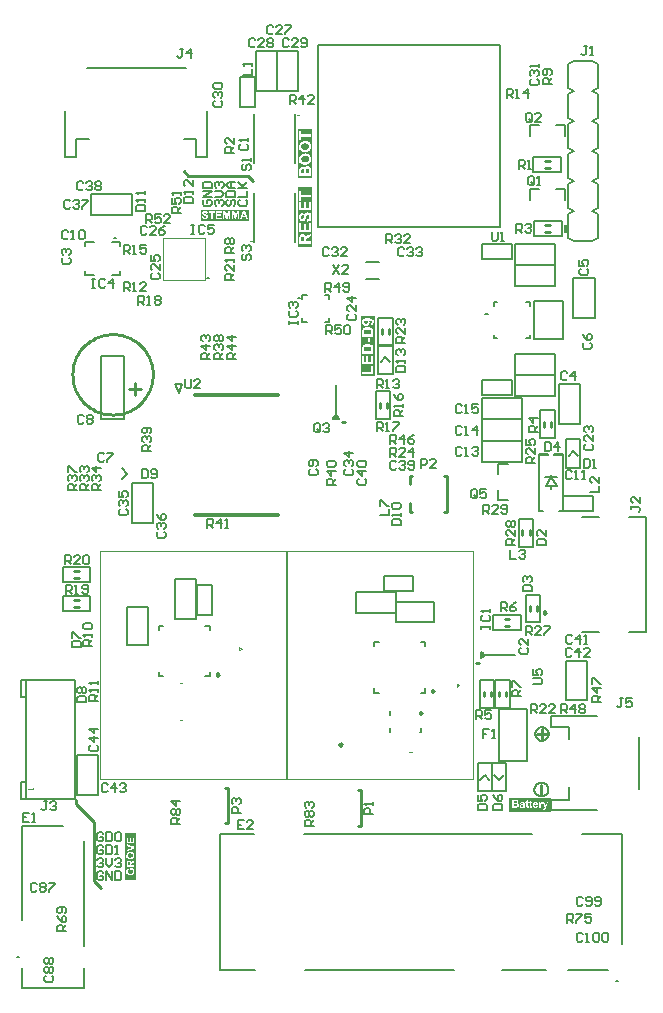
<source format=gto>
G04*
G04 #@! TF.GenerationSoftware,Altium Limited,Altium Designer,23.5.1 (21)*
G04*
G04 Layer_Color=65535*
%FSLAX44Y44*%
%MOMM*%
G71*
G04*
G04 #@! TF.SameCoordinates,ABEBA2A1-82FC-470D-B438-6AC9AF40FB77*
G04*
G04*
G04 #@! TF.FilePolarity,Positive*
G04*
G01*
G75*
%ADD10C,0.2000*%
%ADD11C,0.2500*%
%ADD12C,0.1000*%
%ADD13C,0.2540*%
%ADD14C,0.1000*%
%ADD15C,0.1500*%
%ADD16C,0.1270*%
%ADD17C,0.3000*%
%ADD18C,0.2560*%
%ADD19C,0.2032*%
%ADD20R,0.3300X0.7000*%
G36*
X211377Y-283000D02*
X176000D01*
Y-271844D01*
X211377D01*
Y-283000D01*
D02*
G37*
G36*
X-44849Y226648D02*
Y217352D01*
X-85151D01*
Y226648D01*
X-44849D01*
D02*
G37*
G36*
X8994Y295000D02*
Y253623D01*
X-2994D01*
Y295000D01*
X8994D01*
D02*
G37*
G36*
X-140352Y-341151D02*
X-149648D01*
Y-300849D01*
X-140352D01*
Y-341151D01*
D02*
G37*
G36*
X61994Y136377D02*
Y85623D01*
X50006D01*
Y136377D01*
X61994D01*
D02*
G37*
G36*
X8994Y245377D02*
Y194623D01*
X-2994D01*
Y245377D01*
X8994D01*
D02*
G37*
G36*
X-226829Y-263094D02*
X-226824Y-263161D01*
X-226819Y-263239D01*
X-226814Y-263333D01*
X-226803Y-263432D01*
X-226788Y-263536D01*
Y-263547D01*
X-226783Y-263562D01*
X-226777Y-263583D01*
X-226772Y-263635D01*
X-226756Y-263703D01*
X-226741Y-263771D01*
X-226720Y-263849D01*
X-226694Y-263916D01*
X-226668Y-263979D01*
X-226663Y-263989D01*
X-226652Y-264010D01*
X-226626Y-264041D01*
X-226600Y-264083D01*
X-226564Y-264130D01*
X-226517Y-264177D01*
X-226470Y-264224D01*
X-226413Y-264265D01*
X-226408Y-264270D01*
X-226382Y-264281D01*
X-226350Y-264302D01*
X-226304Y-264323D01*
X-226241Y-264343D01*
X-226173Y-264364D01*
X-226090Y-264380D01*
X-225996Y-264390D01*
Y-265015D01*
X-231391D01*
Y-266239D01*
X-232000D01*
Y-263000D01*
X-231391D01*
Y-264244D01*
X-227376D01*
Y-263000D01*
X-226829D01*
Y-263094D01*
D02*
G37*
%LPC*%
G36*
X197928Y-274899D02*
X197881D01*
X197712Y-274904D01*
X197548Y-274926D01*
X197390Y-274963D01*
X197247Y-275005D01*
X197110Y-275053D01*
X196983Y-275111D01*
X196861Y-275169D01*
X196756Y-275232D01*
X196660Y-275296D01*
X196576Y-275354D01*
X196502Y-275412D01*
X196444Y-275459D01*
X196396Y-275501D01*
X196359Y-275539D01*
X196338Y-275560D01*
X196333Y-275565D01*
X196227Y-275697D01*
X196132Y-275834D01*
X196053Y-275982D01*
X195984Y-276130D01*
X195921Y-276283D01*
X195873Y-276437D01*
X195831Y-276585D01*
X195799Y-276733D01*
X195778Y-276870D01*
X195757Y-276991D01*
X195746Y-277108D01*
X195736Y-277203D01*
X195731Y-277287D01*
X195725Y-277319D01*
Y-274899D01*
D01*
D01*
Y-279823D01*
Y-277398D01*
X195731Y-277578D01*
X195746Y-277752D01*
X195768Y-277911D01*
X195799Y-278069D01*
X195831Y-278212D01*
X195873Y-278344D01*
X195916Y-278465D01*
X195958Y-278582D01*
X196000Y-278682D01*
X196042Y-278772D01*
X196085Y-278846D01*
X196116Y-278909D01*
X196148Y-278957D01*
X196169Y-278994D01*
X196185Y-279020D01*
X196190Y-279025D01*
X196306Y-279168D01*
X196439Y-279290D01*
X196576Y-279395D01*
X196719Y-279485D01*
X196872Y-279564D01*
X197020Y-279628D01*
X197173Y-279681D01*
X197316Y-279723D01*
X197453Y-279755D01*
X197585Y-279781D01*
X197701Y-279797D01*
X197802Y-279813D01*
X197886Y-279818D01*
X197918D01*
X197950Y-279823D01*
X195725D01*
X200121D01*
X198002D01*
X198145Y-279818D01*
X198282Y-279807D01*
X198409Y-279792D01*
X198531Y-279765D01*
X198647Y-279739D01*
X198753Y-279712D01*
X198848Y-279681D01*
X198937Y-279644D01*
X199017Y-279612D01*
X199091Y-279580D01*
X199149Y-279554D01*
X199202Y-279522D01*
X199239Y-279501D01*
X199270Y-279485D01*
X199286Y-279475D01*
X199291Y-279469D01*
X199387Y-279401D01*
X199471Y-279321D01*
X199556Y-279237D01*
X199630Y-279152D01*
X199698Y-279068D01*
X199762Y-278978D01*
X199814Y-278893D01*
X199867Y-278809D01*
X199910Y-278735D01*
X199947Y-278661D01*
X199978Y-278592D01*
X200005Y-278534D01*
X200026Y-278486D01*
X200042Y-278455D01*
X200047Y-278428D01*
X200052Y-278423D01*
X198811Y-278217D01*
X198768Y-278344D01*
X198721Y-278450D01*
X198668Y-278539D01*
X198620Y-278608D01*
X198573Y-278666D01*
X198536Y-278703D01*
X198515Y-278730D01*
X198504Y-278735D01*
X198425Y-278788D01*
X198346Y-278825D01*
X198267Y-278856D01*
X198187Y-278872D01*
X198119Y-278883D01*
X198066Y-278888D01*
X198045Y-278893D01*
X198018D01*
X197939Y-278888D01*
X197865Y-278878D01*
X197791Y-278867D01*
X197728Y-278846D01*
X197601Y-278798D01*
X197500Y-278740D01*
X197453Y-278714D01*
X197416Y-278682D01*
X197379Y-278656D01*
X197353Y-278634D01*
X197331Y-278613D01*
X197316Y-278598D01*
X197305Y-278592D01*
X197300Y-278587D01*
X197252Y-278529D01*
X197205Y-278460D01*
X197168Y-278391D01*
X197136Y-278323D01*
X197083Y-278180D01*
X197046Y-278037D01*
X197030Y-277974D01*
X197025Y-277916D01*
X197014Y-277858D01*
X197009Y-277810D01*
Y-277773D01*
X197004Y-277747D01*
Y-277726D01*
Y-277721D01*
X200121D01*
Y-277462D01*
X200105Y-277219D01*
X200079Y-276991D01*
X200042Y-276785D01*
X199999Y-276595D01*
X199947Y-276421D01*
X199894Y-276262D01*
X199841Y-276120D01*
X199783Y-275998D01*
X199730Y-275893D01*
X199682Y-275803D01*
X199635Y-275729D01*
X199598Y-275671D01*
X199566Y-275628D01*
X199545Y-275607D01*
X199540Y-275597D01*
X199424Y-275475D01*
X199297Y-275364D01*
X199159Y-275274D01*
X199022Y-275195D01*
X198885Y-275126D01*
X198747Y-275068D01*
X198615Y-275021D01*
X198483Y-274984D01*
X198362Y-274957D01*
X198245Y-274936D01*
X198145Y-274920D01*
X198055Y-274910D01*
X197981Y-274904D01*
X197928Y-274899D01*
D02*
G37*
G36*
X184662D02*
D01*
Y-278085D01*
Y-274899D01*
D01*
D02*
G37*
G36*
X186908D02*
X186828D01*
X186659Y-274904D01*
X186506Y-274915D01*
X186358Y-274931D01*
X186226Y-274952D01*
X186099Y-274973D01*
X185988Y-275005D01*
X185883Y-275031D01*
X185793Y-275063D01*
X185708Y-275095D01*
X185640Y-275121D01*
X185582Y-275153D01*
X185534Y-275174D01*
X185492Y-275195D01*
X185465Y-275211D01*
X185450Y-275222D01*
X185444Y-275227D01*
X185360Y-275290D01*
X185280Y-275364D01*
X185212Y-275443D01*
X185148Y-275523D01*
X185085Y-275607D01*
X185032Y-275692D01*
X184985Y-275771D01*
X184942Y-275856D01*
X184905Y-275930D01*
X184874Y-276003D01*
X184847Y-276067D01*
X184826Y-276125D01*
X184810Y-276173D01*
X184800Y-276204D01*
X184789Y-276231D01*
Y-276236D01*
X185920Y-276442D01*
X185962Y-276326D01*
X186015Y-276231D01*
X186062Y-276151D01*
X186110Y-276088D01*
X186152Y-276040D01*
X186184Y-276009D01*
X186205Y-275988D01*
X186216Y-275982D01*
X186295Y-275940D01*
X186379Y-275908D01*
X186464Y-275882D01*
X186548Y-275866D01*
X186622Y-275856D01*
X186686Y-275850D01*
X186828D01*
X186908Y-275856D01*
X186982Y-275866D01*
X187050Y-275877D01*
X187114Y-275887D01*
X187167Y-275898D01*
X187214Y-275914D01*
X187256Y-275930D01*
X187293Y-275945D01*
X187325Y-275956D01*
X187351Y-275972D01*
X187373Y-275982D01*
X187399Y-276003D01*
X187410Y-276009D01*
X187468Y-276072D01*
X187515Y-276151D01*
X187547Y-276236D01*
X187568Y-276320D01*
X187579Y-276400D01*
X187589Y-276463D01*
Y-276490D01*
Y-276505D01*
Y-276516D01*
Y-276521D01*
Y-276643D01*
X187521Y-276669D01*
X187441Y-276695D01*
X187351Y-276722D01*
X187256Y-276748D01*
X187056Y-276801D01*
X186855Y-276849D01*
X186760Y-276870D01*
X186670Y-276891D01*
X186585Y-276907D01*
X186517Y-276923D01*
X186459Y-276933D01*
X186411Y-276944D01*
X186385Y-276949D01*
X186374D01*
X186258Y-276975D01*
X186147Y-276997D01*
X186041Y-277023D01*
X185946Y-277050D01*
X185862Y-277076D01*
X185777Y-277097D01*
X185703Y-277124D01*
X185640Y-277145D01*
X185582Y-277166D01*
X185529Y-277187D01*
X185487Y-277203D01*
X185450Y-277219D01*
X185423Y-277229D01*
X185402Y-277240D01*
X185391Y-277245D01*
X185386D01*
X185265Y-277314D01*
X185159Y-277388D01*
X185069Y-277467D01*
X184990Y-277546D01*
X184932Y-277615D01*
X184890Y-277668D01*
X184874Y-277689D01*
X184863Y-277705D01*
X184853Y-277715D01*
Y-277721D01*
X184789Y-277842D01*
X184741Y-277964D01*
X184710Y-278085D01*
X184689Y-278196D01*
X184673Y-278291D01*
X184668Y-278333D01*
Y-278365D01*
X184662Y-278397D01*
Y-278391D01*
Y-279823D01*
Y-278434D01*
X184668Y-278545D01*
X184678Y-278650D01*
X184699Y-278751D01*
X184726Y-278846D01*
X184757Y-278930D01*
X184794Y-279015D01*
X184831Y-279089D01*
X184874Y-279158D01*
X184911Y-279221D01*
X184948Y-279274D01*
X184985Y-279321D01*
X185016Y-279358D01*
X185043Y-279390D01*
X185064Y-279416D01*
X185074Y-279427D01*
X185080Y-279432D01*
X185159Y-279501D01*
X185249Y-279559D01*
X185338Y-279612D01*
X185434Y-279659D01*
X185529Y-279696D01*
X185624Y-279728D01*
X185719Y-279755D01*
X185809Y-279776D01*
X185893Y-279792D01*
X185972Y-279802D01*
X186047Y-279813D01*
X186105Y-279818D01*
X186157D01*
X186194Y-279823D01*
X184662D01*
X189084D01*
D01*
X186226D01*
X186379Y-279818D01*
X186522Y-279797D01*
X186654Y-279776D01*
X186770Y-279744D01*
X186818Y-279733D01*
X186865Y-279718D01*
X186908Y-279707D01*
X186939Y-279691D01*
X186966Y-279686D01*
X186987Y-279675D01*
X186998Y-279670D01*
X187003D01*
X187135Y-279607D01*
X187262Y-279533D01*
X187378Y-279453D01*
X187478Y-279379D01*
X187563Y-279311D01*
X187600Y-279284D01*
X187631Y-279258D01*
X187653Y-279237D01*
X187668Y-279221D01*
X187679Y-279210D01*
X187684Y-279205D01*
X187690Y-279221D01*
X187700Y-279242D01*
X187716Y-279295D01*
X187721Y-279316D01*
X187726Y-279337D01*
X187732Y-279348D01*
Y-279353D01*
X187758Y-279438D01*
X187779Y-279512D01*
X187801Y-279575D01*
X187816Y-279628D01*
X187832Y-279665D01*
X187843Y-279696D01*
X187853Y-279712D01*
Y-279718D01*
X189084D01*
X189026Y-279596D01*
X188979Y-279480D01*
X188936Y-279374D01*
X188910Y-279279D01*
X188884Y-279200D01*
X188878Y-279168D01*
X188868Y-279142D01*
X188862Y-279121D01*
Y-279099D01*
X188857Y-279094D01*
Y-279089D01*
X188847Y-279031D01*
X188836Y-278962D01*
X188825Y-278819D01*
X188815Y-278666D01*
X188804Y-278518D01*
Y-278450D01*
Y-278381D01*
X188799Y-278323D01*
Y-278270D01*
Y-278228D01*
Y-278196D01*
Y-278175D01*
Y-278169D01*
X188815Y-276717D01*
Y-276569D01*
X188810Y-276437D01*
X188799Y-276310D01*
X188789Y-276199D01*
X188778Y-276098D01*
X188762Y-276009D01*
X188746Y-275924D01*
X188730Y-275856D01*
X188715Y-275792D01*
X188699Y-275739D01*
X188683Y-275697D01*
X188672Y-275660D01*
X188662Y-275634D01*
X188651Y-275618D01*
X188646Y-275607D01*
Y-275602D01*
X188614Y-275544D01*
X188572Y-275491D01*
X188487Y-275396D01*
X188387Y-275306D01*
X188297Y-275237D01*
X188207Y-275179D01*
X188170Y-275153D01*
X188139Y-275137D01*
X188107Y-275121D01*
X188086Y-275111D01*
X188075Y-275100D01*
X188070D01*
X187991Y-275063D01*
X187901Y-275031D01*
X187806Y-275005D01*
X187705Y-274984D01*
X187499Y-274947D01*
X187299Y-274926D01*
X187204Y-274915D01*
X187114Y-274910D01*
X187034Y-274904D01*
X186966D01*
X186908Y-274899D01*
D02*
G37*
G36*
X181234Y-273214D02*
X178449D01*
Y-279718D01*
X183891D01*
D01*
X180879D01*
X181086Y-279712D01*
X181271D01*
X181434Y-279707D01*
X181577D01*
X181709Y-279702D01*
X181820Y-279696D01*
X181915D01*
X182000Y-279691D01*
X182068Y-279686D01*
X182121D01*
X182169Y-279681D01*
X182200D01*
X182222Y-279675D01*
X182237D01*
X182428Y-279644D01*
X182597Y-279601D01*
X182676Y-279580D01*
X182745Y-279554D01*
X182813Y-279527D01*
X182877Y-279501D01*
X182929Y-279475D01*
X182977Y-279448D01*
X183019Y-279427D01*
X183056Y-279406D01*
X183083Y-279390D01*
X183104Y-279379D01*
X183114Y-279369D01*
X183120D01*
X183246Y-279268D01*
X183357Y-279158D01*
X183458Y-279047D01*
X183537Y-278936D01*
X183600Y-278841D01*
X183627Y-278804D01*
X183648Y-278766D01*
X183664Y-278740D01*
X183674Y-278714D01*
X183685Y-278703D01*
Y-278698D01*
X183754Y-278539D01*
X183806Y-278386D01*
X183843Y-278238D01*
X183864Y-278106D01*
X183875Y-278048D01*
X183880Y-277995D01*
X183886Y-277948D01*
Y-277905D01*
X183891Y-277874D01*
Y-277831D01*
X183886Y-277726D01*
X183875Y-277631D01*
X183859Y-277536D01*
X183843Y-277440D01*
X183817Y-277356D01*
X183791Y-277277D01*
X183759Y-277203D01*
X183732Y-277134D01*
X183701Y-277071D01*
X183669Y-277018D01*
X183643Y-276970D01*
X183622Y-276928D01*
X183600Y-276896D01*
X183584Y-276875D01*
X183574Y-276859D01*
X183569Y-276854D01*
X183505Y-276780D01*
X183437Y-276706D01*
X183368Y-276643D01*
X183294Y-276585D01*
X183220Y-276532D01*
X183141Y-276484D01*
X182998Y-276400D01*
X182929Y-276368D01*
X182866Y-276342D01*
X182808Y-276315D01*
X182755Y-276294D01*
X182718Y-276283D01*
X182686Y-276273D01*
X182665Y-276262D01*
X182660D01*
X182808Y-276183D01*
X182940Y-276093D01*
X183056Y-275998D01*
X183151Y-275903D01*
X183225Y-275824D01*
X183257Y-275787D01*
X183283Y-275755D01*
X183299Y-275729D01*
X183315Y-275708D01*
X183320Y-275697D01*
X183326Y-275692D01*
X183368Y-275618D01*
X183410Y-275544D01*
X183468Y-275396D01*
X183516Y-275259D01*
X183542Y-275126D01*
X183553Y-275068D01*
X183563Y-275016D01*
X183569Y-274968D01*
Y-274931D01*
X183574Y-274894D01*
Y-274873D01*
Y-274857D01*
Y-274852D01*
X183563Y-274699D01*
X183542Y-274556D01*
X183511Y-274424D01*
X183474Y-274313D01*
X183452Y-274265D01*
X183437Y-274218D01*
X183421Y-274181D01*
X183405Y-274149D01*
X183394Y-274123D01*
X183384Y-274107D01*
X183373Y-274096D01*
Y-274091D01*
X183294Y-273969D01*
X183209Y-273864D01*
X183125Y-273774D01*
X183046Y-273695D01*
X182977Y-273631D01*
X182924Y-273589D01*
X182903Y-273573D01*
X182887Y-273563D01*
X182877Y-273552D01*
X182871D01*
X182755Y-273483D01*
X182639Y-273425D01*
X182528Y-273378D01*
X182422Y-273341D01*
X182332Y-273314D01*
X182290Y-273304D01*
X182258Y-273293D01*
X182232Y-273288D01*
X182211D01*
X182200Y-273283D01*
X182195D01*
X182121Y-273272D01*
X182036Y-273262D01*
X181947Y-273251D01*
X181857Y-273240D01*
X181661Y-273230D01*
X181476Y-273225D01*
X181387Y-273219D01*
X181308D01*
X181234Y-273214D01*
D02*
G37*
G36*
X194368Y-273335D02*
X193121Y-274070D01*
Y-275005D01*
X192550D01*
Y-279823D01*
X195319D01*
X194336D01*
X194537Y-279813D01*
X194722Y-279792D01*
X194806Y-279781D01*
X194885Y-279765D01*
X194959Y-279749D01*
X195033Y-279728D01*
X195097Y-279712D01*
X195149Y-279696D01*
X195202Y-279681D01*
X195239Y-279665D01*
X195276Y-279654D01*
X195297Y-279644D01*
X195313Y-279638D01*
X195319D01*
X195208Y-278671D01*
X195091Y-278708D01*
X194991Y-278740D01*
X194906Y-278761D01*
X194838Y-278772D01*
X194780Y-278782D01*
X194743Y-278788D01*
X194711D01*
X194663Y-278782D01*
X194626Y-278777D01*
X194589Y-278766D01*
X194558Y-278756D01*
X194531Y-278745D01*
X194515Y-278740D01*
X194505Y-278730D01*
X194500D01*
X194473Y-278703D01*
X194447Y-278677D01*
X194415Y-278624D01*
X194399Y-278603D01*
X194394Y-278587D01*
X194389Y-278576D01*
Y-278571D01*
X194383Y-278550D01*
Y-278513D01*
X194378Y-278476D01*
Y-278428D01*
X194373Y-278318D01*
Y-278201D01*
X194368Y-278085D01*
Y-278037D01*
Y-277990D01*
Y-277953D01*
Y-277927D01*
Y-277905D01*
Y-277900D01*
Y-275998D01*
X195218D01*
Y-275005D01*
X194368D01*
Y-273335D01*
D02*
G37*
G36*
X191346D02*
X190099Y-274070D01*
Y-275005D01*
X189528D01*
Y-279823D01*
X192297D01*
X191314D01*
X191515Y-279813D01*
X191700Y-279792D01*
X191784Y-279781D01*
X191863Y-279765D01*
X191937Y-279749D01*
X192011Y-279728D01*
X192075Y-279712D01*
X192127Y-279696D01*
X192180Y-279681D01*
X192217Y-279665D01*
X192254Y-279654D01*
X192275Y-279644D01*
X192291Y-279638D01*
X192297D01*
X192186Y-278671D01*
X192069Y-278708D01*
X191969Y-278740D01*
X191884Y-278761D01*
X191816Y-278772D01*
X191758Y-278782D01*
X191721Y-278788D01*
X191689D01*
X191641Y-278782D01*
X191604Y-278777D01*
X191567Y-278766D01*
X191536Y-278756D01*
X191509Y-278745D01*
X191493Y-278740D01*
X191483Y-278730D01*
X191478D01*
X191451Y-278703D01*
X191425Y-278677D01*
X191393Y-278624D01*
X191377Y-278603D01*
X191372Y-278587D01*
X191367Y-278576D01*
Y-278571D01*
X191361Y-278550D01*
Y-278513D01*
X191356Y-278476D01*
Y-278428D01*
X191351Y-278318D01*
Y-278201D01*
X191346Y-278085D01*
Y-278037D01*
Y-277990D01*
Y-277953D01*
Y-277927D01*
Y-277905D01*
Y-277900D01*
Y-275998D01*
X192196D01*
Y-275005D01*
X191346D01*
Y-273335D01*
D02*
G37*
G36*
X204136Y-274899D02*
X201082D01*
Y-279718D01*
X204083D01*
X202329D01*
Y-278265D01*
Y-278048D01*
X202335Y-277853D01*
X202340Y-277673D01*
X202345Y-277514D01*
X202350Y-277367D01*
X202361Y-277240D01*
X202372Y-277124D01*
X202382Y-277028D01*
X202387Y-276944D01*
X202398Y-276870D01*
X202409Y-276812D01*
X202414Y-276770D01*
X202419Y-276733D01*
X202424Y-276706D01*
X202430Y-276695D01*
Y-276690D01*
X202451Y-276622D01*
X202472Y-276558D01*
X202493Y-276500D01*
X202519Y-276447D01*
X202567Y-276357D01*
X202615Y-276283D01*
X202652Y-276231D01*
X202683Y-276194D01*
X202710Y-276173D01*
X202715Y-276167D01*
X202789Y-276120D01*
X202863Y-276083D01*
X202937Y-276056D01*
X203006Y-276035D01*
X203069Y-276025D01*
X203116Y-276019D01*
X203159D01*
X203259Y-276030D01*
X203365Y-276051D01*
X203465Y-276083D01*
X203555Y-276120D01*
X203629Y-276162D01*
X203666Y-276178D01*
X203692Y-276194D01*
X203713Y-276204D01*
X203729Y-276215D01*
X203740Y-276225D01*
X203745D01*
X204083Y-275284D01*
D01*
X204135Y-275141D01*
X205874Y-279733D01*
X205827Y-279871D01*
X205779Y-279998D01*
X205726Y-280109D01*
X205674Y-280204D01*
X205626Y-280278D01*
X205589Y-280330D01*
X205573Y-280352D01*
X205563Y-280367D01*
X205552Y-280373D01*
Y-280378D01*
X205510Y-280425D01*
X205467Y-280462D01*
X205415Y-280499D01*
X205367Y-280526D01*
X205261Y-280573D01*
X205156Y-280605D01*
X205061Y-280621D01*
X205019Y-280626D01*
X204981Y-280632D01*
X204955Y-280637D01*
X204913D01*
X204823Y-280632D01*
X204728Y-280626D01*
X204643Y-280616D01*
X204559Y-280605D01*
X204490Y-280595D01*
X204432Y-280589D01*
X204411Y-280584D01*
X204395Y-280579D01*
X204384D01*
X204495Y-281551D01*
X204622Y-281577D01*
X204749Y-281598D01*
X204870Y-281609D01*
X204976Y-281619D01*
X205066Y-281625D01*
X205103Y-281630D01*
X208928D01*
X205198D01*
X205325Y-281625D01*
X205446Y-281619D01*
X205552Y-281604D01*
X205647Y-281588D01*
X205726Y-281577D01*
X205758Y-281567D01*
X205784Y-281561D01*
X205806Y-281556D01*
X205821D01*
X205827Y-281551D01*
X205832D01*
X205933Y-281519D01*
X206028Y-281487D01*
X206107Y-281450D01*
X206175Y-281419D01*
X206234Y-281387D01*
X206276Y-281361D01*
X206297Y-281345D01*
X206308Y-281339D01*
X206376Y-281287D01*
X206445Y-281229D01*
X206503Y-281170D01*
X206551Y-281118D01*
X206593Y-281065D01*
X206625Y-281028D01*
X206646Y-281001D01*
X206651Y-280991D01*
X206709Y-280901D01*
X206762Y-280801D01*
X206815Y-280695D01*
X206862Y-280595D01*
X206905Y-280505D01*
X206920Y-280462D01*
X206936Y-280431D01*
X206947Y-280399D01*
X206957Y-280378D01*
X206963Y-280367D01*
Y-280362D01*
X207264Y-279543D01*
X208928Y-275005D01*
D01*
X204136D01*
X204083D01*
X204133Y-275135D01*
X204062Y-275095D01*
X203988Y-275058D01*
X203840Y-275000D01*
X203703Y-274957D01*
X203576Y-274931D01*
X203518Y-274920D01*
X203470Y-274910D01*
X203423Y-274904D01*
X203386D01*
X203354Y-274899D01*
X204136D01*
D02*
G37*
G36*
X204083Y-279718D02*
Y-281630D01*
D01*
Y-279718D01*
D02*
G37*
%LPD*%
G36*
X198023Y-275856D02*
X198092Y-275861D01*
X198214Y-275893D01*
X198325Y-275940D01*
X198420Y-275993D01*
X198494Y-276046D01*
X198525Y-276067D01*
X198552Y-276093D01*
X198573Y-276109D01*
X198589Y-276125D01*
X198594Y-276130D01*
X198599Y-276136D01*
X198647Y-276194D01*
X198689Y-276252D01*
X198758Y-276384D01*
X198811Y-276521D01*
X198842Y-276653D01*
X198858Y-276717D01*
X198864Y-276775D01*
X198874Y-276828D01*
X198879Y-276870D01*
Y-276907D01*
X198885Y-276933D01*
Y-276954D01*
Y-276960D01*
X197025D01*
Y-276865D01*
X197036Y-276780D01*
X197046Y-276695D01*
X197062Y-276622D01*
X197083Y-276548D01*
X197104Y-276479D01*
X197131Y-276421D01*
X197152Y-276363D01*
X197178Y-276315D01*
X197199Y-276273D01*
X197220Y-276236D01*
X197242Y-276204D01*
X197257Y-276183D01*
X197273Y-276167D01*
X197279Y-276157D01*
X197284Y-276151D01*
X197337Y-276098D01*
X197390Y-276051D01*
X197442Y-276014D01*
X197500Y-275977D01*
X197559Y-275945D01*
X197611Y-275924D01*
X197717Y-275887D01*
X197812Y-275866D01*
X197854Y-275861D01*
X197886Y-275856D01*
X197918Y-275850D01*
X197955D01*
X198023Y-275856D01*
D02*
G37*
G36*
X187589Y-277705D02*
Y-277784D01*
Y-277858D01*
X187584Y-277927D01*
X187579Y-277990D01*
Y-278043D01*
X187573Y-278096D01*
X187568Y-278138D01*
X187563Y-278175D01*
X187552Y-278238D01*
X187547Y-278281D01*
X187536Y-278307D01*
Y-278312D01*
X187505Y-278402D01*
X187462Y-278481D01*
X187415Y-278555D01*
X187362Y-278613D01*
X187314Y-278661D01*
X187278Y-278698D01*
X187251Y-278724D01*
X187246Y-278730D01*
X187241D01*
X187124Y-278804D01*
X187013Y-278856D01*
X186902Y-278893D01*
X186802Y-278920D01*
X186717Y-278936D01*
X186686Y-278941D01*
X186654D01*
X186628Y-278946D01*
X186596D01*
X186490Y-278936D01*
X186390Y-278915D01*
X186305Y-278888D01*
X186237Y-278851D01*
X186179Y-278814D01*
X186136Y-278788D01*
X186110Y-278766D01*
X186099Y-278756D01*
X186036Y-278682D01*
X185988Y-278603D01*
X185957Y-278529D01*
X185935Y-278460D01*
X185920Y-278397D01*
X185914Y-278349D01*
X185909Y-278318D01*
Y-278312D01*
Y-278307D01*
X185914Y-278259D01*
X185920Y-278212D01*
X185946Y-278122D01*
X185988Y-278048D01*
X186031Y-277985D01*
X186073Y-277937D01*
X186115Y-277900D01*
X186142Y-277874D01*
X186152Y-277868D01*
X186184Y-277847D01*
X186226Y-277826D01*
X186274Y-277810D01*
X186327Y-277789D01*
X186437Y-277752D01*
X186548Y-277721D01*
X186654Y-277694D01*
X186702Y-277678D01*
X186744Y-277673D01*
X186781Y-277662D01*
X186807Y-277657D01*
X186823Y-277652D01*
X186828D01*
X186924Y-277631D01*
X187008Y-277610D01*
X187093Y-277594D01*
X187167Y-277572D01*
X187235Y-277557D01*
X187299Y-277541D01*
X187351Y-277525D01*
X187404Y-277514D01*
X187446Y-277499D01*
X187484Y-277488D01*
X187515Y-277477D01*
X187542Y-277472D01*
X187563Y-277467D01*
X187579Y-277462D01*
X187584Y-277456D01*
X187589D01*
Y-277705D01*
D02*
G37*
G36*
X181075Y-274302D02*
X181181D01*
X181271Y-274307D01*
X181418D01*
X181476Y-274313D01*
X181519D01*
X181556Y-274318D01*
X181588D01*
X181609Y-274323D01*
X181630D01*
X181746Y-274345D01*
X181846Y-274376D01*
X181931Y-274413D01*
X182005Y-274450D01*
X182058Y-274487D01*
X182095Y-274519D01*
X182121Y-274540D01*
X182126Y-274551D01*
X182185Y-274625D01*
X182227Y-274704D01*
X182253Y-274783D01*
X182274Y-274862D01*
X182285Y-274931D01*
X182295Y-274989D01*
Y-275005D01*
Y-275021D01*
Y-275031D01*
Y-275037D01*
X182285Y-275148D01*
X182264Y-275248D01*
X182232Y-275338D01*
X182200Y-275412D01*
X182163Y-275470D01*
X182132Y-275512D01*
X182111Y-275539D01*
X182100Y-275549D01*
X182021Y-275613D01*
X181936Y-275665D01*
X181852Y-275702D01*
X181767Y-275734D01*
X181688Y-275755D01*
X181630Y-275766D01*
X181603Y-275771D01*
X181588Y-275776D01*
X181572D01*
X181529Y-275781D01*
X181476D01*
X181413Y-275787D01*
X181344D01*
X181265Y-275792D01*
X181022D01*
X180943Y-275797D01*
X179760D01*
Y-274297D01*
X180959D01*
X181075Y-274302D01*
D02*
G37*
G36*
X181122Y-276886D02*
X181260Y-276891D01*
X181376Y-276896D01*
X181487Y-276902D01*
X181582Y-276912D01*
X181667Y-276917D01*
X181735Y-276928D01*
X181799Y-276939D01*
X181852Y-276944D01*
X181894Y-276954D01*
X181926Y-276960D01*
X181952Y-276965D01*
X181973Y-276970D01*
X181978Y-276975D01*
X181984D01*
X182079Y-277018D01*
X182163Y-277060D01*
X182232Y-277113D01*
X182290Y-277160D01*
X182338Y-277208D01*
X182369Y-277245D01*
X182390Y-277266D01*
X182396Y-277277D01*
X182443Y-277356D01*
X182480Y-277440D01*
X182502Y-277520D01*
X182523Y-277599D01*
X182533Y-277668D01*
X182538Y-277721D01*
Y-277742D01*
Y-277757D01*
Y-277763D01*
Y-277768D01*
X182533Y-277889D01*
X182512Y-278001D01*
X182480Y-278096D01*
X182449Y-278175D01*
X182412Y-278238D01*
X182385Y-278286D01*
X182364Y-278312D01*
X182353Y-278323D01*
X182280Y-278391D01*
X182200Y-278450D01*
X182121Y-278497D01*
X182042Y-278529D01*
X181978Y-278555D01*
X181920Y-278571D01*
X181899Y-278576D01*
X181889D01*
X181878Y-278582D01*
X181873D01*
X181831Y-278587D01*
X181778Y-278592D01*
X181720Y-278598D01*
X181651Y-278603D01*
X181503Y-278608D01*
X181355Y-278613D01*
X181281D01*
X181207Y-278619D01*
X179760D01*
Y-276880D01*
X180980D01*
X181122Y-276886D01*
D02*
G37*
G36*
X193121Y-278053D02*
Y-278175D01*
Y-278281D01*
X193126Y-278381D01*
Y-278471D01*
X193131Y-278555D01*
Y-278624D01*
X193137Y-278687D01*
X193142Y-278745D01*
Y-278793D01*
X193147Y-278830D01*
Y-278867D01*
X193152Y-278893D01*
Y-278909D01*
X193158Y-278925D01*
Y-278930D01*
Y-278936D01*
X193179Y-279047D01*
X193205Y-279142D01*
X193232Y-279226D01*
X193263Y-279295D01*
X193290Y-279348D01*
X193311Y-279390D01*
X193327Y-279411D01*
X193332Y-279422D01*
X193385Y-279485D01*
X193448Y-279543D01*
X193512Y-279591D01*
X193580Y-279633D01*
X193638Y-279670D01*
X193686Y-279691D01*
X193718Y-279707D01*
X193723Y-279712D01*
X193728D01*
X193834Y-279749D01*
X193940Y-279776D01*
X194040Y-279797D01*
X194135Y-279807D01*
X194214Y-279818D01*
X194251D01*
X194278Y-279823D01*
X192550D01*
Y-275998D01*
X193121D01*
Y-278053D01*
D02*
G37*
G36*
X190099D02*
Y-278175D01*
Y-278281D01*
X190104Y-278381D01*
Y-278471D01*
X190109Y-278555D01*
Y-278624D01*
X190115Y-278687D01*
X190120Y-278745D01*
Y-278793D01*
X190125Y-278830D01*
Y-278867D01*
X190130Y-278893D01*
Y-278909D01*
X190136Y-278925D01*
Y-278930D01*
Y-278936D01*
X190157Y-279047D01*
X190183Y-279142D01*
X190210Y-279226D01*
X190241Y-279295D01*
X190268Y-279348D01*
X190289Y-279390D01*
X190305Y-279411D01*
X190310Y-279422D01*
X190363Y-279485D01*
X190426Y-279543D01*
X190490Y-279591D01*
X190558Y-279633D01*
X190616Y-279670D01*
X190664Y-279691D01*
X190696Y-279707D01*
X190701Y-279712D01*
X190706D01*
X190812Y-279749D01*
X190918Y-279776D01*
X191018Y-279797D01*
X191113Y-279807D01*
X191192Y-279818D01*
X191229D01*
X191256Y-279823D01*
X189528D01*
Y-275998D01*
X190099D01*
Y-278053D01*
D02*
G37*
G36*
X203201Y-274904D02*
X203101Y-274920D01*
X203011Y-274947D01*
X202932Y-274973D01*
X202863Y-275005D01*
X202815Y-275026D01*
X202784Y-275047D01*
X202778Y-275053D01*
X202773D01*
X202726Y-275084D01*
X202683Y-275121D01*
X202636Y-275163D01*
X202588Y-275211D01*
X202498Y-275317D01*
X202419Y-275417D01*
X202345Y-275517D01*
X202313Y-275560D01*
X202287Y-275597D01*
X202266Y-275628D01*
X202255Y-275655D01*
X202245Y-275671D01*
X202239Y-275676D01*
Y-275005D01*
X201082D01*
Y-274899D01*
X203312D01*
X203201Y-274904D01*
D02*
G37*
G36*
X206535Y-278354D02*
X205409Y-275005D01*
X207639D01*
X206535Y-278354D01*
D02*
G37*
%LPC*%
G36*
X-79209Y225365D02*
X-82030D01*
X-82163Y225355D01*
X-82289Y225344D01*
X-82411Y225328D01*
X-82522Y225313D01*
X-82627Y225291D01*
X-82728Y225276D01*
X-82818Y225254D01*
X-82897Y225233D01*
X-82971Y225212D01*
X-83029Y225191D01*
X-83082Y225175D01*
X-83124Y225159D01*
X-83150Y225149D01*
X-83172Y225144D01*
X-83177Y225138D01*
X-83272Y225096D01*
X-83362Y225043D01*
X-83446Y224996D01*
X-83525Y224937D01*
X-83600Y224885D01*
X-83663Y224832D01*
X-83726Y224774D01*
X-83779Y224721D01*
X-83827Y224673D01*
X-83869Y224626D01*
X-83906Y224583D01*
X-83932Y224552D01*
X-83954Y224520D01*
X-83969Y224499D01*
X-83980Y224483D01*
X-83985Y224478D01*
X-84033Y224399D01*
X-84075Y224314D01*
X-84117Y224230D01*
X-84149Y224150D01*
X-84197Y223992D01*
X-84228Y223849D01*
X-84244Y223786D01*
X-84249Y223728D01*
X-84255Y223675D01*
X-84260Y223633D01*
X-84265Y223596D01*
Y223569D01*
Y223553D01*
Y223548D01*
X-84260Y223405D01*
X-84239Y223268D01*
X-84212Y223141D01*
X-84170Y223020D01*
X-84128Y222903D01*
X-84075Y222792D01*
X-84022Y222697D01*
X-83964Y222602D01*
X-83911Y222523D01*
X-83858Y222449D01*
X-83806Y222386D01*
X-83763Y222333D01*
X-83721Y222291D01*
X-83695Y222264D01*
X-83673Y222243D01*
X-83668Y222238D01*
X-83578Y222169D01*
X-83483Y222100D01*
X-83372Y222037D01*
X-83256Y221979D01*
X-83008Y221868D01*
X-82765Y221773D01*
X-82648Y221730D01*
X-82543Y221699D01*
X-82443Y221667D01*
X-82353Y221641D01*
X-82284Y221620D01*
X-82231Y221604D01*
X-82210Y221598D01*
X-82194D01*
X-82189Y221593D01*
X-82184D01*
X-82036Y221556D01*
X-81904Y221525D01*
X-81782Y221493D01*
X-81671Y221466D01*
X-81576Y221440D01*
X-81486Y221419D01*
X-81412Y221398D01*
X-81349Y221377D01*
X-81296Y221361D01*
X-81249Y221350D01*
X-81212Y221340D01*
X-81180Y221329D01*
X-81159Y221324D01*
X-81143Y221318D01*
X-81132Y221313D01*
X-81016Y221266D01*
X-80916Y221218D01*
X-80831Y221171D01*
X-80768Y221123D01*
X-80720Y221086D01*
X-80683Y221054D01*
X-80662Y221033D01*
X-80657Y221028D01*
X-80609Y220965D01*
X-80577Y220901D01*
X-80551Y220832D01*
X-80535Y220774D01*
X-80525Y220721D01*
X-80519Y220674D01*
Y220648D01*
Y220642D01*
Y220637D01*
X-80525Y220568D01*
X-80535Y220505D01*
X-80551Y220447D01*
X-80567Y220389D01*
X-80620Y220278D01*
X-80678Y220188D01*
X-80741Y220114D01*
X-80789Y220056D01*
X-80810Y220035D01*
X-80826Y220019D01*
X-80836Y220014D01*
X-80842Y220008D01*
X-80905Y219961D01*
X-80974Y219924D01*
X-81048Y219887D01*
X-81127Y219855D01*
X-81285Y219807D01*
X-81444Y219776D01*
X-81518Y219765D01*
X-81581Y219760D01*
X-81645Y219755D01*
X-81698Y219749D01*
X-81740Y219744D01*
X-81803D01*
X-81914Y219749D01*
X-82015Y219755D01*
X-82115Y219771D01*
X-82205Y219792D01*
X-82289Y219813D01*
X-82368Y219839D01*
X-82437Y219866D01*
X-82501Y219897D01*
X-82559Y219924D01*
X-82612Y219950D01*
X-82654Y219977D01*
X-82691Y219998D01*
X-82717Y220019D01*
X-82738Y220035D01*
X-82749Y220040D01*
X-82754Y220045D01*
X-82818Y220103D01*
X-82876Y220172D01*
X-82928Y220246D01*
X-82976Y220320D01*
X-83055Y220478D01*
X-83119Y220632D01*
X-83145Y220706D01*
X-83166Y220769D01*
X-83182Y220832D01*
X-83198Y220885D01*
X-83209Y220928D01*
X-83214Y220965D01*
X-83219Y220986D01*
Y220991D01*
X-84498Y220864D01*
X-84466Y220663D01*
X-84429Y220478D01*
X-84376Y220304D01*
X-84323Y220140D01*
X-84260Y219992D01*
X-84191Y219855D01*
X-84122Y219734D01*
X-84054Y219622D01*
X-83990Y219522D01*
X-83927Y219438D01*
X-83869Y219364D01*
X-83816Y219306D01*
X-83774Y219258D01*
X-83737Y219226D01*
X-83716Y219205D01*
X-83710Y219200D01*
X-83578Y219100D01*
X-83441Y219015D01*
X-83288Y218936D01*
X-83135Y218872D01*
X-82976Y218820D01*
X-82818Y218772D01*
X-82664Y218735D01*
X-82516Y218703D01*
X-82374Y218682D01*
X-82242Y218666D01*
X-82120Y218650D01*
X-82015Y218645D01*
X-81930Y218640D01*
X-81898Y218635D01*
X-84498D01*
D01*
X-79209D01*
Y220642D01*
X-79214Y220758D01*
X-79220Y220864D01*
X-79236Y220970D01*
X-79251Y221065D01*
X-79273Y221155D01*
X-79294Y221239D01*
X-79315Y221318D01*
X-79341Y221392D01*
X-79368Y221456D01*
X-79389Y221514D01*
X-79410Y221562D01*
X-79431Y221604D01*
X-79447Y221635D01*
X-79463Y221657D01*
X-79468Y221672D01*
X-79473Y221678D01*
X-79579Y221826D01*
X-79695Y221958D01*
X-79817Y222069D01*
X-79928Y222164D01*
X-80033Y222238D01*
X-80076Y222269D01*
X-80118Y222296D01*
X-80150Y222312D01*
X-80171Y222327D01*
X-80187Y222333D01*
X-80192Y222338D01*
X-80282Y222386D01*
X-80382Y222428D01*
X-80493Y222470D01*
X-80609Y222512D01*
X-80842Y222592D01*
X-80958Y222629D01*
X-81074Y222660D01*
X-81180Y222692D01*
X-81280Y222719D01*
X-81370Y222745D01*
X-81449Y222766D01*
X-81518Y222782D01*
X-81566Y222792D01*
X-81597Y222803D01*
X-81608D01*
X-81777Y222845D01*
X-81935Y222888D01*
X-82073Y222930D01*
X-82199Y222967D01*
X-82310Y223004D01*
X-82411Y223041D01*
X-82495Y223078D01*
X-82569Y223109D01*
X-82633Y223136D01*
X-82685Y223162D01*
X-82728Y223183D01*
X-82765Y223205D01*
X-82786Y223220D01*
X-82807Y223231D01*
X-82812Y223242D01*
X-82818D01*
X-82881Y223305D01*
X-82928Y223374D01*
X-82960Y223437D01*
X-82981Y223500D01*
X-82997Y223553D01*
X-83003Y223601D01*
X-83008Y223627D01*
Y223638D01*
X-82997Y223728D01*
X-82976Y223807D01*
X-82944Y223876D01*
X-82902Y223934D01*
X-82865Y223976D01*
X-82833Y224013D01*
X-82812Y224034D01*
X-82802Y224039D01*
X-82738Y224082D01*
X-82670Y224119D01*
X-82522Y224177D01*
X-82374Y224219D01*
X-82231Y224245D01*
X-82163Y224256D01*
X-82099Y224266D01*
X-82046Y224272D01*
X-81999D01*
X-81956Y224277D01*
X-81803D01*
X-81708Y224266D01*
X-81618Y224256D01*
X-81539Y224240D01*
X-81465Y224224D01*
X-81396Y224208D01*
X-81333Y224187D01*
X-81280Y224166D01*
X-81227Y224145D01*
X-81185Y224124D01*
X-81148Y224108D01*
X-81122Y224092D01*
X-81101Y224076D01*
X-81079Y224066D01*
X-81074Y224060D01*
X-81069Y224055D01*
X-81016Y224013D01*
X-80974Y223960D01*
X-80894Y223849D01*
X-80831Y223733D01*
X-80784Y223611D01*
X-80747Y223506D01*
X-80731Y223458D01*
X-80720Y223416D01*
X-80715Y223384D01*
X-80710Y223358D01*
X-80704Y223342D01*
Y223337D01*
X-79394Y223395D01*
X-79405Y223559D01*
X-79431Y223712D01*
X-79468Y223860D01*
X-79510Y223997D01*
X-79558Y224124D01*
X-79616Y224240D01*
X-79674Y224346D01*
X-79732Y224446D01*
X-79790Y224531D01*
X-79848Y224610D01*
X-79901Y224673D01*
X-79949Y224726D01*
X-79991Y224774D01*
X-80023Y224800D01*
X-80044Y224821D01*
X-80049Y224827D01*
X-80171Y224922D01*
X-80308Y225006D01*
X-80451Y225075D01*
X-80599Y225138D01*
X-80752Y225191D01*
X-80905Y225233D01*
X-81058Y225270D01*
X-81201Y225297D01*
X-81344Y225318D01*
X-81470Y225339D01*
X-81592Y225350D01*
X-81692Y225355D01*
X-81777Y225360D01*
X-81809Y225365D01*
X-79209D01*
D02*
G37*
G36*
X-52672Y225260D02*
X-54642D01*
X-55805Y220822D01*
X-56978Y225260D01*
X-58943D01*
Y218756D01*
X-52672D01*
Y225260D01*
D02*
G37*
G36*
X-60237D02*
X-62208D01*
X-63370Y220822D01*
X-64543Y225260D01*
X-66508D01*
Y218756D01*
X-60237D01*
Y225260D01*
D02*
G37*
G36*
X-48102D02*
X-49496D01*
X-52027Y218756D01*
D01*
X-45502D01*
X-48102Y225260D01*
D02*
G37*
G36*
X-67739D02*
X-72552D01*
Y218756D01*
X-67613D01*
Y219855D01*
X-71242D01*
Y221620D01*
X-67982D01*
Y222719D01*
X-71242D01*
Y224161D01*
X-67739D01*
Y225260D01*
D02*
G37*
G36*
X-73403D02*
X-78565D01*
Y224161D01*
X-76636D01*
Y218756D01*
X-78565D01*
X-73403D01*
Y225260D01*
D02*
G37*
%LPD*%
G36*
X-79209Y218635D02*
X-81814D01*
X-81661Y218640D01*
X-81513Y218645D01*
X-81370Y218656D01*
X-81238Y218672D01*
X-81111Y218687D01*
X-80995Y218709D01*
X-80889Y218730D01*
X-80789Y218751D01*
X-80704Y218772D01*
X-80625Y218793D01*
X-80562Y218814D01*
X-80504Y218830D01*
X-80461Y218846D01*
X-80430Y218857D01*
X-80408Y218867D01*
X-80403D01*
X-80297Y218915D01*
X-80202Y218967D01*
X-80107Y219020D01*
X-80023Y219078D01*
X-79943Y219142D01*
X-79875Y219200D01*
X-79806Y219258D01*
X-79748Y219316D01*
X-79695Y219374D01*
X-79648Y219427D01*
X-79611Y219469D01*
X-79579Y219512D01*
X-79553Y219543D01*
X-79537Y219570D01*
X-79526Y219586D01*
X-79521Y219591D01*
X-79468Y219686D01*
X-79415Y219776D01*
X-79378Y219871D01*
X-79341Y219961D01*
X-79310Y220051D01*
X-79283Y220140D01*
X-79262Y220225D01*
X-79246Y220299D01*
X-79236Y220373D01*
X-79225Y220441D01*
X-79220Y220500D01*
X-79214Y220547D01*
X-79209Y220589D01*
Y218635D01*
D02*
G37*
G36*
X-53887Y218756D02*
X-55181D01*
X-53892Y223876D01*
X-53887Y218756D01*
D02*
G37*
G36*
X-56444D02*
X-57728D01*
Y223876D01*
X-56444Y218756D01*
D02*
G37*
G36*
X-61452D02*
X-62747D01*
X-61458Y223876D01*
X-61452Y218756D01*
D02*
G37*
G36*
X-64009D02*
X-65293D01*
Y223876D01*
X-64009Y218756D01*
D02*
G37*
G36*
X-47917Y221334D02*
X-49697D01*
X-48815Y223743D01*
X-47917Y221334D01*
D02*
G37*
G36*
X-46934Y218756D02*
X-50638D01*
X-50099Y220235D01*
X-47494D01*
X-46934Y218756D01*
D02*
G37*
G36*
X-73403D02*
X-75326D01*
Y224161D01*
X-73403D01*
Y218756D01*
D02*
G37*
%LPC*%
G36*
X7874Y293347D02*
Y290462D01*
X-233D01*
Y293347D01*
X7874D01*
X-1882D01*
Y285604D01*
X-233D01*
Y288497D01*
X7874D01*
Y285604D01*
D01*
Y293347D01*
D02*
G37*
G36*
X8040Y284756D02*
X3119D01*
D01*
X8040D01*
D02*
G37*
G36*
X3119D02*
X3016D01*
X2580Y284740D01*
X2176Y284701D01*
X1788Y284637D01*
X1431Y284550D01*
X1098Y284455D01*
X797Y284344D01*
X520Y284225D01*
X266Y284106D01*
X44Y283988D01*
X-154Y283869D01*
X-320Y283758D01*
X-455Y283663D01*
X-558Y283575D01*
X-637Y283512D01*
X-685Y283472D01*
X-701Y283457D01*
X-939Y283203D01*
X-1145Y282941D01*
X-1319Y282656D01*
X-1478Y282371D01*
X-1604Y282086D01*
X-1715Y281800D01*
X-1802Y281515D01*
X-1874Y281246D01*
X-1929Y280992D01*
X-1969Y280762D01*
X-2000Y280548D01*
X-2008Y280453D01*
X-2016Y280366D01*
X-2024Y280287D01*
X-2032Y280215D01*
Y280152D01*
X-2040Y280104D01*
Y275302D01*
Y280009D01*
X-2032Y279787D01*
X-2024Y279581D01*
X-2008Y279375D01*
X-1977Y279177D01*
X-1953Y278995D01*
X-1921Y278821D01*
X-1882Y278662D01*
X-1850Y278512D01*
X-1810Y278377D01*
X-1779Y278258D01*
X-1739Y278155D01*
X-1715Y278068D01*
X-1691Y278004D01*
X-1668Y277949D01*
X-1660Y277917D01*
X-1652Y277909D01*
X-1533Y277664D01*
X-1398Y277426D01*
X-1248Y277212D01*
X-1176Y277117D01*
X-1105Y277022D01*
X-1042Y276942D01*
X-978Y276871D01*
X-923Y276808D01*
X-867Y276752D01*
X-828Y276705D01*
X-796Y276673D01*
X-780Y276657D01*
X-772Y276649D01*
X-542Y276443D01*
X-312Y276269D01*
X-91Y276110D01*
X123Y275984D01*
X211Y275928D01*
X298Y275881D01*
X377Y275841D01*
X440Y275809D01*
X496Y275777D01*
X535Y275762D01*
X559Y275754D01*
X567Y275746D01*
X757Y275667D01*
X963Y275603D01*
X1169Y275540D01*
X1383Y275492D01*
X1796Y275413D01*
X2001Y275381D01*
X2192Y275357D01*
X2374Y275342D01*
X2540Y275326D01*
X2683Y275318D01*
X2818Y275310D01*
X2921Y275302D01*
X-2040D01*
X8040D01*
X3063D01*
X3491Y275318D01*
X3888Y275357D01*
X4268Y275421D01*
X4617Y275500D01*
X4942Y275595D01*
X5243Y275706D01*
X5520Y275825D01*
X5766Y275944D01*
X5980Y276063D01*
X6178Y276174D01*
X6336Y276285D01*
X6471Y276380D01*
X6582Y276459D01*
X6653Y276522D01*
X6701Y276562D01*
X6717Y276578D01*
X6947Y276831D01*
X7153Y277093D01*
X7327Y277378D01*
X7485Y277664D01*
X7612Y277949D01*
X7715Y278234D01*
X7803Y278519D01*
X7874Y278789D01*
X7929Y279050D01*
X7969Y279280D01*
X8001Y279494D01*
X8008Y279589D01*
X8016Y279684D01*
X8024Y279764D01*
X8032Y279835D01*
Y279890D01*
X8040Y279946D01*
Y280041D01*
X8024Y280437D01*
X7985Y280802D01*
X7913Y281158D01*
X7834Y281483D01*
X7731Y281792D01*
X7620Y282070D01*
X7501Y282331D01*
X7375Y282561D01*
X7248Y282767D01*
X7129Y282949D01*
X7018Y283108D01*
X6915Y283235D01*
X6828Y283338D01*
X6764Y283417D01*
X6725Y283457D01*
X6709Y283472D01*
X6447Y283702D01*
X6170Y283900D01*
X5877Y284067D01*
X5568Y284217D01*
X5259Y284336D01*
X4958Y284439D01*
X4656Y284526D01*
X4363Y284598D01*
X4086Y284645D01*
X3832Y284685D01*
X3602Y284717D01*
X3499Y284725D01*
X3404Y284740D01*
X3317D01*
X3246Y284748D01*
X3174D01*
X3119Y284756D01*
D02*
G37*
G36*
Y274161D02*
X3016D01*
X2580Y274145D01*
X2176Y274105D01*
X1788Y274042D01*
X1431Y273955D01*
X1098Y273860D01*
X797Y273749D01*
X520Y273630D01*
X266Y273511D01*
X44Y273392D01*
X-154Y273273D01*
X-320Y273162D01*
X-455Y273067D01*
X-558Y272980D01*
X-637Y272917D01*
X-685Y272877D01*
X-701Y272861D01*
X-939Y272607D01*
X-1145Y272346D01*
X-1319Y272061D01*
X-1478Y271775D01*
X-1604Y271490D01*
X-1715Y271205D01*
X-1802Y270919D01*
X-1874Y270650D01*
X-1929Y270396D01*
X-1969Y270167D01*
X-2000Y269953D01*
X-2008Y269858D01*
X-2016Y269771D01*
X-2024Y269691D01*
X-2032Y269620D01*
Y269557D01*
X-2040Y269509D01*
Y264706D01*
Y269414D01*
X-2032Y269192D01*
X-2024Y268986D01*
X-2008Y268780D01*
X-1977Y268582D01*
X-1953Y268400D01*
X-1921Y268225D01*
X-1882Y268067D01*
X-1850Y267916D01*
X-1810Y267781D01*
X-1779Y267663D01*
X-1739Y267559D01*
X-1715Y267472D01*
X-1691Y267409D01*
X-1668Y267353D01*
X-1660Y267322D01*
X-1652Y267314D01*
X-1533Y267068D01*
X-1398Y266830D01*
X-1248Y266616D01*
X-1176Y266521D01*
X-1105Y266426D01*
X-1042Y266347D01*
X-978Y266276D01*
X-923Y266212D01*
X-867Y266157D01*
X-828Y266109D01*
X-796Y266077D01*
X-780Y266062D01*
X-772Y266054D01*
X-542Y265848D01*
X-312Y265673D01*
X-91Y265515D01*
X123Y265388D01*
X211Y265333D01*
X298Y265285D01*
X377Y265245D01*
X440Y265214D01*
X496Y265182D01*
X535Y265166D01*
X559Y265158D01*
X567Y265150D01*
X757Y265071D01*
X963Y265008D01*
X1169Y264944D01*
X1383Y264897D01*
X1796Y264818D01*
X2001Y264786D01*
X2192Y264762D01*
X2374Y264746D01*
X2540Y264730D01*
X2683Y264722D01*
X2818Y264714D01*
X2921Y264706D01*
X-2040D01*
X8040D01*
X3063D01*
X3491Y264722D01*
X3888Y264762D01*
X4268Y264825D01*
X4617Y264905D01*
X4942Y265000D01*
X5243Y265111D01*
X5520Y265229D01*
X5766Y265348D01*
X5980Y265467D01*
X6178Y265578D01*
X6336Y265689D01*
X6471Y265784D01*
X6582Y265863D01*
X6653Y265927D01*
X6701Y265966D01*
X6717Y265982D01*
X6947Y266236D01*
X7153Y266497D01*
X7327Y266783D01*
X7485Y267068D01*
X7612Y267353D01*
X7715Y267639D01*
X7803Y267924D01*
X7874Y268193D01*
X7929Y268455D01*
X7969Y268685D01*
X8001Y268899D01*
X8008Y268994D01*
X8016Y269089D01*
X8024Y269168D01*
X8032Y269240D01*
Y269295D01*
X8040Y269350D01*
Y269445D01*
X8024Y269842D01*
X7985Y270206D01*
X7913Y270563D01*
X7834Y270888D01*
X7731Y271197D01*
X7620Y271474D01*
X7501Y271736D01*
X7375Y271966D01*
X7248Y272172D01*
X7129Y272354D01*
X7018Y272512D01*
X6915Y272639D01*
X6828Y272742D01*
X6764Y272822D01*
X6725Y272861D01*
X6709Y272877D01*
X6447Y273107D01*
X6170Y273305D01*
X5877Y273471D01*
X5568Y273622D01*
X5259Y273741D01*
X4958Y273844D01*
X4656Y273931D01*
X4363Y274002D01*
X4086Y274050D01*
X3832Y274090D01*
X3602Y274121D01*
X3499Y274129D01*
X3404Y274145D01*
X3317D01*
X3246Y274153D01*
X3174D01*
X3119Y274161D01*
D02*
G37*
G36*
X5108Y263438D02*
X5045D01*
X4886Y263431D01*
X4744Y263415D01*
X4601Y263391D01*
X4458Y263367D01*
X4331Y263328D01*
X4212Y263288D01*
X4102Y263240D01*
X3999Y263201D01*
X3904Y263153D01*
X3824Y263106D01*
X3753Y263066D01*
X3690Y263034D01*
X3642Y263003D01*
X3610Y262979D01*
X3586Y262963D01*
X3579Y262955D01*
X3468Y262860D01*
X3357Y262757D01*
X3262Y262654D01*
X3174Y262543D01*
X3095Y262432D01*
X3024Y262313D01*
X2897Y262099D01*
X2849Y261996D01*
X2810Y261901D01*
X2770Y261814D01*
X2738Y261735D01*
X2723Y261679D01*
X2707Y261632D01*
X2691Y261600D01*
Y261592D01*
X2572Y261814D01*
X2437Y262012D01*
X2295Y262186D01*
X2152Y262329D01*
X2033Y262440D01*
X1978Y262488D01*
X1930Y262527D01*
X1891Y262551D01*
X1859Y262575D01*
X1843Y262583D01*
X1835Y262591D01*
X1724Y262654D01*
X1613Y262717D01*
X1391Y262805D01*
X1185Y262876D01*
X987Y262915D01*
X900Y262931D01*
X821Y262947D01*
X749Y262955D01*
X694D01*
X639Y262963D01*
X607D01*
X583D01*
X575D01*
X345Y262947D01*
X131Y262915D01*
X-67Y262868D01*
X-233Y262812D01*
X-305Y262781D01*
X-376Y262757D01*
X-431Y262733D01*
X-479Y262710D01*
X-519Y262694D01*
X-542Y262678D01*
X-558Y262662D01*
X-566D01*
X-748Y262543D01*
X-907Y262416D01*
X-1042Y262289D01*
X-1160Y262171D01*
X-1256Y262068D01*
X-1319Y261988D01*
X-1343Y261957D01*
X-1359Y261933D01*
X-1374Y261917D01*
Y261909D01*
X-1478Y261735D01*
X-1565Y261560D01*
X-1636Y261394D01*
X-1691Y261235D01*
X-1731Y261101D01*
X-1747Y261037D01*
X-1763Y260990D01*
X-1771Y260950D01*
Y260919D01*
X-1779Y260903D01*
Y260895D01*
X-1795Y260784D01*
X-1810Y260657D01*
X-1826Y260522D01*
X-1842Y260387D01*
X-1858Y260094D01*
X-1866Y259817D01*
X-1874Y259682D01*
Y259563D01*
X-1882Y259452D01*
Y255276D01*
X7874D01*
Y258921D01*
X7866Y259230D01*
Y259508D01*
X7858Y259753D01*
Y259967D01*
X7850Y260166D01*
X7842Y260332D01*
Y260475D01*
X7834Y260602D01*
X7826Y260704D01*
Y260784D01*
X7818Y260855D01*
Y260903D01*
X7810Y260934D01*
Y260958D01*
X7763Y261243D01*
X7699Y261497D01*
X7668Y261616D01*
X7628Y261719D01*
X7588Y261822D01*
X7549Y261917D01*
X7509Y261996D01*
X7470Y262068D01*
X7438Y262131D01*
X7406Y262186D01*
X7383Y262226D01*
X7367Y262258D01*
X7351Y262274D01*
Y262281D01*
X7200Y262472D01*
X7034Y262638D01*
X6867Y262789D01*
X6701Y262908D01*
X6558Y263003D01*
X6503Y263042D01*
X6447Y263074D01*
X6408Y263098D01*
X6368Y263114D01*
X6352Y263130D01*
X6344D01*
X6107Y263232D01*
X5877Y263312D01*
X5655Y263367D01*
X5457Y263399D01*
X5370Y263415D01*
X5290Y263423D01*
X5219Y263431D01*
X5156D01*
X5108Y263438D01*
D02*
G37*
%LPD*%
G36*
X3277Y282720D02*
X3563Y282696D01*
X3832Y282656D01*
X4078Y282609D01*
X4308Y282553D01*
X4522Y282490D01*
X4704Y282418D01*
X4878Y282347D01*
X5029Y282276D01*
X5156Y282204D01*
X5267Y282141D01*
X5354Y282086D01*
X5425Y282038D01*
X5473Y281998D01*
X5504Y281975D01*
X5512Y281967D01*
X5663Y281824D01*
X5790Y281666D01*
X5908Y281507D01*
X6004Y281349D01*
X6083Y281182D01*
X6154Y281024D01*
X6210Y280865D01*
X6257Y280715D01*
X6289Y280580D01*
X6313Y280445D01*
X6336Y280326D01*
X6344Y280231D01*
X6352Y280144D01*
X6360Y280089D01*
Y280033D01*
X6352Y279819D01*
X6320Y279613D01*
X6281Y279415D01*
X6225Y279233D01*
X6162Y279066D01*
X6091Y278900D01*
X6011Y278757D01*
X5932Y278622D01*
X5853Y278504D01*
X5782Y278401D01*
X5710Y278305D01*
X5647Y278234D01*
X5591Y278171D01*
X5552Y278123D01*
X5520Y278099D01*
X5512Y278092D01*
X5346Y277957D01*
X5156Y277838D01*
X4965Y277743D01*
X4759Y277656D01*
X4553Y277576D01*
X4339Y277513D01*
X4133Y277465D01*
X3935Y277426D01*
X3745Y277394D01*
X3571Y277370D01*
X3412Y277355D01*
X3270Y277347D01*
X3158Y277339D01*
X3071Y277331D01*
X3040D01*
X3016D01*
X3008D01*
X3000D01*
X2691Y277339D01*
X2406Y277362D01*
X2144Y277402D01*
X1891Y277450D01*
X1669Y277505D01*
X1463Y277568D01*
X1272Y277632D01*
X1106Y277703D01*
X963Y277775D01*
X829Y277838D01*
X726Y277901D01*
X639Y277957D01*
X567Y278004D01*
X520Y278044D01*
X488Y278068D01*
X480Y278076D01*
X329Y278218D01*
X203Y278377D01*
X92Y278535D01*
X-3Y278694D01*
X-91Y278860D01*
X-154Y279019D01*
X-210Y279185D01*
X-257Y279336D01*
X-289Y279478D01*
X-312Y279613D01*
X-336Y279732D01*
X-344Y279835D01*
X-352Y279914D01*
X-360Y279978D01*
Y280033D01*
X-352Y280255D01*
X-328Y280469D01*
X-281Y280667D01*
X-233Y280857D01*
X-170Y281032D01*
X-99Y281190D01*
X-19Y281333D01*
X52Y281467D01*
X131Y281586D01*
X211Y281689D01*
X282Y281784D01*
X345Y281856D01*
X393Y281911D01*
X432Y281959D01*
X464Y281983D01*
X472Y281991D01*
X639Y282117D01*
X813Y282236D01*
X1011Y282331D01*
X1209Y282418D01*
X1415Y282490D01*
X1621Y282545D01*
X1827Y282593D01*
X2025Y282632D01*
X2216Y282664D01*
X2398Y282688D01*
X2556Y282704D01*
X2691Y282720D01*
X2810D01*
X2857Y282728D01*
X2897D01*
X2929D01*
X2952D01*
X2960D01*
X2968D01*
X3277Y282720D01*
D02*
G37*
G36*
Y272124D02*
X3563Y272100D01*
X3832Y272061D01*
X4078Y272013D01*
X4308Y271958D01*
X4522Y271894D01*
X4704Y271823D01*
X4878Y271752D01*
X5029Y271680D01*
X5156Y271609D01*
X5267Y271546D01*
X5354Y271490D01*
X5425Y271443D01*
X5473Y271403D01*
X5504Y271379D01*
X5512Y271371D01*
X5663Y271229D01*
X5790Y271070D01*
X5908Y270912D01*
X6004Y270753D01*
X6083Y270587D01*
X6154Y270428D01*
X6210Y270270D01*
X6257Y270119D01*
X6289Y269984D01*
X6313Y269850D01*
X6336Y269731D01*
X6344Y269636D01*
X6352Y269549D01*
X6360Y269493D01*
Y269438D01*
X6352Y269224D01*
X6320Y269018D01*
X6281Y268820D01*
X6225Y268637D01*
X6162Y268471D01*
X6091Y268304D01*
X6011Y268162D01*
X5932Y268027D01*
X5853Y267908D01*
X5782Y267805D01*
X5710Y267710D01*
X5647Y267639D01*
X5591Y267575D01*
X5552Y267528D01*
X5520Y267504D01*
X5512Y267496D01*
X5346Y267361D01*
X5156Y267242D01*
X4965Y267147D01*
X4759Y267060D01*
X4553Y266981D01*
X4339Y266917D01*
X4133Y266870D01*
X3935Y266830D01*
X3745Y266799D01*
X3571Y266775D01*
X3412Y266759D01*
X3270Y266751D01*
X3158Y266743D01*
X3071Y266735D01*
X3040D01*
X3016D01*
X3008D01*
X3000D01*
X2691Y266743D01*
X2406Y266767D01*
X2144Y266807D01*
X1891Y266854D01*
X1669Y266910D01*
X1463Y266973D01*
X1272Y267036D01*
X1106Y267108D01*
X963Y267179D01*
X829Y267242D01*
X726Y267306D01*
X639Y267361D01*
X567Y267409D01*
X520Y267449D01*
X488Y267472D01*
X480Y267480D01*
X329Y267623D01*
X203Y267781D01*
X92Y267940D01*
X-3Y268098D01*
X-91Y268265D01*
X-154Y268423D01*
X-210Y268590D01*
X-257Y268740D01*
X-289Y268883D01*
X-312Y269018D01*
X-336Y269137D01*
X-344Y269240D01*
X-352Y269319D01*
X-360Y269382D01*
Y269438D01*
X-352Y269660D01*
X-328Y269874D01*
X-281Y270072D01*
X-233Y270262D01*
X-170Y270436D01*
X-99Y270595D01*
X-19Y270737D01*
X52Y270872D01*
X131Y270991D01*
X211Y271094D01*
X282Y271189D01*
X345Y271260D01*
X393Y271316D01*
X432Y271363D01*
X464Y271387D01*
X472Y271395D01*
X639Y271522D01*
X813Y271641D01*
X1011Y271736D01*
X1209Y271823D01*
X1415Y271894D01*
X1621Y271950D01*
X1827Y271997D01*
X2025Y272037D01*
X2216Y272069D01*
X2398Y272092D01*
X2556Y272108D01*
X2691Y272124D01*
X2810D01*
X2857Y272132D01*
X2897D01*
X2929D01*
X2952D01*
X2960D01*
X2968D01*
X3277Y272124D01*
D02*
G37*
G36*
X5132Y261402D02*
X5298Y261370D01*
X5441Y261323D01*
X5560Y261275D01*
X5655Y261220D01*
X5726Y261180D01*
X5766Y261148D01*
X5782Y261132D01*
X5885Y261021D01*
X5972Y260903D01*
X6043Y260784D01*
X6091Y260665D01*
X6130Y260570D01*
X6154Y260483D01*
X6162Y260451D01*
Y260435D01*
X6170Y260419D01*
Y260411D01*
X6178Y260348D01*
X6186Y260269D01*
X6194Y260181D01*
X6202Y260078D01*
X6210Y259856D01*
X6217Y259635D01*
Y259524D01*
X6225Y259413D01*
Y257241D01*
X3618D01*
Y259072D01*
X3626Y259286D01*
X3634Y259492D01*
X3642Y259666D01*
X3650Y259833D01*
X3666Y259975D01*
X3674Y260102D01*
X3690Y260205D01*
X3705Y260300D01*
X3713Y260380D01*
X3729Y260443D01*
X3737Y260490D01*
X3745Y260530D01*
X3753Y260562D01*
X3761Y260570D01*
Y260578D01*
X3824Y260720D01*
X3888Y260847D01*
X3967Y260950D01*
X4038Y261037D01*
X4110Y261109D01*
X4165Y261156D01*
X4197Y261188D01*
X4212Y261196D01*
X4331Y261267D01*
X4458Y261323D01*
X4577Y261354D01*
X4696Y261386D01*
X4799Y261402D01*
X4878Y261410D01*
X4910D01*
X4934D01*
X4942D01*
X4949D01*
X5132Y261402D01*
D02*
G37*
G36*
X1019Y261029D02*
X1169Y260998D01*
X1304Y260950D01*
X1415Y260903D01*
X1502Y260847D01*
X1566Y260800D01*
X1605Y260768D01*
X1621Y260752D01*
X1716Y260633D01*
X1796Y260506D01*
X1851Y260380D01*
X1899Y260253D01*
X1930Y260134D01*
X1946Y260047D01*
X1954Y260007D01*
X1962Y259983D01*
Y259960D01*
X1970Y259896D01*
Y259817D01*
X1978Y259722D01*
Y259619D01*
X1986Y259500D01*
Y259135D01*
X1994Y259016D01*
Y257241D01*
X-257D01*
Y259040D01*
X-249Y259215D01*
Y259373D01*
X-241Y259508D01*
Y259730D01*
X-233Y259817D01*
Y259880D01*
X-225Y259936D01*
Y259983D01*
X-217Y260015D01*
Y260047D01*
X-186Y260221D01*
X-138Y260372D01*
X-83Y260498D01*
X-27Y260609D01*
X28Y260689D01*
X76Y260744D01*
X108Y260784D01*
X123Y260792D01*
X234Y260879D01*
X353Y260942D01*
X472Y260982D01*
X591Y261014D01*
X694Y261029D01*
X781Y261045D01*
X805D01*
X829D01*
X844D01*
X852D01*
X1019Y261029D01*
D02*
G37*
%LPC*%
G36*
X-141751Y-305042D02*
X-142850D01*
Y-308672D01*
X-144614D01*
Y-305412D01*
X-145713D01*
Y-308672D01*
X-147156D01*
Y-305169D01*
X-148254D01*
Y-305042D01*
X-148254D01*
X-148254D01*
Y-309982D01*
X-141751D01*
Y-305042D01*
D02*
G37*
G36*
Y-310653D02*
Y-312983D01*
X-148254Y-310653D01*
Y-316707D01*
D01*
X-141751Y-314388D01*
Y-310653D01*
D02*
G37*
G36*
X-141640Y-317072D02*
X-148360D01*
Y-323375D01*
D01*
Y-320237D01*
X-148355Y-320384D01*
X-148350Y-320522D01*
X-148339Y-320659D01*
X-148318Y-320791D01*
X-148302Y-320913D01*
X-148281Y-321029D01*
X-148254Y-321135D01*
X-148233Y-321235D01*
X-148207Y-321325D01*
X-148186Y-321404D01*
X-148159Y-321473D01*
X-148144Y-321531D01*
X-148128Y-321573D01*
X-148112Y-321610D01*
X-148106Y-321631D01*
X-148101Y-321637D01*
X-148022Y-321800D01*
X-147932Y-321959D01*
X-147832Y-322102D01*
X-147784Y-322165D01*
X-147737Y-322228D01*
X-147694Y-322281D01*
X-147652Y-322329D01*
X-147615Y-322371D01*
X-147578Y-322408D01*
X-147552Y-322440D01*
X-147531Y-322461D01*
X-147520Y-322471D01*
X-147515Y-322477D01*
X-147362Y-322614D01*
X-147208Y-322730D01*
X-147060Y-322836D01*
X-146918Y-322920D01*
X-146860Y-322957D01*
X-146802Y-322989D01*
X-146749Y-323016D01*
X-146706Y-323037D01*
X-146670Y-323058D01*
X-146643Y-323068D01*
X-146627Y-323074D01*
X-146622Y-323079D01*
X-146495Y-323132D01*
X-146358Y-323174D01*
X-146220Y-323216D01*
X-146078Y-323248D01*
X-145803Y-323301D01*
X-145666Y-323322D01*
X-145539Y-323338D01*
X-145417Y-323348D01*
X-145306Y-323359D01*
X-145211Y-323364D01*
X-145121Y-323369D01*
X-145053Y-323375D01*
X-144958D01*
X-144672Y-323364D01*
X-144408Y-323338D01*
X-144155Y-323296D01*
X-143922Y-323243D01*
X-143706Y-323179D01*
X-143505Y-323105D01*
X-143320Y-323026D01*
X-143156Y-322947D01*
X-143013Y-322868D01*
X-142881Y-322794D01*
X-142776Y-322720D01*
X-142686Y-322656D01*
X-142612Y-322603D01*
X-142564Y-322561D01*
X-142533Y-322535D01*
X-142522Y-322524D01*
X-142369Y-322355D01*
X-142232Y-322181D01*
X-142115Y-321991D01*
X-142010Y-321800D01*
X-141925Y-321610D01*
X-141856Y-321420D01*
X-141798Y-321230D01*
X-141751Y-321050D01*
X-141714Y-320876D01*
X-141687Y-320723D01*
X-141666Y-320580D01*
X-141661Y-320517D01*
X-141656Y-320453D01*
X-141650Y-320400D01*
X-141645Y-320353D01*
Y-320316D01*
X-141640Y-320279D01*
Y-320215D01*
X-141650Y-319951D01*
X-141677Y-319708D01*
X-141724Y-319471D01*
X-141777Y-319254D01*
X-141846Y-319048D01*
X-141920Y-318863D01*
X-141999Y-318689D01*
X-142084Y-318535D01*
X-142168Y-318398D01*
X-142247Y-318277D01*
X-142321Y-318171D01*
X-142390Y-318086D01*
X-142448Y-318018D01*
X-142491Y-317965D01*
X-142517Y-317938D01*
X-142528Y-317928D01*
X-142702Y-317775D01*
X-142887Y-317642D01*
X-143082Y-317532D01*
X-143288Y-317431D01*
X-143494Y-317352D01*
X-143695Y-317283D01*
X-143896Y-317225D01*
X-144091Y-317178D01*
X-144276Y-317146D01*
X-144445Y-317120D01*
X-144599Y-317098D01*
X-144667Y-317093D01*
X-144731Y-317083D01*
X-144789D01*
X-144836Y-317077D01*
X-144884D01*
X-144921Y-317072D01*
X-141640D01*
D01*
D02*
G37*
G36*
X-141751Y-323819D02*
X-148254D01*
Y-329662D01*
X-141751D01*
Y-328003D01*
Y-328352D01*
X-144466D01*
Y-328003D01*
X-144461Y-327929D01*
Y-327855D01*
X-144456Y-327792D01*
X-144451Y-327733D01*
X-144445Y-327681D01*
X-144435Y-327628D01*
X-144429Y-327585D01*
X-144424Y-327548D01*
X-144414Y-327517D01*
X-144403Y-327464D01*
X-144398Y-327438D01*
X-144392Y-327427D01*
X-144361Y-327348D01*
X-144319Y-327274D01*
X-144271Y-327210D01*
X-144229Y-327147D01*
X-144186Y-327099D01*
X-144149Y-327062D01*
X-144128Y-327041D01*
X-144118Y-327031D01*
X-144075Y-326994D01*
X-144023Y-326946D01*
X-143959Y-326899D01*
X-143885Y-326846D01*
X-143811Y-326788D01*
X-143732Y-326730D01*
X-143568Y-326613D01*
X-143489Y-326561D01*
X-143415Y-326508D01*
X-143346Y-326460D01*
X-143283Y-326423D01*
X-143235Y-326386D01*
X-143193Y-326360D01*
X-143172Y-326344D01*
X-143161Y-326339D01*
X-141751Y-325393D01*
Y-323819D01*
D02*
G37*
G36*
X-141640Y-330877D02*
X-148360D01*
Y-336958D01*
D01*
Y-333730D01*
X-148355Y-333899D01*
X-148344Y-334063D01*
X-148328Y-334221D01*
X-148307Y-334369D01*
X-148286Y-334506D01*
X-148254Y-334633D01*
X-148228Y-334749D01*
X-148196Y-334860D01*
X-148165Y-334956D01*
X-148138Y-335040D01*
X-148106Y-335114D01*
X-148085Y-335177D01*
X-148064Y-335225D01*
X-148048Y-335262D01*
X-148038Y-335283D01*
X-148033Y-335288D01*
X-147948Y-335436D01*
X-147864Y-335579D01*
X-147768Y-335706D01*
X-147668Y-335827D01*
X-147568Y-335938D01*
X-147467Y-336044D01*
X-147367Y-336134D01*
X-147272Y-336218D01*
X-147182Y-336292D01*
X-147097Y-336356D01*
X-147018Y-336409D01*
X-146955Y-336456D01*
X-146897Y-336488D01*
X-146860Y-336514D01*
X-146833Y-336530D01*
X-146823Y-336535D01*
X-146675Y-336609D01*
X-146522Y-336673D01*
X-146363Y-336731D01*
X-146210Y-336778D01*
X-146057Y-336821D01*
X-145909Y-336852D01*
X-145761Y-336884D01*
X-145629Y-336905D01*
X-145502Y-336921D01*
X-145386Y-336937D01*
X-145280Y-336947D01*
X-145190Y-336953D01*
X-145121D01*
X-145069Y-336958D01*
X-145021D01*
X-144847Y-336953D01*
X-144678Y-336942D01*
X-144514Y-336921D01*
X-144355Y-336900D01*
X-144207Y-336868D01*
X-144060Y-336836D01*
X-143927Y-336805D01*
X-143806Y-336768D01*
X-143690Y-336731D01*
X-143589Y-336699D01*
X-143500Y-336667D01*
X-143426Y-336636D01*
X-143368Y-336614D01*
X-143325Y-336593D01*
X-143299Y-336583D01*
X-143288Y-336577D01*
X-143146Y-336504D01*
X-143008Y-336419D01*
X-142881Y-336329D01*
X-142760Y-336239D01*
X-142649Y-336144D01*
X-142549Y-336049D01*
X-142459Y-335959D01*
X-142374Y-335864D01*
X-142306Y-335780D01*
X-142242Y-335700D01*
X-142184Y-335627D01*
X-142142Y-335563D01*
X-142110Y-335516D01*
X-142084Y-335473D01*
X-142068Y-335452D01*
X-142063Y-335442D01*
X-141989Y-335294D01*
X-141925Y-335146D01*
X-141867Y-334993D01*
X-141819Y-334845D01*
X-141777Y-334691D01*
X-141746Y-334543D01*
X-141714Y-334401D01*
X-141693Y-334263D01*
X-141677Y-334142D01*
X-141661Y-334026D01*
X-141650Y-333920D01*
X-141645Y-333830D01*
Y-333762D01*
X-141640Y-333709D01*
Y-333661D01*
X-141645Y-333513D01*
X-141650Y-333360D01*
X-141666Y-333217D01*
X-141687Y-333075D01*
X-141709Y-332937D01*
X-141735Y-332805D01*
X-141761Y-332684D01*
X-141793Y-332568D01*
X-141819Y-332462D01*
X-141846Y-332367D01*
X-141872Y-332282D01*
X-141894Y-332208D01*
X-141915Y-332155D01*
X-141931Y-332113D01*
X-141936Y-332087D01*
X-141941Y-332076D01*
X-141999Y-331934D01*
X-142057Y-331801D01*
X-142115Y-331675D01*
X-142179Y-331558D01*
X-142237Y-331453D01*
X-142295Y-331352D01*
X-142353Y-331263D01*
X-142406Y-331183D01*
X-142453Y-331109D01*
X-142501Y-331051D01*
X-142543Y-330998D01*
X-142575Y-330956D01*
X-142607Y-330919D01*
X-142628Y-330898D01*
X-142638Y-330882D01*
X-142644Y-330877D01*
X-141640D01*
D01*
D02*
G37*
%LPD*%
G36*
X-143441Y-313643D02*
X-148254Y-315286D01*
Y-312048D01*
X-143441Y-313643D01*
D02*
G37*
G36*
X-145280Y-317083D02*
X-145549Y-317109D01*
X-145808Y-317151D01*
X-146046Y-317209D01*
X-146268Y-317273D01*
X-146469Y-317347D01*
X-146654Y-317426D01*
X-146823Y-317505D01*
X-146971Y-317584D01*
X-147103Y-317664D01*
X-147214Y-317738D01*
X-147303Y-317801D01*
X-147372Y-317859D01*
X-147425Y-317901D01*
X-147457Y-317928D01*
X-147467Y-317938D01*
X-147626Y-318107D01*
X-147763Y-318282D01*
X-147879Y-318472D01*
X-147985Y-318662D01*
X-148070Y-318852D01*
X-148144Y-319043D01*
X-148202Y-319233D01*
X-148249Y-319412D01*
X-148286Y-319582D01*
X-148313Y-319735D01*
X-148334Y-319877D01*
X-148339Y-319941D01*
X-148344Y-319999D01*
X-148350Y-320052D01*
X-148355Y-320099D01*
Y-320141D01*
X-148360Y-320173D01*
Y-317072D01*
X-144989D01*
X-145280Y-317083D01*
D02*
G37*
G36*
X-144815Y-318430D02*
X-144625Y-318446D01*
X-144445Y-318472D01*
X-144282Y-318504D01*
X-144128Y-318541D01*
X-143986Y-318583D01*
X-143864Y-318631D01*
X-143748Y-318678D01*
X-143647Y-318726D01*
X-143563Y-318773D01*
X-143489Y-318815D01*
X-143431Y-318852D01*
X-143383Y-318884D01*
X-143352Y-318911D01*
X-143330Y-318926D01*
X-143325Y-318932D01*
X-143225Y-319027D01*
X-143140Y-319132D01*
X-143061Y-319238D01*
X-142998Y-319344D01*
X-142945Y-319455D01*
X-142897Y-319560D01*
X-142860Y-319666D01*
X-142829Y-319766D01*
X-142808Y-319856D01*
X-142792Y-319946D01*
X-142776Y-320025D01*
X-142771Y-320089D01*
X-142765Y-320147D01*
X-142760Y-320184D01*
Y-320221D01*
X-142765Y-320363D01*
X-142786Y-320501D01*
X-142813Y-320633D01*
X-142850Y-320754D01*
X-142892Y-320865D01*
X-142940Y-320976D01*
X-142992Y-321071D01*
X-143045Y-321161D01*
X-143098Y-321240D01*
X-143146Y-321309D01*
X-143193Y-321372D01*
X-143235Y-321420D01*
X-143272Y-321462D01*
X-143299Y-321494D01*
X-143320Y-321510D01*
X-143325Y-321515D01*
X-143436Y-321605D01*
X-143563Y-321684D01*
X-143690Y-321748D01*
X-143827Y-321806D01*
X-143965Y-321858D01*
X-144107Y-321901D01*
X-144244Y-321932D01*
X-144377Y-321959D01*
X-144503Y-321980D01*
X-144620Y-321996D01*
X-144725Y-322006D01*
X-144820Y-322012D01*
X-144894Y-322017D01*
X-144952Y-322022D01*
X-144974D01*
X-144989D01*
X-144995D01*
X-145000D01*
X-145206Y-322017D01*
X-145396Y-322001D01*
X-145571Y-321975D01*
X-145740Y-321943D01*
X-145888Y-321906D01*
X-146025Y-321864D01*
X-146152Y-321822D01*
X-146263Y-321774D01*
X-146358Y-321726D01*
X-146448Y-321684D01*
X-146516Y-321642D01*
X-146574Y-321605D01*
X-146622Y-321573D01*
X-146654Y-321547D01*
X-146675Y-321531D01*
X-146680Y-321526D01*
X-146781Y-321431D01*
X-146865Y-321325D01*
X-146939Y-321219D01*
X-147002Y-321114D01*
X-147060Y-321003D01*
X-147103Y-320897D01*
X-147140Y-320786D01*
X-147171Y-320686D01*
X-147192Y-320591D01*
X-147208Y-320501D01*
X-147224Y-320421D01*
X-147229Y-320353D01*
X-147235Y-320300D01*
X-147240Y-320258D01*
Y-320221D01*
X-147235Y-320073D01*
X-147219Y-319930D01*
X-147187Y-319798D01*
X-147156Y-319671D01*
X-147113Y-319555D01*
X-147066Y-319449D01*
X-147013Y-319354D01*
X-146965Y-319265D01*
X-146912Y-319185D01*
X-146860Y-319117D01*
X-146812Y-319053D01*
X-146770Y-319006D01*
X-146738Y-318969D01*
X-146712Y-318937D01*
X-146691Y-318921D01*
X-146685Y-318916D01*
X-146574Y-318831D01*
X-146458Y-318752D01*
X-146326Y-318689D01*
X-146194Y-318631D01*
X-146057Y-318583D01*
X-145919Y-318546D01*
X-145782Y-318514D01*
X-145650Y-318488D01*
X-145523Y-318467D01*
X-145401Y-318451D01*
X-145296Y-318440D01*
X-145206Y-318430D01*
X-145127D01*
X-145095Y-318424D01*
X-145069D01*
X-145048D01*
X-145032D01*
X-145026D01*
X-145021D01*
X-144815Y-318430D01*
D02*
G37*
G36*
X-143019Y-324616D02*
X-143156Y-324701D01*
X-143283Y-324785D01*
X-143394Y-324859D01*
X-143500Y-324933D01*
X-143600Y-324997D01*
X-143685Y-325060D01*
X-143758Y-325118D01*
X-143827Y-325166D01*
X-143885Y-325213D01*
X-143938Y-325256D01*
X-143980Y-325287D01*
X-144012Y-325314D01*
X-144038Y-325335D01*
X-144054Y-325356D01*
X-144065Y-325361D01*
X-144070Y-325367D01*
X-144181Y-325477D01*
X-144282Y-325594D01*
X-144377Y-325710D01*
X-144456Y-325816D01*
X-144524Y-325916D01*
X-144551Y-325958D01*
X-144577Y-325995D01*
X-144593Y-326022D01*
X-144609Y-326043D01*
X-144614Y-326059D01*
X-144620Y-326064D01*
X-144646Y-325911D01*
X-144678Y-325763D01*
X-144720Y-325625D01*
X-144762Y-325504D01*
X-144810Y-325388D01*
X-144863Y-325282D01*
X-144916Y-325187D01*
X-144963Y-325102D01*
X-145011Y-325023D01*
X-145058Y-324960D01*
X-145100Y-324907D01*
X-145143Y-324859D01*
X-145174Y-324828D01*
X-145196Y-324801D01*
X-145211Y-324785D01*
X-145217Y-324780D01*
X-145312Y-324706D01*
X-145407Y-324637D01*
X-145507Y-324579D01*
X-145608Y-324532D01*
X-145708Y-324490D01*
X-145808Y-324453D01*
X-145909Y-324426D01*
X-146004Y-324400D01*
X-146088Y-324384D01*
X-146173Y-324368D01*
X-146242Y-324357D01*
X-146305Y-324352D01*
X-146358D01*
X-146395Y-324347D01*
X-146416D01*
X-146426D01*
X-146532Y-324352D01*
X-146638Y-324357D01*
X-146833Y-324389D01*
X-146923Y-324410D01*
X-147008Y-324437D01*
X-147087Y-324463D01*
X-147156Y-324490D01*
X-147224Y-324516D01*
X-147282Y-324542D01*
X-147330Y-324563D01*
X-147372Y-324590D01*
X-147409Y-324606D01*
X-147430Y-324622D01*
X-147446Y-324627D01*
X-147451Y-324632D01*
X-147531Y-324685D01*
X-147610Y-324748D01*
X-147673Y-324807D01*
X-147737Y-324870D01*
X-147795Y-324933D01*
X-147848Y-324997D01*
X-147890Y-325060D01*
X-147932Y-325118D01*
X-147964Y-325176D01*
X-147996Y-325229D01*
X-148022Y-325271D01*
X-148043Y-325314D01*
X-148054Y-325345D01*
X-148064Y-325372D01*
X-148075Y-325388D01*
Y-325393D01*
X-148106Y-325488D01*
X-148133Y-325594D01*
X-148159Y-325705D01*
X-148181Y-325826D01*
X-148212Y-326080D01*
X-148223Y-326201D01*
X-148233Y-326323D01*
X-148239Y-326439D01*
X-148244Y-326550D01*
X-148249Y-326650D01*
X-148254Y-326735D01*
Y-323819D01*
X-141751D01*
X-143019Y-324616D01*
D02*
G37*
G36*
X-146236Y-325705D02*
X-146141Y-325721D01*
X-146062Y-325742D01*
X-145988Y-325768D01*
X-145935Y-325794D01*
X-145893Y-325816D01*
X-145866Y-325831D01*
X-145856Y-325837D01*
X-145787Y-325890D01*
X-145729Y-325948D01*
X-145681Y-326011D01*
X-145645Y-326069D01*
X-145618Y-326122D01*
X-145597Y-326170D01*
X-145586Y-326196D01*
X-145581Y-326201D01*
Y-326207D01*
X-145565Y-326259D01*
X-145555Y-326323D01*
X-145544Y-326402D01*
X-145534Y-326487D01*
X-145528Y-326582D01*
X-145523Y-326682D01*
X-145513Y-326883D01*
X-145507Y-326978D01*
Y-327073D01*
X-145502Y-327158D01*
Y-328352D01*
X-147156D01*
Y-326946D01*
X-147150Y-326841D01*
Y-326751D01*
X-147145Y-326677D01*
Y-326550D01*
X-147140Y-326502D01*
Y-326460D01*
X-147134Y-326434D01*
Y-326407D01*
X-147129Y-326391D01*
Y-326370D01*
X-147103Y-326259D01*
X-147066Y-326159D01*
X-147023Y-326074D01*
X-146981Y-326006D01*
X-146944Y-325953D01*
X-146907Y-325911D01*
X-146886Y-325890D01*
X-146876Y-325879D01*
X-146796Y-325821D01*
X-146706Y-325773D01*
X-146617Y-325742D01*
X-146532Y-325721D01*
X-146458Y-325710D01*
X-146395Y-325699D01*
X-146374D01*
X-146358D01*
X-146347D01*
X-146342D01*
X-146236Y-325705D01*
D02*
G37*
G36*
X-145238Y-333709D02*
X-144139D01*
Y-332203D01*
X-143309D01*
X-143230Y-332319D01*
X-143151Y-332441D01*
X-143088Y-332562D01*
X-143029Y-332673D01*
X-142982Y-332774D01*
X-142966Y-332816D01*
X-142950Y-332853D01*
X-142934Y-332879D01*
X-142924Y-332900D01*
X-142918Y-332916D01*
Y-332922D01*
X-142866Y-333075D01*
X-142829Y-333223D01*
X-142797Y-333365D01*
X-142781Y-333487D01*
X-142776Y-333545D01*
X-142771Y-333592D01*
X-142765Y-333635D01*
Y-333677D01*
X-142760Y-333703D01*
Y-333746D01*
X-142765Y-333899D01*
X-142786Y-334042D01*
X-142813Y-334179D01*
X-142850Y-334306D01*
X-142892Y-334427D01*
X-142945Y-334538D01*
X-142992Y-334639D01*
X-143050Y-334734D01*
X-143103Y-334813D01*
X-143156Y-334887D01*
X-143204Y-334950D01*
X-143246Y-334998D01*
X-143283Y-335040D01*
X-143309Y-335066D01*
X-143330Y-335088D01*
X-143336Y-335093D01*
X-143452Y-335183D01*
X-143579Y-335262D01*
X-143711Y-335331D01*
X-143854Y-335389D01*
X-143996Y-335436D01*
X-144139Y-335479D01*
X-144287Y-335516D01*
X-144424Y-335542D01*
X-144556Y-335563D01*
X-144678Y-335579D01*
X-144789Y-335590D01*
X-144884Y-335595D01*
X-144963Y-335600D01*
X-144995Y-335605D01*
X-145021D01*
X-145048D01*
X-145063D01*
X-145069D01*
X-145074D01*
X-145269Y-335600D01*
X-145449Y-335584D01*
X-145623Y-335558D01*
X-145777Y-335526D01*
X-145925Y-335489D01*
X-146057Y-335447D01*
X-146178Y-335399D01*
X-146284Y-335352D01*
X-146379Y-335304D01*
X-146463Y-335257D01*
X-146532Y-335215D01*
X-146590Y-335177D01*
X-146632Y-335146D01*
X-146664Y-335119D01*
X-146685Y-335103D01*
X-146691Y-335098D01*
X-146786Y-334998D01*
X-146870Y-334892D01*
X-146944Y-334781D01*
X-147008Y-334670D01*
X-147060Y-334554D01*
X-147108Y-334443D01*
X-147145Y-334332D01*
X-147171Y-334221D01*
X-147192Y-334121D01*
X-147214Y-334031D01*
X-147224Y-333946D01*
X-147229Y-333872D01*
X-147235Y-333814D01*
X-147240Y-333767D01*
Y-333730D01*
X-147235Y-333624D01*
X-147229Y-333529D01*
X-147214Y-333434D01*
X-147198Y-333344D01*
X-147177Y-333260D01*
X-147150Y-333186D01*
X-147124Y-333112D01*
X-147103Y-333048D01*
X-147076Y-332990D01*
X-147050Y-332937D01*
X-147023Y-332895D01*
X-147002Y-332858D01*
X-146987Y-332826D01*
X-146971Y-332805D01*
X-146965Y-332795D01*
X-146960Y-332789D01*
X-146907Y-332721D01*
X-146849Y-332657D01*
X-146786Y-332599D01*
X-146722Y-332547D01*
X-146595Y-332457D01*
X-146479Y-332383D01*
X-146368Y-332330D01*
X-146326Y-332309D01*
X-146284Y-332293D01*
X-146252Y-332282D01*
X-146226Y-332272D01*
X-146210Y-332266D01*
X-146205D01*
X-146448Y-330961D01*
X-146611Y-331004D01*
X-146765Y-331057D01*
X-146907Y-331115D01*
X-147045Y-331183D01*
X-147166Y-331252D01*
X-147282Y-331326D01*
X-147388Y-331400D01*
X-147483Y-331474D01*
X-147568Y-331543D01*
X-147642Y-331611D01*
X-147705Y-331675D01*
X-147753Y-331728D01*
X-147795Y-331775D01*
X-147826Y-331807D01*
X-147842Y-331833D01*
X-147848Y-331838D01*
X-147937Y-331971D01*
X-148017Y-332113D01*
X-148085Y-332266D01*
X-148144Y-332420D01*
X-148196Y-332578D01*
X-148233Y-332737D01*
X-148270Y-332890D01*
X-148297Y-333038D01*
X-148318Y-333180D01*
X-148334Y-333312D01*
X-148344Y-333429D01*
X-148355Y-333529D01*
Y-333614D01*
X-148360Y-333645D01*
Y-330877D01*
X-145238D01*
Y-333709D01*
D02*
G37*
%LPC*%
G36*
X60989Y134755D02*
Y131180D01*
X60973Y131474D01*
X60941Y131751D01*
X60878Y132013D01*
X60806Y132258D01*
X60711Y132488D01*
X60616Y132702D01*
X60505Y132892D01*
X60394Y133067D01*
X60291Y133225D01*
X60180Y133368D01*
X60085Y133487D01*
X59990Y133582D01*
X59919Y133661D01*
X59855Y133716D01*
X59824Y133756D01*
X59808Y133764D01*
X59689Y133851D01*
X59570Y133938D01*
X59301Y134089D01*
X59007Y134224D01*
X58698Y134335D01*
X58381Y134430D01*
X58064Y134517D01*
X57740Y134580D01*
X57430Y134628D01*
X57129Y134675D01*
X56852Y134699D01*
X56717Y134715D01*
X56598Y134723D01*
X56479Y134731D01*
X56376Y134739D01*
X56281Y134747D01*
X56194D01*
X56123Y134755D01*
X51011D01*
X55695D01*
X55465Y134747D01*
X55235Y134731D01*
X55021Y134715D01*
X54815Y134691D01*
X54617Y134667D01*
X54419Y134636D01*
X54237Y134604D01*
X54062Y134572D01*
X53896Y134533D01*
X53737Y134493D01*
X53587Y134453D01*
X53444Y134414D01*
X53309Y134366D01*
X53064Y134279D01*
X52850Y134192D01*
X52660Y134105D01*
X52509Y134025D01*
X52382Y133954D01*
X52287Y133891D01*
X52216Y133843D01*
X52176Y133812D01*
X52160Y133804D01*
X51954Y133621D01*
X51780Y133423D01*
X51629Y133225D01*
X51495Y133019D01*
X51384Y132821D01*
X51289Y132615D01*
X51217Y132417D01*
X51154Y132234D01*
X51106Y132052D01*
X51075Y131894D01*
X51043Y131743D01*
X51027Y131616D01*
X51019Y131513D01*
X51011Y131434D01*
Y131513D01*
Y131371D01*
X51019Y131125D01*
X51051Y130879D01*
X51098Y130658D01*
X51154Y130443D01*
X51225Y130245D01*
X51297Y130063D01*
X51384Y129889D01*
X51463Y129738D01*
X51550Y129604D01*
X51637Y129477D01*
X51709Y129374D01*
X51780Y129286D01*
X51835Y129215D01*
X51883Y129168D01*
X51915Y129136D01*
X51923Y129128D01*
X52097Y128969D01*
X52287Y128835D01*
X52485Y128724D01*
X52683Y128621D01*
X52882Y128534D01*
X53080Y128462D01*
X53278Y128407D01*
X53460Y128359D01*
X53634Y128320D01*
X53801Y128296D01*
X53944Y128272D01*
X54070Y128264D01*
X54173Y128256D01*
X54253Y128248D01*
X51011D01*
X60989D01*
Y134755D01*
D02*
G37*
G36*
X60806Y127131D02*
X55774D01*
X55536Y127115D01*
X55307Y127099D01*
X55093Y127083D01*
X54886Y127060D01*
X54696Y127028D01*
X54522Y126996D01*
X54363Y126973D01*
X54213Y126941D01*
X54086Y126909D01*
X53983Y126885D01*
X53888Y126854D01*
X53817Y126838D01*
X53761Y126822D01*
X53730Y126806D01*
X53722D01*
X53389Y126679D01*
X53230Y126600D01*
X53080Y126529D01*
X52945Y126449D01*
X52810Y126370D01*
X52691Y126299D01*
X52580Y126228D01*
X52485Y126156D01*
X52398Y126093D01*
X52319Y126029D01*
X52256Y125982D01*
X52208Y125934D01*
X52176Y125903D01*
X52153Y125887D01*
X52144Y125879D01*
X52026Y125760D01*
X51923Y125641D01*
X51820Y125514D01*
X51733Y125387D01*
X51645Y125269D01*
X51574Y125142D01*
X51511Y125023D01*
X51447Y124912D01*
X51400Y124809D01*
X51352Y124714D01*
X51320Y124627D01*
X51289Y124548D01*
X51265Y124492D01*
X51257Y124445D01*
X51241Y124413D01*
Y124405D01*
X51209Y124278D01*
X51178Y124143D01*
X51154Y124001D01*
X51130Y123850D01*
X51098Y123541D01*
X51075Y123240D01*
X51067Y123097D01*
X51059Y122970D01*
Y122852D01*
X51051Y122748D01*
Y122970D01*
Y118961D01*
X60806D01*
Y122859D01*
X60798Y123050D01*
X60791Y123224D01*
X60775Y123391D01*
X60759Y123549D01*
X60743Y123692D01*
X60719Y123818D01*
X60703Y123937D01*
X60687Y124048D01*
X60664Y124143D01*
X60648Y124223D01*
X60632Y124286D01*
X60616Y124333D01*
X60608Y124373D01*
X60600Y124397D01*
Y124405D01*
X60545Y124563D01*
X60489Y124714D01*
X60426Y124857D01*
X60363Y124983D01*
X60299Y125110D01*
X60236Y125221D01*
X60172Y125324D01*
X60109Y125419D01*
X60054Y125499D01*
X59998Y125578D01*
X59950Y125641D01*
X59903Y125689D01*
X59871Y125728D01*
X59847Y125760D01*
X59832Y125776D01*
X59824Y125784D01*
X59697Y125911D01*
X59562Y126021D01*
X59277Y126236D01*
X58992Y126418D01*
X58849Y126489D01*
X58714Y126560D01*
X58587Y126624D01*
X58477Y126679D01*
X58373Y126727D01*
X58278Y126766D01*
X58207Y126790D01*
X58151Y126814D01*
X58112Y126822D01*
X58104Y126830D01*
X57763Y126933D01*
X57414Y127004D01*
X57066Y127060D01*
X56899Y127076D01*
X56741Y127091D01*
X56590Y127107D01*
X56456Y127115D01*
X56337Y127123D01*
X56226D01*
X56147Y127131D01*
X60806D01*
D02*
G37*
G36*
X58207Y117875D02*
X56337D01*
Y114213D01*
X58207D01*
Y117875D01*
D02*
G37*
G36*
X60806Y112763D02*
D01*
Y108492D01*
X60798Y108682D01*
X60791Y108856D01*
X60775Y109023D01*
X60759Y109181D01*
X60743Y109324D01*
X60719Y109451D01*
X60703Y109570D01*
X60687Y109681D01*
X60664Y109776D01*
X60648Y109855D01*
X60632Y109918D01*
X60616Y109966D01*
X60608Y110006D01*
X60600Y110029D01*
Y110037D01*
X60545Y110196D01*
X60489Y110346D01*
X60426Y110489D01*
X60363Y110616D01*
X60299Y110743D01*
X60236Y110853D01*
X60172Y110956D01*
X60109Y111052D01*
X60054Y111131D01*
X59998Y111210D01*
X59950Y111273D01*
X59903Y111321D01*
X59871Y111361D01*
X59847Y111392D01*
X59832Y111408D01*
X59824Y111416D01*
X59697Y111543D01*
X59562Y111654D01*
X59277Y111868D01*
X58992Y112050D01*
X58849Y112121D01*
X58714Y112193D01*
X58587Y112256D01*
X58477Y112312D01*
X58373Y112359D01*
X58278Y112399D01*
X58207Y112423D01*
X58151Y112446D01*
X58112Y112454D01*
X58104Y112462D01*
X57763Y112565D01*
X57414Y112636D01*
X57066Y112692D01*
X56899Y112708D01*
X56741Y112724D01*
X56590Y112739D01*
X56456Y112747D01*
X56337Y112755D01*
X56226D01*
X56147Y112763D01*
X60806D01*
X55774D01*
X55536Y112747D01*
X55307Y112732D01*
X55093Y112716D01*
X54886Y112692D01*
X54696Y112660D01*
X54522Y112629D01*
X54363Y112605D01*
X54213Y112573D01*
X54086Y112541D01*
X53983Y112518D01*
X53888Y112486D01*
X53817Y112470D01*
X53761Y112454D01*
X53730Y112438D01*
X53722D01*
X53389Y112312D01*
X53230Y112232D01*
X53080Y112161D01*
X52945Y112082D01*
X52810Y112002D01*
X52691Y111931D01*
X52580Y111860D01*
X52485Y111789D01*
X52398Y111725D01*
X52319Y111662D01*
X52256Y111614D01*
X52208Y111567D01*
X52176Y111535D01*
X52153Y111519D01*
X52144Y111511D01*
X52026Y111392D01*
X51923Y111273D01*
X51820Y111147D01*
X51733Y111020D01*
X51645Y110901D01*
X51574Y110774D01*
X51511Y110655D01*
X51447Y110544D01*
X51400Y110441D01*
X51352Y110346D01*
X51320Y110259D01*
X51289Y110180D01*
X51265Y110124D01*
X51257Y110077D01*
X51241Y110045D01*
Y110037D01*
X51209Y109910D01*
X51178Y109776D01*
X51154Y109633D01*
X51130Y109482D01*
X51098Y109173D01*
X51075Y108872D01*
X51067Y108730D01*
X51059Y108603D01*
Y108484D01*
X51051Y108381D01*
Y104593D01*
X60806D01*
Y112763D01*
D02*
G37*
G36*
Y102929D02*
X59158D01*
Y97484D01*
X56511D01*
Y102374D01*
X54863D01*
Y97484D01*
X52699D01*
Y102738D01*
X51051D01*
Y102929D01*
Y95519D01*
X60806D01*
Y102929D01*
D02*
G37*
G36*
Y94108D02*
X59158D01*
Y89211D01*
X51138D01*
Y87245D01*
X60806D01*
Y94108D01*
D02*
G37*
%LPD*%
G36*
X54760Y132647D02*
X54886Y132631D01*
X55013Y132607D01*
X55124Y132575D01*
X55227Y132544D01*
X55314Y132512D01*
X55402Y132480D01*
X55473Y132441D01*
X55536Y132409D01*
X55592Y132377D01*
X55639Y132346D01*
X55671Y132322D01*
X55695Y132306D01*
X55711Y132298D01*
X55719Y132290D01*
X55790Y132219D01*
X55853Y132147D01*
X55917Y132068D01*
X55964Y131997D01*
X56036Y131846D01*
X56083Y131704D01*
X56115Y131577D01*
X56123Y131521D01*
X56131Y131474D01*
X56139Y131442D01*
Y131387D01*
X56131Y131284D01*
X56123Y131188D01*
X56067Y131006D01*
X56004Y130840D01*
X55917Y130705D01*
X55837Y130602D01*
X55774Y130515D01*
X55742Y130491D01*
X55719Y130467D01*
X55711Y130459D01*
X55703Y130451D01*
X55616Y130388D01*
X55513Y130333D01*
X55299Y130238D01*
X55069Y130174D01*
X54839Y130134D01*
X54736Y130119D01*
X54641Y130103D01*
X54546Y130095D01*
X54467D01*
X54403Y130087D01*
X54356D01*
X54324D01*
X54316D01*
X54149Y130095D01*
X53991Y130103D01*
X53848Y130119D01*
X53714Y130142D01*
X53595Y130166D01*
X53484Y130198D01*
X53389Y130230D01*
X53302Y130261D01*
X53222Y130293D01*
X53159Y130317D01*
X53103Y130348D01*
X53056Y130372D01*
X53024Y130396D01*
X52993Y130412D01*
X52985Y130428D01*
X52977D01*
X52905Y130491D01*
X52842Y130562D01*
X52786Y130634D01*
X52739Y130705D01*
X52668Y130848D01*
X52612Y130982D01*
X52588Y131101D01*
X52580Y131157D01*
X52572Y131196D01*
X52565Y131236D01*
Y131284D01*
X52572Y131387D01*
X52588Y131482D01*
X52612Y131577D01*
X52644Y131664D01*
X52723Y131830D01*
X52810Y131965D01*
X52905Y132084D01*
X52945Y132132D01*
X52985Y132171D01*
X53016Y132203D01*
X53040Y132227D01*
X53056Y132234D01*
X53064Y132242D01*
X53159Y132314D01*
X53270Y132385D01*
X53381Y132441D01*
X53492Y132488D01*
X53730Y132559D01*
X53951Y132607D01*
X54054Y132631D01*
X54157Y132639D01*
X54245Y132647D01*
X54316Y132654D01*
X54379Y132662D01*
X54427D01*
X54459D01*
X54467D01*
X54617D01*
X54760Y132647D01*
D02*
G37*
G36*
X56995Y132797D02*
X57272Y132766D01*
X57518Y132734D01*
X57747Y132694D01*
X57953Y132654D01*
X58128Y132607D01*
X58286Y132567D01*
X58429Y132520D01*
X58548Y132480D01*
X58651Y132441D01*
X58730Y132401D01*
X58794Y132369D01*
X58841Y132346D01*
X58881Y132322D01*
X58896Y132314D01*
X58904Y132306D01*
X59000Y132227D01*
X59079Y132147D01*
X59150Y132068D01*
X59214Y131981D01*
X59261Y131902D01*
X59309Y131814D01*
X59372Y131664D01*
X59404Y131529D01*
X59419Y131474D01*
X59427Y131418D01*
X59435Y131379D01*
Y131323D01*
X59427Y131157D01*
X59396Y131014D01*
X59356Y130887D01*
X59301Y130784D01*
X59253Y130697D01*
X59214Y130634D01*
X59182Y130602D01*
X59174Y130586D01*
X59063Y130491D01*
X58928Y130420D01*
X58794Y130356D01*
X58659Y130309D01*
X58540Y130277D01*
X58484Y130269D01*
X58437Y130261D01*
X58405Y130253D01*
X58373Y130245D01*
X58358D01*
X58350D01*
X58556Y128439D01*
X58778Y128478D01*
X58984Y128534D01*
X59174Y128597D01*
X59348Y128660D01*
X59515Y128732D01*
X59665Y128811D01*
X59800Y128882D01*
X59919Y128962D01*
X60030Y129033D01*
X60125Y129104D01*
X60196Y129168D01*
X60268Y129223D01*
X60315Y129271D01*
X60347Y129302D01*
X60370Y129326D01*
X60378Y129334D01*
X60489Y129469D01*
X60577Y129619D01*
X60664Y129770D01*
X60727Y129921D01*
X60791Y130079D01*
X60838Y130230D01*
X60878Y130380D01*
X60909Y130523D01*
X60941Y130658D01*
X60957Y130784D01*
X60973Y130895D01*
X60981Y130990D01*
Y131070D01*
X60989Y131133D01*
Y128248D01*
X54316D01*
X54577Y128256D01*
X54823Y128288D01*
X55053Y128328D01*
X55275Y128375D01*
X55481Y128439D01*
X55671Y128510D01*
X55845Y128589D01*
X56004Y128668D01*
X56139Y128740D01*
X56265Y128819D01*
X56376Y128890D01*
X56464Y128954D01*
X56527Y129001D01*
X56582Y129049D01*
X56614Y129073D01*
X56622Y129080D01*
X56781Y129239D01*
X56915Y129405D01*
X57034Y129572D01*
X57137Y129738D01*
X57224Y129913D01*
X57296Y130071D01*
X57351Y130230D01*
X57399Y130380D01*
X57438Y130523D01*
X57462Y130658D01*
X57486Y130768D01*
X57494Y130871D01*
X57502Y130951D01*
X57510Y131014D01*
Y131062D01*
X57502Y131260D01*
X57478Y131442D01*
X57430Y131616D01*
X57383Y131783D01*
X57319Y131941D01*
X57248Y132084D01*
X57177Y132219D01*
X57098Y132338D01*
X57026Y132449D01*
X56955Y132544D01*
X56884Y132631D01*
X56820Y132694D01*
X56765Y132750D01*
X56725Y132789D01*
X56701Y132813D01*
X56693Y132821D01*
X56995Y132797D01*
D02*
G37*
G36*
X56337Y125094D02*
X56519Y125086D01*
X56693Y125070D01*
X56852Y125055D01*
X56995Y125039D01*
X57129Y125015D01*
X57256Y124999D01*
X57359Y124983D01*
X57454Y124960D01*
X57533Y124944D01*
X57605Y124928D01*
X57652Y124912D01*
X57692Y124904D01*
X57716Y124896D01*
X57724D01*
X57842Y124857D01*
X57953Y124817D01*
X58049Y124777D01*
X58144Y124730D01*
X58231Y124690D01*
X58310Y124643D01*
X58437Y124563D01*
X58540Y124492D01*
X58611Y124437D01*
X58651Y124397D01*
X58667Y124381D01*
X58762Y124254D01*
X58849Y124128D01*
X58920Y123993D01*
X58976Y123866D01*
X59015Y123755D01*
X59047Y123668D01*
X59055Y123636D01*
X59063Y123612D01*
X59071Y123596D01*
Y123589D01*
X59087Y123517D01*
X59103Y123430D01*
X59118Y123248D01*
X59134Y123050D01*
X59150Y122852D01*
Y122669D01*
X59158Y122598D01*
Y120926D01*
X52699D01*
Y122218D01*
X52707Y122400D01*
X52715Y122566D01*
X52723Y122717D01*
X52731Y122852D01*
X52739Y122970D01*
X52747Y123074D01*
X52755Y123161D01*
X52763Y123232D01*
X52771Y123295D01*
X52779Y123343D01*
X52786Y123383D01*
Y123406D01*
X52794Y123422D01*
Y123430D01*
X52850Y123628D01*
X52913Y123802D01*
X52993Y123953D01*
X53072Y124088D01*
X53143Y124191D01*
X53198Y124270D01*
X53238Y124318D01*
X53246Y124333D01*
X53254D01*
X53389Y124460D01*
X53547Y124579D01*
X53706Y124674D01*
X53856Y124754D01*
X53991Y124817D01*
X54054Y124841D01*
X54102Y124857D01*
X54149Y124872D01*
X54181Y124888D01*
X54197Y124896D01*
X54205D01*
X54324Y124936D01*
X54451Y124967D01*
X54728Y125015D01*
X55013Y125055D01*
X55291Y125078D01*
X55425Y125086D01*
X55544Y125094D01*
X55655D01*
X55750Y125102D01*
X55822D01*
X55885D01*
X55917D01*
X55933D01*
X56139D01*
X56337Y125094D01*
D02*
G37*
G36*
Y110727D02*
X56519Y110719D01*
X56693Y110703D01*
X56852Y110687D01*
X56995Y110671D01*
X57129Y110647D01*
X57256Y110632D01*
X57359Y110616D01*
X57454Y110592D01*
X57533Y110576D01*
X57605Y110560D01*
X57652Y110544D01*
X57692Y110536D01*
X57716Y110528D01*
X57724D01*
X57842Y110489D01*
X57953Y110449D01*
X58049Y110410D01*
X58144Y110362D01*
X58231Y110323D01*
X58310Y110275D01*
X58437Y110196D01*
X58540Y110124D01*
X58611Y110069D01*
X58651Y110029D01*
X58667Y110013D01*
X58762Y109887D01*
X58849Y109760D01*
X58920Y109625D01*
X58976Y109498D01*
X59015Y109387D01*
X59047Y109300D01*
X59055Y109269D01*
X59063Y109245D01*
X59071Y109229D01*
Y109221D01*
X59087Y109150D01*
X59103Y109062D01*
X59118Y108880D01*
X59134Y108682D01*
X59150Y108484D01*
Y108302D01*
X59158Y108230D01*
Y106558D01*
X52699D01*
Y107850D01*
X52707Y108032D01*
X52715Y108199D01*
X52723Y108349D01*
X52731Y108484D01*
X52739Y108603D01*
X52747Y108706D01*
X52755Y108793D01*
X52763Y108864D01*
X52771Y108928D01*
X52779Y108975D01*
X52786Y109015D01*
Y109039D01*
X52794Y109054D01*
Y109062D01*
X52850Y109261D01*
X52913Y109435D01*
X52993Y109586D01*
X53072Y109720D01*
X53143Y109823D01*
X53198Y109902D01*
X53238Y109950D01*
X53246Y109966D01*
X53254D01*
X53389Y110093D01*
X53547Y110211D01*
X53706Y110307D01*
X53856Y110386D01*
X53991Y110449D01*
X54054Y110473D01*
X54102Y110489D01*
X54149Y110505D01*
X54181Y110521D01*
X54197Y110528D01*
X54205D01*
X54324Y110568D01*
X54451Y110600D01*
X54728Y110647D01*
X55013Y110687D01*
X55291Y110711D01*
X55425Y110719D01*
X55544Y110727D01*
X55655D01*
X55750Y110735D01*
X55822D01*
X55885D01*
X55917D01*
X55933D01*
X56139D01*
X56337Y110727D01*
D02*
G37*
%LPC*%
G36*
X7866Y242075D02*
D01*
Y239190D01*
X-241D01*
Y242075D01*
X7866D01*
X-1890D01*
Y234332D01*
X-241D01*
Y237225D01*
X7866D01*
Y234332D01*
D01*
Y242075D01*
D02*
G37*
G36*
Y233349D02*
X6217D01*
Y227905D01*
X3571D01*
Y232795D01*
X1922D01*
Y227905D01*
X-241D01*
Y233159D01*
X-1890D01*
Y233349D01*
Y225940D01*
X7866D01*
Y233349D01*
D02*
G37*
G36*
X3851Y224275D02*
X-2048D01*
D01*
X3851D01*
D02*
G37*
G36*
X8048D02*
D01*
Y220368D01*
X8040Y220598D01*
X8032Y220820D01*
X8016Y221034D01*
X7993Y221232D01*
X7969Y221423D01*
X7937Y221597D01*
X7905Y221755D01*
X7874Y221906D01*
X7842Y222033D01*
X7810Y222152D01*
X7779Y222247D01*
X7755Y222334D01*
X7731Y222397D01*
X7715Y222445D01*
X7699Y222477D01*
Y222484D01*
X7628Y222643D01*
X7549Y222786D01*
X7470Y222928D01*
X7383Y223055D01*
X7287Y223174D01*
X7200Y223277D01*
X7113Y223380D01*
X7026Y223467D01*
X6939Y223546D01*
X6859Y223618D01*
X6796Y223673D01*
X6733Y223721D01*
X6685Y223760D01*
X6646Y223784D01*
X6622Y223800D01*
X6614Y223808D01*
X6471Y223887D01*
X6336Y223966D01*
X6194Y224022D01*
X6059Y224077D01*
X5924Y224125D01*
X5790Y224165D01*
X5663Y224196D01*
X5552Y224220D01*
X5441Y224236D01*
X5338Y224252D01*
X5251Y224260D01*
X5179Y224268D01*
X5116Y224275D01*
X8048D01*
X5037D01*
X4862Y224268D01*
X4704Y224260D01*
X4545Y224236D01*
X4403Y224212D01*
X4268Y224180D01*
X4141Y224149D01*
X4022Y224117D01*
X3911Y224077D01*
X3816Y224038D01*
X3729Y224006D01*
X3658Y223974D01*
X3594Y223943D01*
X3547Y223919D01*
X3515Y223895D01*
X3491Y223887D01*
X3483Y223879D01*
X3262Y223721D01*
X3063Y223546D01*
X2897Y223364D01*
X2754Y223198D01*
X2643Y223039D01*
X2596Y222976D01*
X2556Y222912D01*
X2533Y222865D01*
X2509Y222833D01*
X2501Y222809D01*
X2493Y222801D01*
X2421Y222667D01*
X2358Y222516D01*
X2295Y222350D01*
X2231Y222175D01*
X2113Y221827D01*
X2057Y221652D01*
X2009Y221478D01*
X1962Y221320D01*
X1922Y221169D01*
X1883Y221034D01*
X1851Y220915D01*
X1827Y220812D01*
X1811Y220741D01*
X1796Y220693D01*
Y220678D01*
X1732Y220424D01*
X1669Y220186D01*
X1605Y219980D01*
X1550Y219790D01*
X1494Y219624D01*
X1439Y219473D01*
X1383Y219346D01*
X1336Y219235D01*
X1296Y219140D01*
X1257Y219061D01*
X1225Y218997D01*
X1193Y218942D01*
X1169Y218910D01*
X1154Y218879D01*
X1138Y218871D01*
Y218863D01*
X1043Y218768D01*
X940Y218696D01*
X844Y218649D01*
X749Y218617D01*
X670Y218593D01*
X599Y218585D01*
X559Y218577D01*
X543D01*
X409Y218593D01*
X290Y218625D01*
X187Y218673D01*
X100Y218736D01*
X36Y218792D01*
X-19Y218839D01*
X-51Y218871D01*
X-59Y218887D01*
X-122Y218982D01*
X-178Y219085D01*
X-265Y219307D01*
X-328Y219529D01*
X-368Y219742D01*
X-384Y219846D01*
X-400Y219941D01*
X-408Y220020D01*
Y220091D01*
X-415Y220154D01*
Y220384D01*
X-400Y220527D01*
X-384Y220662D01*
X-360Y220781D01*
X-336Y220891D01*
X-312Y220995D01*
X-281Y221090D01*
X-249Y221169D01*
X-217Y221248D01*
X-186Y221311D01*
X-162Y221367D01*
X-138Y221407D01*
X-114Y221438D01*
X-99Y221470D01*
X-91Y221478D01*
X-83Y221486D01*
X-19Y221565D01*
X60Y221628D01*
X226Y221747D01*
X401Y221842D01*
X583Y221914D01*
X742Y221969D01*
X813Y221993D01*
X876Y222009D01*
X924Y222017D01*
X963Y222025D01*
X987Y222033D01*
X995D01*
X908Y223998D01*
X662Y223982D01*
X432Y223943D01*
X211Y223887D01*
X4Y223824D01*
X-186Y223752D01*
X-360Y223665D01*
X-519Y223578D01*
X-669Y223491D01*
X-796Y223404D01*
X-915Y223316D01*
X-1010Y223237D01*
X-1089Y223166D01*
X-1160Y223103D01*
X-1200Y223055D01*
X-1232Y223023D01*
X-1240Y223015D01*
X-1382Y222833D01*
X-1509Y222627D01*
X-1612Y222413D01*
X-1707Y222191D01*
X-1787Y221961D01*
X-1850Y221732D01*
X-1905Y221502D01*
X-1945Y221288D01*
X-1977Y221074D01*
X-2008Y220884D01*
X-2024Y220701D01*
X-2032Y220551D01*
X-2040Y220424D01*
X-2048Y220376D01*
Y220044D01*
X-2032Y219846D01*
X-2016Y219655D01*
X-1993Y219473D01*
X-1969Y219307D01*
X-1937Y219148D01*
X-1913Y218997D01*
X-1882Y218863D01*
X-1850Y218744D01*
X-1818Y218633D01*
X-1787Y218546D01*
X-1763Y218466D01*
X-1739Y218403D01*
X-1723Y218363D01*
X-1715Y218332D01*
X-1707Y218324D01*
X-1644Y218181D01*
X-1565Y218046D01*
X-1493Y217920D01*
X-1406Y217801D01*
X-1327Y217690D01*
X-1248Y217595D01*
X-1160Y217500D01*
X-1081Y217421D01*
X-1010Y217349D01*
X-939Y217286D01*
X-875Y217230D01*
X-828Y217191D01*
X-780Y217159D01*
X-748Y217135D01*
X-725Y217119D01*
X-717Y217111D01*
X-598Y217040D01*
X-471Y216977D01*
X-344Y216913D01*
X-225Y216866D01*
X12Y216794D01*
X226Y216747D01*
X322Y216723D01*
X409Y216715D01*
X488Y216707D01*
X551Y216699D01*
X607Y216691D01*
X646D01*
X670D01*
X678D01*
X892Y216699D01*
X1098Y216731D01*
X1288Y216771D01*
X1471Y216834D01*
X1645Y216897D01*
X1811Y216977D01*
X1954Y217056D01*
X2097Y217143D01*
X2216Y217222D01*
X2326Y217302D01*
X2421Y217381D01*
X2501Y217444D01*
X2564Y217508D01*
X2604Y217547D01*
X2636Y217579D01*
X2643Y217587D01*
X2747Y217722D01*
X2849Y217864D01*
X2945Y218031D01*
X3032Y218205D01*
X3198Y218577D01*
X3341Y218942D01*
X3404Y219116D01*
X3452Y219275D01*
X3499Y219425D01*
X3539Y219560D01*
X3571Y219663D01*
X3594Y219742D01*
X3602Y219774D01*
Y219798D01*
X3610Y219806D01*
Y219814D01*
X3666Y220036D01*
X3713Y220234D01*
X3761Y220416D01*
X3800Y220583D01*
X3840Y220725D01*
X3872Y220860D01*
X3904Y220971D01*
X3935Y221066D01*
X3959Y221145D01*
X3975Y221216D01*
X3991Y221272D01*
X4006Y221320D01*
X4014Y221351D01*
X4022Y221375D01*
X4030Y221391D01*
X4102Y221565D01*
X4173Y221716D01*
X4244Y221842D01*
X4316Y221938D01*
X4371Y222009D01*
X4419Y222064D01*
X4450Y222096D01*
X4458Y222104D01*
X4553Y222175D01*
X4648Y222223D01*
X4751Y222262D01*
X4839Y222286D01*
X4918Y222302D01*
X4989Y222310D01*
X5029D01*
X5037D01*
X5045D01*
X5148Y222302D01*
X5243Y222286D01*
X5330Y222262D01*
X5417Y222239D01*
X5584Y222160D01*
X5718Y222072D01*
X5829Y221977D01*
X5916Y221906D01*
X5948Y221874D01*
X5972Y221850D01*
X5980Y221835D01*
X5988Y221827D01*
X6059Y221732D01*
X6115Y221628D01*
X6170Y221518D01*
X6217Y221399D01*
X6289Y221161D01*
X6336Y220923D01*
X6352Y220812D01*
X6360Y220717D01*
X6368Y220622D01*
X6376Y220543D01*
X6384Y220479D01*
Y220384D01*
X6376Y220218D01*
X6368Y220067D01*
X6344Y219917D01*
X6313Y219782D01*
X6281Y219655D01*
X6241Y219536D01*
X6202Y219433D01*
X6154Y219338D01*
X6115Y219251D01*
X6075Y219172D01*
X6035Y219109D01*
X6004Y219053D01*
X5972Y219013D01*
X5948Y218982D01*
X5940Y218966D01*
X5932Y218958D01*
X5845Y218863D01*
X5742Y218776D01*
X5631Y218696D01*
X5520Y218625D01*
X5282Y218506D01*
X5053Y218411D01*
X4942Y218371D01*
X4846Y218340D01*
X4751Y218316D01*
X4672Y218292D01*
X4609Y218276D01*
X4553Y218268D01*
X4522Y218260D01*
X4514D01*
X4704Y216343D01*
D01*
X5005Y216390D01*
X5282Y216446D01*
X5544Y216525D01*
X5790Y216604D01*
X6011Y216699D01*
X6217Y216802D01*
X6400Y216905D01*
X6566Y217008D01*
X6717Y217104D01*
X6844Y217199D01*
X6955Y217286D01*
X7042Y217365D01*
X7113Y217428D01*
X7161Y217484D01*
X7192Y217516D01*
X7200Y217523D01*
X7351Y217722D01*
X7478Y217928D01*
X7596Y218158D01*
X7692Y218387D01*
X7771Y218625D01*
X7842Y218863D01*
X7898Y219093D01*
X7945Y219314D01*
X7977Y219529D01*
X8001Y219727D01*
X8024Y219909D01*
X8032Y220067D01*
X8040Y220194D01*
X8048Y220242D01*
Y216525D01*
Y224275D01*
D02*
G37*
G36*
X7866Y215170D02*
X6217D01*
Y209725D01*
X3571D01*
Y214615D01*
X1922D01*
Y209725D01*
X-241D01*
Y214980D01*
X-1890D01*
Y215170D01*
Y207760D01*
X7866D01*
Y215170D01*
D02*
G37*
G36*
Y206690D02*
D01*
X5964Y205494D01*
X5758Y205367D01*
X5568Y205240D01*
X5401Y205129D01*
X5243Y205018D01*
X5092Y204923D01*
X4965Y204828D01*
X4854Y204741D01*
X4751Y204669D01*
X4664Y204598D01*
X4585Y204535D01*
X4522Y204487D01*
X4474Y204448D01*
X4434Y204416D01*
X4411Y204384D01*
X4395Y204376D01*
X4387Y204368D01*
X4220Y204202D01*
X4070Y204028D01*
X3927Y203853D01*
X3808Y203695D01*
X3705Y203544D01*
X3666Y203481D01*
X3626Y203425D01*
X3602Y203386D01*
X3579Y203354D01*
X3571Y203330D01*
X3563Y203322D01*
X3523Y203552D01*
X3476Y203774D01*
X3412Y203980D01*
X3349Y204162D01*
X3277Y204337D01*
X3198Y204495D01*
X3119Y204638D01*
X3048Y204765D01*
X2976Y204883D01*
X2905Y204979D01*
X2842Y205058D01*
X2778Y205129D01*
X2731Y205177D01*
X2699Y205216D01*
X2675Y205240D01*
X2667Y205248D01*
X2525Y205359D01*
X2382Y205462D01*
X2231Y205549D01*
X2081Y205620D01*
X1930Y205684D01*
X1780Y205739D01*
X1629Y205779D01*
X1486Y205819D01*
X1360Y205842D01*
X1233Y205866D01*
X1130Y205882D01*
X1035Y205890D01*
X955D01*
X900Y205898D01*
X868D01*
X852D01*
X694Y205890D01*
X535Y205882D01*
X242Y205834D01*
X108Y205803D01*
X-19Y205763D01*
X-138Y205723D01*
X-241Y205684D01*
X-344Y205644D01*
X-431Y205605D01*
X-503Y205573D01*
X-566Y205533D01*
X-622Y205509D01*
X-653Y205486D01*
X-677Y205478D01*
X-685Y205470D01*
X-804Y205391D01*
X-923Y205296D01*
X-1018Y205208D01*
X-1113Y205113D01*
X-1200Y205018D01*
X-1279Y204923D01*
X-1343Y204828D01*
X-1406Y204741D01*
X-1454Y204654D01*
X-1501Y204574D01*
X-1541Y204511D01*
X-1573Y204448D01*
X-1588Y204400D01*
X-1604Y204360D01*
X-1620Y204337D01*
Y204329D01*
X-1668Y204186D01*
X-1707Y204028D01*
X-1747Y203861D01*
X-1779Y203679D01*
X-1826Y203298D01*
X-1842Y203116D01*
X-1858Y202934D01*
X-1866Y202760D01*
X-1874Y202593D01*
X-1882Y202443D01*
X-1890Y202316D01*
Y197925D01*
X7866D01*
Y206690D01*
D02*
G37*
%LPD*%
G36*
Y199891D02*
X3792D01*
Y200414D01*
X3800Y200525D01*
Y200636D01*
X3808Y200731D01*
X3816Y200818D01*
X3824Y200897D01*
X3840Y200977D01*
X3848Y201040D01*
X3856Y201095D01*
X3872Y201143D01*
X3888Y201222D01*
X3896Y201262D01*
X3904Y201278D01*
X3951Y201397D01*
X4014Y201507D01*
X4086Y201603D01*
X4149Y201698D01*
X4212Y201769D01*
X4268Y201824D01*
X4300Y201856D01*
X4316Y201872D01*
X4379Y201928D01*
X4458Y201999D01*
X4553Y202070D01*
X4664Y202149D01*
X4775Y202237D01*
X4894Y202324D01*
X5140Y202498D01*
X5259Y202577D01*
X5370Y202657D01*
X5473Y202728D01*
X5568Y202783D01*
X5639Y202839D01*
X5702Y202878D01*
X5734Y202902D01*
X5750Y202910D01*
X7866Y204329D01*
Y199891D01*
D02*
G37*
G36*
X1138Y203861D02*
X1280Y203837D01*
X1399Y203806D01*
X1510Y203766D01*
X1589Y203726D01*
X1653Y203695D01*
X1692Y203671D01*
X1708Y203663D01*
X1811Y203584D01*
X1899Y203497D01*
X1970Y203402D01*
X2025Y203314D01*
X2065Y203235D01*
X2097Y203164D01*
X2113Y203124D01*
X2120Y203116D01*
Y203108D01*
X2144Y203029D01*
X2160Y202934D01*
X2176Y202815D01*
X2192Y202688D01*
X2200Y202546D01*
X2208Y202395D01*
X2223Y202094D01*
X2231Y201951D01*
Y201809D01*
X2239Y201682D01*
Y199891D01*
X-241D01*
Y201999D01*
X-233Y202157D01*
Y202292D01*
X-225Y202403D01*
Y202593D01*
X-217Y202665D01*
Y202728D01*
X-210Y202768D01*
Y202807D01*
X-202Y202831D01*
Y202863D01*
X-162Y203029D01*
X-106Y203180D01*
X-43Y203306D01*
X20Y203409D01*
X76Y203489D01*
X131Y203552D01*
X163Y203584D01*
X179Y203600D01*
X298Y203687D01*
X432Y203758D01*
X567Y203806D01*
X694Y203837D01*
X805Y203853D01*
X900Y203869D01*
X932D01*
X955D01*
X971D01*
X979D01*
X1138Y203861D01*
D02*
G37*
G54D10*
X-78214Y168750D02*
X-80214D01*
X-78214D01*
X268250Y-426750D02*
X266250D01*
X268250D01*
X-239000Y-406000D02*
X-241000D01*
X-239000D01*
X31380Y49753D02*
X30192Y51810D01*
X27817D01*
X26630Y49753D01*
X152250Y-152875D02*
X154307Y-151687D01*
Y-149312D01*
X152250Y-148125D01*
X-157349Y202500D02*
X-159151D01*
X-157349D01*
X157400Y138000D02*
X155400D01*
X157400D01*
X54750Y167500D02*
X65250D01*
X54750Y182500D02*
X65250D01*
X245700Y352700D02*
X250700Y350200D01*
X230300Y352700D02*
X245700D01*
Y327300D02*
X250700Y329800D01*
X225300Y350200D02*
X230300Y352700D01*
X250700Y329800D02*
Y350200D01*
X225300Y329800D02*
X230300Y327300D01*
X225300Y329800D02*
Y350200D01*
X245700Y327300D02*
X250700Y324800D01*
X245700Y301900D02*
X250700Y304400D01*
X225300Y324800D02*
X230300Y327300D01*
X250700Y304400D02*
Y324800D01*
X225300Y304400D02*
X230300Y301900D01*
X225300Y304400D02*
Y324800D01*
Y279000D02*
Y299400D01*
Y279000D02*
X230300Y276500D01*
X250700Y279000D02*
Y299400D01*
X225300D02*
X230300Y301900D01*
X245700Y276500D02*
X250700Y279000D01*
X245700Y301900D02*
X250700Y299400D01*
X225300Y228200D02*
Y248600D01*
X230300Y200300D02*
X245700D01*
X250700Y202800D01*
X225300D02*
Y223200D01*
X245700Y225700D02*
X250700Y223200D01*
X225300Y228200D02*
X230300Y225700D01*
X250700Y228200D02*
Y248600D01*
X225300D02*
X230300Y251100D01*
X225300Y202800D02*
X230300Y200300D01*
X245700Y225700D02*
X250700Y228200D01*
Y202800D02*
Y223200D01*
X225300D02*
X230300Y225700D01*
X245700Y251100D02*
X250700Y248600D01*
X245700Y276500D02*
X250700Y274000D01*
X245700Y251100D02*
X250700Y253600D01*
X225300Y274000D02*
X230300Y276500D01*
X250700Y253600D02*
Y274000D01*
X225300Y253600D02*
X230300Y251100D01*
X225300Y253600D02*
Y274000D01*
X277400Y-33350D02*
X291400D01*
X237100D02*
X251900D01*
X291400Y-130650D02*
Y-33350D01*
X277400Y-130650D02*
X291400D01*
X237100D02*
X251900D01*
X-6000Y199000D02*
Y241000D01*
X-40000Y199000D02*
Y241000D01*
X29155Y49753D02*
X31380D01*
X26630D02*
X28855D01*
Y78253D01*
X29155D01*
Y49753D02*
Y78253D01*
X152250Y-150650D02*
X180750D01*
Y-150350D01*
X152250D02*
X180750D01*
X152250D02*
Y-148125D01*
Y-152875D02*
Y-150650D01*
X166000Y-19000D02*
X175000D01*
X166000D02*
Y-11000D01*
Y11000D02*
X175000D01*
X166000Y3000D02*
Y11000D01*
X211000Y-10000D02*
Y-7000D01*
Y0D02*
Y2000D01*
X207000Y-7000D02*
X216000D01*
X211000Y0D02*
X216000Y-7000D01*
X207000D02*
X211000Y0D01*
X206000D02*
X216000D01*
X-107000Y79000D02*
X-101000D01*
X-107000D02*
X-104000Y71500D01*
X-101000Y79000D01*
X-170000Y49375D02*
Y102625D01*
X-150000D01*
Y49375D02*
Y102625D01*
X-170000Y49375D02*
X-150000D01*
X224250Y-188250D02*
Y-155750D01*
X241750D01*
Y-188250D02*
Y-155750D01*
X224250Y-188250D02*
X241750D01*
X104500Y-182500D02*
Y-178750D01*
X100750Y-182500D02*
X104500D01*
X61500D02*
X65250D01*
X61500D02*
Y-178750D01*
Y-143250D02*
Y-139500D01*
X65250D01*
X104500Y-143250D02*
Y-139500D01*
X100750D02*
X104500D01*
X-183000Y195500D02*
Y199000D01*
Y171000D02*
Y174500D01*
Y199000D02*
X-175900D01*
X-183000Y171000D02*
X-175900D01*
X-153500Y195500D02*
Y199000D01*
X-160600D02*
X-153500D01*
Y171000D02*
Y174500D01*
X-160600Y171000D02*
X-153500D01*
X196750Y116750D02*
Y149250D01*
X221250D01*
Y116750D02*
Y149250D01*
X196750Y116750D02*
X221250D01*
X112000Y-122750D02*
Y-105250D01*
X79750D02*
X112000D01*
X79750Y-122750D02*
Y-105250D01*
Y-122750D02*
X112000D01*
X-80000Y271500D02*
Y310500D01*
X-89000Y271500D02*
X-80000D01*
X-89000D02*
Y286500D01*
X-100000D02*
X-89000D01*
X-200000Y271500D02*
Y310500D01*
Y271500D02*
X-191000D01*
Y286500D01*
X-180000D01*
X-182000Y346500D02*
X-98000D01*
X286000Y-264000D02*
Y-220000D01*
X226000Y-222000D02*
Y-211000D01*
X211000D02*
X226000D01*
X211000D02*
Y-202000D01*
X250000D01*
X226000Y-273000D02*
Y-262000D01*
X211000Y-273000D02*
X226000D01*
X211000Y-282000D02*
Y-273000D01*
Y-282000D02*
X250000D01*
X100250Y-216000D02*
X101000D01*
X74500D02*
X75250D01*
X74500Y-201500D02*
Y-197500D01*
Y-216000D02*
Y-212000D01*
Y-197500D02*
X75250D01*
X101000Y-216000D02*
Y-212000D01*
X167000Y-240000D02*
X191000D01*
X167000D02*
Y-196000D01*
X191000D01*
Y-240000D02*
Y-196000D01*
X14000Y211500D02*
X113000D01*
X14000D02*
Y366000D01*
X168000D01*
Y211500D02*
Y366000D01*
X113000Y211500D02*
X168000D01*
X180250Y179625D02*
X214250D01*
Y197625D01*
X180250D02*
X214250D01*
X180250Y179625D02*
Y197625D01*
X153000Y13000D02*
X187000D01*
Y31000D01*
X153000D02*
X187000D01*
X153000Y13000D02*
Y31000D01*
Y31000D02*
X187000D01*
Y49000D01*
X153000D02*
X187000D01*
X153000Y31000D02*
Y49000D01*
X187000D01*
Y67000D01*
X153000D02*
X187000D01*
X153000Y49000D02*
Y67000D01*
X230000Y169000D02*
X248000D01*
Y135000D02*
Y169000D01*
X230000Y135000D02*
X248000D01*
X230000D02*
Y169000D01*
X218000Y45000D02*
X236000D01*
X218000D02*
Y79000D01*
X236000D01*
Y45000D02*
Y79000D01*
X-21000Y327000D02*
X-3000D01*
X-21000D02*
Y361000D01*
X-3000D01*
Y327000D02*
Y361000D01*
X-39000Y327000D02*
X-21000D01*
X-39000D02*
Y361000D01*
X-21000D01*
Y327000D02*
Y361000D01*
X-144000Y-39000D02*
Y-5000D01*
Y-39000D02*
X-126000D01*
Y-5000D01*
X-144000D02*
X-126000D01*
X-178000Y240000D02*
X-144000D01*
X-178000Y222000D02*
Y240000D01*
Y222000D02*
X-144000D01*
Y240000D01*
X215000Y244000D02*
X223000D01*
Y235000D02*
Y244000D01*
X193000D02*
X201000D01*
X193000Y235000D02*
Y244000D01*
X215000Y298000D02*
X223000D01*
Y289000D02*
Y298000D01*
X193000D02*
X201000D01*
X193000Y289000D02*
Y298000D01*
X-40000Y266000D02*
Y308000D01*
X-6000Y266000D02*
Y308000D01*
X-89187Y-120001D02*
Y-86001D01*
X-107187D02*
X-89187D01*
X-107187Y-120001D02*
Y-86001D01*
Y-120001D02*
X-89187D01*
X-81437Y-125501D02*
X-77687D01*
Y-129251D02*
Y-125501D01*
X-120687D02*
X-116937D01*
X-120687Y-129251D02*
Y-125501D01*
Y-168501D02*
Y-164751D01*
Y-168501D02*
X-116937D01*
X-81437D02*
X-77687D01*
Y-164751D01*
X-130437Y-142251D02*
Y-110001D01*
X-147937Y-142251D02*
X-130437D01*
X-147937D02*
Y-110001D01*
X-130437D01*
X46000Y-97000D02*
X80000D01*
X46000Y-115000D02*
Y-97000D01*
Y-115000D02*
X80000D01*
Y-97000D01*
X-190000Y-235000D02*
X-172000D01*
Y-269000D02*
Y-235000D01*
X-190000Y-269000D02*
X-172000D01*
X-190000D02*
Y-235000D01*
X180250Y86735D02*
X214250D01*
X180250Y68735D02*
Y86735D01*
Y68735D02*
X214250D01*
Y86735D01*
X180250Y104735D02*
X214250D01*
X180250Y86735D02*
Y104735D01*
Y86735D02*
X214250D01*
Y104735D01*
X180250Y161625D02*
X214250D01*
Y179625D01*
X180250D02*
X214250D01*
X180250Y161625D02*
Y179625D01*
G54D11*
X207100Y-114650D02*
X205225Y-113567D01*
Y-115732D01*
X207100Y-114650D01*
X112250Y-181000D02*
X110375Y-179918D01*
Y-182083D01*
X112250Y-181000D01*
X102250Y-199500D02*
X100375Y-198417D01*
Y-200583D01*
X102250Y-199500D01*
X-69937Y-167001D02*
X-71812Y-165918D01*
Y-168083D01*
X-69937Y-167001D01*
G54D12*
X-42000Y200000D02*
X-44000D01*
X-42000D01*
X93250Y-232750D02*
X91250D01*
X93250D01*
X133414Y-176000D02*
X131293Y-174775D01*
Y-177225D01*
X133414Y-176000D01*
X-101083Y-205501D02*
X-103083D01*
X-101083D01*
Y-173751D02*
X-103083D01*
X-101083D01*
X-2000Y307000D02*
X-4000D01*
X-2000D01*
X-50773Y-145001D02*
X-52894Y-143776D01*
Y-146226D01*
X-50773Y-145001D01*
X-117744Y167220D02*
Y202780D01*
X-82184D01*
X-117744Y167220D02*
X-82184D01*
Y202780D01*
X-170500Y-255500D02*
X-13500D01*
X-170500Y-62500D02*
X-13500D01*
Y-255500D02*
Y-62500D01*
X-170500Y-255500D02*
Y-62500D01*
X-12000Y-255500D02*
Y-62500D01*
X145000Y-255500D02*
Y-62500D01*
X-12000D02*
X145000D01*
X-12000Y-255500D02*
X145000D01*
G54D13*
X36504Y46503D02*
X34505D01*
X36504D01*
X150000Y-157000D02*
X148000D01*
X150000D01*
X-126000Y87125D02*
X-126095Y89666D01*
X-126380Y92192D01*
X-126853Y94691D01*
X-127510Y97147D01*
X-128350Y99547D01*
X-129367Y101877D01*
X-130555Y104125D01*
X-131908Y106278D01*
X-133418Y108324D01*
X-135076Y110251D01*
X-136874Y112049D01*
X-138801Y113707D01*
X-140847Y115217D01*
X-143000Y116570D01*
X-145248Y117758D01*
X-147578Y118775D01*
X-149978Y119614D01*
X-152434Y120273D01*
X-154933Y120745D01*
X-157459Y121030D01*
X-160000Y121125D01*
X-162541Y121030D01*
X-165068Y120745D01*
X-167566Y120273D01*
X-170022Y119614D01*
X-172422Y118775D01*
X-174752Y117758D01*
X-177000Y116570D01*
X-179153Y115217D01*
X-181199Y113707D01*
X-183126Y112049D01*
X-184924Y110251D01*
X-186582Y108324D01*
X-188092Y106278D01*
X-189445Y104125D01*
X-190633Y101877D01*
X-191650Y99547D01*
X-192489Y97147D01*
X-193148Y94691D01*
X-193620Y92192D01*
X-193905Y89666D01*
X-194000Y87125D01*
X-193905Y84584D01*
X-193620Y82058D01*
X-193148Y79559D01*
X-192489Y77103D01*
X-191650Y74703D01*
X-190633Y72373D01*
X-189445Y70125D01*
X-188092Y67972D01*
X-186582Y65926D01*
X-184924Y63999D01*
X-183126Y62201D01*
X-181199Y60543D01*
X-179153Y59033D01*
X-177000Y57680D01*
X-174752Y56492D01*
X-172422Y55475D01*
X-170022Y54636D01*
X-167566Y53977D01*
X-165067Y53505D01*
X-162541Y53220D01*
X-160000Y53125D01*
X-157459Y53220D01*
X-154932Y53505D01*
X-152434Y53977D01*
X-149978Y54636D01*
X-147578Y55475D01*
X-145248Y56492D01*
X-143000Y57680D01*
X-140847Y59033D01*
X-138801Y60543D01*
X-136874Y62201D01*
X-135076Y63999D01*
X-133418Y65926D01*
X-131908Y67972D01*
X-130555Y70125D01*
X-129367Y72373D01*
X-128350Y74703D01*
X-127510Y77103D01*
X-126853Y79559D01*
X-126380Y82058D01*
X-126095Y84584D01*
X-126000Y87125D01*
X-146179Y74875D02*
X-136019D01*
X-141099Y69795D02*
Y79955D01*
X68000Y121500D02*
Y125500D01*
X74000Y123500D02*
Y125500D01*
Y121500D02*
Y123500D01*
X91750Y1000D02*
X93750D01*
X91750Y-6000D02*
Y1000D01*
Y-29000D02*
Y-22000D01*
Y-29000D02*
X93750D01*
X120750Y1000D02*
X122750D01*
Y-29000D02*
Y1000D01*
X120750Y-29000D02*
X122750D01*
X47872Y-295000D02*
X49872D01*
Y-265000D01*
X47872D02*
X49872D01*
X206000Y268000D02*
X210000D01*
X208000Y262000D02*
X210000D01*
X206000D02*
X208000D01*
X206400Y213600D02*
X210400D01*
X208400Y207600D02*
X210400D01*
X206400D02*
X208400D01*
X211000Y43000D02*
Y47000D01*
X205000Y43000D02*
Y45000D01*
Y47000D01*
X160000Y-185500D02*
Y-181500D01*
X154000Y-185500D02*
Y-183500D01*
Y-181500D01*
X172000Y-126000D02*
X176000D01*
X172000Y-120000D02*
X174000D01*
X176000D01*
X173000Y-185500D02*
Y-181500D01*
X167000Y-185500D02*
Y-183500D01*
Y-181500D01*
X66000Y59000D02*
Y63000D01*
X72000Y61000D02*
Y63000D01*
Y59000D02*
Y61000D01*
X-192500Y-104000D02*
X-188500D01*
X-190500Y-110000D02*
X-188500D01*
X-192500D02*
X-190500D01*
X-192500Y-79000D02*
X-188500D01*
X-190500Y-85000D02*
X-188500D01*
X-192500D02*
X-190500D01*
X193000Y-113000D02*
Y-109000D01*
X199000Y-111000D02*
Y-109000D01*
Y-113000D02*
Y-111000D01*
X193000Y-49000D02*
Y-45000D01*
X187000Y-49000D02*
Y-47000D01*
Y-45000D01*
X-64628Y-263000D02*
X-62628D01*
Y-293000D02*
Y-263000D01*
X-64628Y-293000D02*
X-62628D01*
X203540Y-221742D02*
Y-213278D01*
X199308Y-217510D02*
X207772D01*
X202946Y-268732D02*
Y-260268D01*
G54D14*
X-116024Y251526D02*
D03*
X-137000Y10125D02*
D03*
X32311Y-215211D02*
D03*
X209500Y-180000D02*
D03*
X197000Y-73000D02*
D03*
X206000Y-81000D02*
D03*
X-195000Y-159500D02*
D03*
X-190000Y-206500D02*
D03*
X-123000Y242500D02*
D03*
G54D15*
X-1000Y152000D02*
X-3000D01*
X-1000D01*
X-152000Y-1375D02*
X-147500Y3125D01*
X-152000Y7625D02*
X-147500Y3125D01*
X217750Y-28130D02*
X221160D01*
X200840D02*
X204250D01*
X221160D02*
Y18860D01*
X200840Y-28130D02*
Y18860D01*
X213540D02*
X221160D01*
X213540D02*
Y20130D01*
X221160D01*
Y18860D02*
Y20130D01*
X200840Y18860D02*
Y20130D01*
X208460D01*
Y18860D02*
Y20130D01*
X200840Y18860D02*
X208460D01*
X64750Y111750D02*
X77250D01*
Y135250D01*
X64750D02*
X77250D01*
X64750Y111750D02*
Y135250D01*
X33048Y-228470D02*
X34816Y-226702D01*
X31280D02*
X33048Y-228470D01*
X31280Y-226702D02*
X33048Y-224934D01*
X34816Y-226702D01*
X23500Y150750D02*
Y154500D01*
X19500D02*
X23500D01*
X500D02*
X4500D01*
X500Y150750D02*
Y154500D01*
Y131500D02*
X4500D01*
X500D02*
Y135250D01*
X19500Y131500D02*
X23500D01*
Y135250D01*
X71000Y101500D02*
X75000Y97500D01*
X67000D02*
X71000Y101500D01*
X65000Y87500D02*
Y111500D01*
X77000D01*
Y87500D02*
Y111500D01*
X65000Y87500D02*
X77000D01*
X153000Y184500D02*
X178000D01*
X153000D02*
Y197500D01*
X178000D01*
Y184500D02*
Y197500D01*
X230000Y22000D02*
X234000Y18000D01*
X226000D02*
X230000Y22000D01*
X224000Y8000D02*
Y32000D01*
X236000D01*
Y8000D02*
Y32000D01*
X224000Y8000D02*
X236000D01*
X155000Y-252000D02*
X159000Y-256000D01*
X151000D02*
X155000Y-252000D01*
X149000Y-266000D02*
Y-242000D01*
X161000D01*
Y-266000D02*
Y-242000D01*
X149000Y-266000D02*
X161000D01*
X163000Y-252000D02*
X167000Y-256000D01*
X171000Y-252000D01*
X173000Y-266000D02*
Y-242000D01*
X161000Y-266000D02*
X173000D01*
X161000D02*
Y-242000D01*
X173000D01*
X221500Y-28500D02*
X246500D01*
X221500D02*
Y-15500D01*
X246500D01*
Y-28500D02*
Y-15500D01*
X-52500Y313500D02*
Y338500D01*
X-39500D01*
Y313500D02*
Y338500D01*
X-52500Y313500D02*
X-39500D01*
X196250Y258750D02*
Y271250D01*
Y258750D02*
X219750D01*
Y271250D01*
X196250D02*
X219750D01*
X196650Y204350D02*
Y216850D01*
Y204350D02*
X220150D01*
Y216850D01*
X196650D02*
X220150D01*
X201750Y56750D02*
X214250D01*
X201750Y33250D02*
Y56750D01*
Y33250D02*
X214250D01*
Y56750D01*
X150750Y-171750D02*
X163250D01*
X150750Y-195250D02*
Y-171750D01*
Y-195250D02*
X163250D01*
Y-171750D01*
X185750Y-129250D02*
Y-116750D01*
X162250D02*
X185750D01*
X162250Y-129250D02*
Y-116750D01*
Y-129250D02*
X185750D01*
X163750Y-171750D02*
X176250D01*
X163750Y-195250D02*
Y-171750D01*
Y-195250D02*
X176250D01*
Y-171750D01*
X62750Y49250D02*
X75250D01*
Y72750D01*
X62750D02*
X75250D01*
X62750Y49250D02*
Y72750D01*
X-202250Y-113250D02*
Y-100750D01*
Y-113250D02*
X-178750D01*
Y-100750D01*
X-202250D02*
X-178750D01*
X-202250Y-88250D02*
Y-75750D01*
Y-88250D02*
X-178750D01*
Y-75750D01*
X-202250D02*
X-178750D01*
X189750Y-122750D02*
X202250D01*
Y-99250D01*
X189750D02*
X202250D01*
X189750Y-122750D02*
Y-99250D01*
X183750Y-35250D02*
X196250D01*
X183750Y-58750D02*
Y-35250D01*
Y-58750D02*
X196250D01*
Y-35250D01*
X-88687Y-91501D02*
X-75687D01*
X-88687Y-116501D02*
Y-91501D01*
Y-116501D02*
X-75687D01*
Y-91501D01*
X94500Y-96500D02*
Y-83500D01*
X69500D02*
X94500D01*
X69500Y-96500D02*
Y-83500D01*
Y-96500D02*
X94500D01*
X153002Y82390D02*
X178002D01*
Y69390D02*
Y82390D01*
X153002Y69390D02*
X178002D01*
X153002D02*
Y82390D01*
G54D16*
X208788Y-264414D02*
X208209Y-261879D01*
X206588Y-259846D01*
X204246Y-258718D01*
X201646D01*
X199304Y-259846D01*
X197682Y-261879D01*
X197104Y-264414D01*
X197682Y-266949D01*
X199304Y-268981D01*
X201646Y-270110D01*
X204246D01*
X206588Y-268981D01*
X208209Y-266949D01*
X208788Y-264414D01*
X209296Y-217424D02*
X208717Y-214889D01*
X207096Y-212857D01*
X204754Y-211728D01*
X202154D01*
X199812Y-212857D01*
X198190Y-214889D01*
X197612Y-217424D01*
X198190Y-219959D01*
X199812Y-221992D01*
X202154Y-223120D01*
X204754D01*
X207096Y-221992D01*
X208717Y-219959D01*
X209296Y-217424D01*
X237385Y-301600D02*
X271250D01*
X1885D02*
X195115D01*
X-68750D02*
X-40385D01*
X2885Y-416900D02*
X128615D01*
X169885D02*
X207115D01*
X225385D02*
X259115D01*
X-68750D02*
X-39385D01*
X271250Y-395365D02*
Y-301600D01*
X-68750Y-416900D02*
Y-301600D01*
X-184200Y-396865D02*
Y-308135D01*
Y-432500D02*
Y-415135D01*
X-236500Y-432500D02*
Y-415135D01*
Y-374865D02*
Y-295000D01*
X-202335D01*
X-236500Y-432500D02*
X-184200D01*
X-238000Y-272000D02*
Y-258000D01*
X-233000Y-272000D02*
Y-258000D01*
X-238000D02*
X-233000D01*
Y-222000D01*
Y-186000D01*
X-238000D02*
X-233000D01*
Y-172000D01*
X-192000Y-272000D02*
Y-172000D01*
X-238000D02*
X-192000D01*
X-238000Y-272000D02*
X-192000D01*
X-238000Y-186000D02*
Y-172000D01*
X163000Y148000D02*
X165800D01*
X163000Y145200D02*
Y148000D01*
X190200Y118000D02*
X193000D01*
Y120800D01*
X190200Y148000D02*
X193000D01*
Y145200D02*
Y148000D01*
X163000Y118000D02*
X165800D01*
X163000D02*
Y120800D01*
G54D17*
X-89910Y-32000D02*
X-20000D01*
X-90000Y70000D02*
X-20090D01*
G54D18*
X-176000Y-342000D02*
X-170000Y-348000D01*
X-176000Y-342000D02*
Y-292000D01*
X-191000Y-277000D02*
X-176000Y-292000D01*
X-191000Y-277000D02*
Y-273000D01*
X-45000Y255000D02*
X-41000Y251000D01*
X-45000Y255000D02*
X-45000D01*
X-45000D02*
X-45000D01*
X-96000D02*
X-45000D01*
X-100000Y259000D02*
X-96000Y255000D01*
G54D19*
X-93522Y213809D02*
X-90983D01*
X-92252D01*
Y206191D01*
X-93522D01*
X-90983D01*
X-82096Y212539D02*
X-83365Y213809D01*
X-85904D01*
X-87174Y212539D01*
Y207461D01*
X-85904Y206191D01*
X-83365D01*
X-82096Y207461D01*
X-74478Y213809D02*
X-79556D01*
Y210000D01*
X-77017Y211270D01*
X-75748D01*
X-74478Y210000D01*
Y207461D01*
X-75748Y206191D01*
X-78287D01*
X-79556Y207461D01*
X26652Y179809D02*
X31730Y172191D01*
Y179809D02*
X26652Y172191D01*
X39348D02*
X34270D01*
X39348Y177270D01*
Y178539D01*
X38078Y179809D01*
X35539D01*
X34270Y178539D01*
X-49020Y-290191D02*
X-54098D01*
Y-297809D01*
X-49020D01*
X-54098Y-294000D02*
X-51559D01*
X-41402Y-297809D02*
X-46480D01*
X-41402Y-292730D01*
Y-291461D01*
X-42672Y-290191D01*
X-45211D01*
X-46480Y-291461D01*
X-230700Y-284191D02*
X-235778D01*
Y-291809D01*
X-230700D01*
X-235778Y-288000D02*
X-233239D01*
X-228161Y-291809D02*
X-225622D01*
X-226891D01*
Y-284191D01*
X-228161Y-285461D01*
X242000Y364809D02*
X239461D01*
X240730D01*
Y358461D01*
X239461Y357191D01*
X238191D01*
X236922Y358461D01*
X244539Y357191D02*
X247078D01*
X245809D01*
Y364809D01*
X244539Y363539D01*
X279191Y-24270D02*
Y-26809D01*
Y-25539D01*
X285539D01*
X286809Y-26809D01*
Y-28078D01*
X285539Y-29348D01*
X286809Y-16652D02*
Y-21730D01*
X281730Y-16652D01*
X280461D01*
X279191Y-17922D01*
Y-20461D01*
X280461Y-21730D01*
X-49539Y188730D02*
X-50809Y187461D01*
Y184922D01*
X-49539Y183652D01*
X-48270D01*
X-47000Y184922D01*
Y187461D01*
X-45731Y188730D01*
X-44461D01*
X-43191Y187461D01*
Y184922D01*
X-44461Y183652D01*
X-49539Y191270D02*
X-50809Y192539D01*
Y195078D01*
X-49539Y196348D01*
X-48270D01*
X-47000Y195078D01*
Y193809D01*
Y195078D01*
X-45731Y196348D01*
X-44461D01*
X-43191Y195078D01*
Y192539D01*
X-44461Y191270D01*
X76191Y-40522D02*
X83809D01*
Y-36713D01*
X82539Y-35443D01*
X77461D01*
X76191Y-36713D01*
Y-40522D01*
X83809Y-32904D02*
Y-30365D01*
Y-31635D01*
X76191D01*
X77461Y-32904D01*
Y-26556D02*
X76191Y-25287D01*
Y-22748D01*
X77461Y-21478D01*
X82539D01*
X83809Y-22748D01*
Y-25287D01*
X82539Y-26556D01*
X77461D01*
X15730Y39461D02*
Y44539D01*
X14461Y45809D01*
X11922D01*
X10652Y44539D01*
Y39461D01*
X11922Y38191D01*
X14461D01*
X13191Y40730D02*
X15730Y38191D01*
X14461D02*
X15730Y39461D01*
X18270Y44539D02*
X19539Y45809D01*
X22078D01*
X23348Y44539D01*
Y43270D01*
X22078Y42000D01*
X20809D01*
X22078D01*
X23348Y40730D01*
Y39461D01*
X22078Y38191D01*
X19539D01*
X18270Y39461D01*
X152191Y-128252D02*
Y-125713D01*
Y-126983D01*
X159809D01*
Y-128252D01*
Y-125713D01*
X153461Y-116826D02*
X152191Y-118096D01*
Y-120635D01*
X153461Y-121904D01*
X158539D01*
X159809Y-120635D01*
Y-118096D01*
X158539Y-116826D01*
X159809Y-114287D02*
Y-111748D01*
Y-113017D01*
X152191D01*
X153461Y-114287D01*
X148730Y-16539D02*
Y-11461D01*
X147461Y-10191D01*
X144922D01*
X143652Y-11461D01*
Y-16539D01*
X144922Y-17809D01*
X147461D01*
X146191Y-15270D02*
X148730Y-17809D01*
X147461D02*
X148730Y-16539D01*
X156348Y-10191D02*
X151270D01*
Y-14000D01*
X153809Y-12730D01*
X155078D01*
X156348Y-14000D01*
Y-16539D01*
X155078Y-17809D01*
X152539D01*
X151270Y-16539D01*
X-99809Y232478D02*
X-92191D01*
Y236287D01*
X-93461Y237556D01*
X-98539D01*
X-99809Y236287D01*
Y232478D01*
X-92191Y240096D02*
Y242635D01*
Y241365D01*
X-99809D01*
X-98539Y240096D01*
X-92191Y251522D02*
Y246444D01*
X-97270Y251522D01*
X-98539D01*
X-99809Y250252D01*
Y247713D01*
X-98539Y246444D01*
X-135348Y6809D02*
Y-809D01*
X-131539D01*
X-130270Y461D01*
Y5539D01*
X-131539Y6809D01*
X-135348D01*
X-127730Y461D02*
X-126461Y-809D01*
X-123922D01*
X-122652Y461D01*
Y5539D01*
X-123922Y6809D01*
X-126461D01*
X-127730Y5539D01*
Y4270D01*
X-126461Y3000D01*
X-122652D01*
X205652Y29809D02*
Y22191D01*
X209461D01*
X210730Y23461D01*
Y28539D01*
X209461Y29809D01*
X205652D01*
X217078Y22191D02*
Y29809D01*
X213270Y26000D01*
X218348D01*
X-98348Y82809D02*
Y76461D01*
X-97078Y75191D01*
X-94539D01*
X-93270Y76461D01*
Y82809D01*
X-85652Y75191D02*
X-90730D01*
X-85652Y80270D01*
Y81539D01*
X-86922Y82809D01*
X-89461D01*
X-90730Y81539D01*
X-184270Y51539D02*
X-185539Y52809D01*
X-188078D01*
X-189348Y51539D01*
Y46461D01*
X-188078Y45191D01*
X-185539D01*
X-184270Y46461D01*
X-181730Y51539D02*
X-180461Y52809D01*
X-177922D01*
X-176652Y51539D01*
Y50270D01*
X-177922Y49000D01*
X-176652Y47730D01*
Y46461D01*
X-177922Y45191D01*
X-180461D01*
X-181730Y46461D01*
Y47730D01*
X-180461Y49000D01*
X-181730Y50270D01*
Y51539D01*
X-180461Y49000D02*
X-177922D01*
X253809Y-190157D02*
X246191D01*
Y-186348D01*
X247461Y-185078D01*
X250000D01*
X251270Y-186348D01*
Y-190157D01*
Y-187617D02*
X253809Y-185078D01*
Y-178730D02*
X246191D01*
X250000Y-182539D01*
Y-177461D01*
X246191Y-174922D02*
Y-169843D01*
X247461D01*
X252539Y-174922D01*
X253809D01*
X87809Y113843D02*
X80191D01*
Y117652D01*
X81461Y118922D01*
X84000D01*
X85270Y117652D01*
Y113843D01*
Y116383D02*
X87809Y118922D01*
Y126539D02*
Y121461D01*
X82730Y126539D01*
X81461D01*
X80191Y125270D01*
Y122730D01*
X81461Y121461D01*
Y129078D02*
X80191Y130348D01*
Y132887D01*
X81461Y134157D01*
X82730D01*
X84000Y132887D01*
Y131618D01*
Y132887D01*
X85270Y134157D01*
X86539D01*
X87809Y132887D01*
Y130348D01*
X86539Y129078D01*
X-177776Y168056D02*
X-175237D01*
X-176506D01*
Y160438D01*
X-177776D01*
X-175237D01*
X-166350Y166786D02*
X-167619Y168056D01*
X-170158D01*
X-171428Y166786D01*
Y161708D01*
X-170158Y160438D01*
X-167619D01*
X-166350Y161708D01*
X-160002Y160438D02*
Y168056D01*
X-163810Y164247D01*
X-158732D01*
X-10812Y129475D02*
Y132014D01*
Y130744D01*
X-3194D01*
Y129475D01*
Y132014D01*
X-9542Y140901D02*
X-10812Y139632D01*
Y137092D01*
X-9542Y135823D01*
X-4464D01*
X-3194Y137092D01*
Y139632D01*
X-4464Y140901D01*
X-9542Y143440D02*
X-10812Y144710D01*
Y147249D01*
X-9542Y148519D01*
X-8273D01*
X-7003Y147249D01*
Y145979D01*
Y147249D01*
X-5733Y148519D01*
X-4464D01*
X-3194Y147249D01*
Y144710D01*
X-4464Y143440D01*
X80191Y89478D02*
X87809D01*
Y93287D01*
X86539Y94557D01*
X81461D01*
X80191Y93287D01*
Y89478D01*
X87809Y97096D02*
Y99635D01*
Y98365D01*
X80191D01*
X81461Y97096D01*
Y103444D02*
X80191Y104713D01*
Y107252D01*
X81461Y108522D01*
X82730D01*
X84000Y107252D01*
Y105983D01*
Y107252D01*
X85270Y108522D01*
X86539D01*
X87809Y107252D01*
Y104713D01*
X86539Y103444D01*
X66191Y-31825D02*
X73809D01*
Y-26747D01*
X66191Y-24207D02*
Y-19129D01*
X67461D01*
X72539Y-24207D01*
X73809D01*
X-100270Y362809D02*
X-102809D01*
X-101539D01*
Y356461D01*
X-102809Y355191D01*
X-104078D01*
X-105348Y356461D01*
X-93922Y355191D02*
Y362809D01*
X-97730Y359000D01*
X-92652D01*
X271730Y-187191D02*
X269191D01*
X270461D01*
Y-193539D01*
X269191Y-194809D01*
X267922D01*
X266652Y-193539D01*
X279348Y-187191D02*
X274270D01*
Y-191000D01*
X276809Y-189730D01*
X278078D01*
X279348Y-191000D01*
Y-193539D01*
X278078Y-194809D01*
X275539D01*
X274270Y-193539D01*
X196191Y-175348D02*
X202539D01*
X203809Y-174078D01*
Y-171539D01*
X202539Y-170270D01*
X196191D01*
Y-162652D02*
Y-167730D01*
X200000D01*
X198730Y-165191D01*
Y-163922D01*
X200000Y-162652D01*
X202539D01*
X203809Y-163922D01*
Y-166461D01*
X202539Y-167730D01*
X159000Y-213191D02*
X153922D01*
Y-217000D01*
X156461D01*
X153922D01*
Y-220809D01*
X161539D02*
X164078D01*
X162809D01*
Y-213191D01*
X161539Y-214461D01*
X160922Y207809D02*
Y201461D01*
X162191Y200191D01*
X164730D01*
X166000Y201461D01*
Y207809D01*
X168539Y200191D02*
X171078D01*
X169809D01*
Y207809D01*
X168539Y206539D01*
X176652Y-61191D02*
Y-68809D01*
X181730D01*
X184270Y-62461D02*
X185539Y-61191D01*
X188078D01*
X189348Y-62461D01*
Y-63730D01*
X188078Y-65000D01*
X186809D01*
X188078D01*
X189348Y-66270D01*
Y-67539D01*
X188078Y-68809D01*
X185539D01*
X184270Y-67539D01*
X-215270Y-274191D02*
X-217809D01*
X-216539D01*
Y-280539D01*
X-217809Y-281809D01*
X-219078D01*
X-220348Y-280539D01*
X-212730Y-275461D02*
X-211461Y-274191D01*
X-208922D01*
X-207652Y-275461D01*
Y-276730D01*
X-208922Y-278000D01*
X-210191D01*
X-208922D01*
X-207652Y-279270D01*
Y-280539D01*
X-208922Y-281809D01*
X-211461D01*
X-212730Y-280539D01*
X100902Y8191D02*
Y15809D01*
X104711D01*
X105980Y14539D01*
Y12000D01*
X104711Y10730D01*
X100902D01*
X113598Y8191D02*
X108520D01*
X113598Y13270D01*
Y14539D01*
X112328Y15809D01*
X109789D01*
X108520Y14539D01*
X60809Y-285078D02*
X53191D01*
Y-281269D01*
X54461Y-280000D01*
X57000D01*
X58270Y-281269D01*
Y-285078D01*
X60809Y-277461D02*
Y-274922D01*
Y-276191D01*
X53191D01*
X54461Y-277461D01*
X-51539Y282000D02*
X-52809Y280730D01*
Y278191D01*
X-51539Y276922D01*
X-46461D01*
X-45191Y278191D01*
Y280730D01*
X-46461Y282000D01*
X-45191Y284539D02*
Y287078D01*
Y285809D01*
X-52809D01*
X-51539Y284539D01*
X185461Y-144270D02*
X184191Y-145539D01*
Y-148078D01*
X185461Y-149348D01*
X190539D01*
X191809Y-148078D01*
Y-145539D01*
X190539Y-144270D01*
X191809Y-136652D02*
Y-141730D01*
X186730Y-136652D01*
X185461D01*
X184191Y-137922D01*
Y-140461D01*
X185461Y-141730D01*
X-197694Y207789D02*
X-198963Y209059D01*
X-201502D01*
X-202772Y207789D01*
Y202711D01*
X-201502Y201441D01*
X-198963D01*
X-197694Y202711D01*
X-195154Y201441D02*
X-192615D01*
X-193885D01*
Y209059D01*
X-195154Y207789D01*
X-188807D02*
X-187537Y209059D01*
X-184998D01*
X-183728Y207789D01*
Y202711D01*
X-184998Y201441D01*
X-187537D01*
X-188807Y202711D01*
Y207789D01*
X228826Y4539D02*
X227556Y5809D01*
X225017D01*
X223748Y4539D01*
Y-539D01*
X225017Y-1809D01*
X227556D01*
X228826Y-539D01*
X231365Y-1809D02*
X233904D01*
X232635D01*
Y5809D01*
X231365Y4539D01*
X237713Y-1809D02*
X240252D01*
X238983D01*
Y5809D01*
X237713Y4539D01*
X135556Y24539D02*
X134287Y25809D01*
X131748D01*
X130478Y24539D01*
Y19461D01*
X131748Y18191D01*
X134287D01*
X135556Y19461D01*
X138096Y18191D02*
X140635D01*
X139365D01*
Y25809D01*
X138096Y24539D01*
X144444D02*
X145713Y25809D01*
X148252D01*
X149522Y24539D01*
Y23270D01*
X148252Y22000D01*
X146983D01*
X148252D01*
X149522Y20730D01*
Y19461D01*
X148252Y18191D01*
X145713D01*
X144444Y19461D01*
X135556Y42539D02*
X134287Y43809D01*
X131748D01*
X130478Y42539D01*
Y37461D01*
X131748Y36191D01*
X134287D01*
X135556Y37461D01*
X138096Y36191D02*
X140635D01*
X139365D01*
Y43809D01*
X138096Y42539D01*
X148252Y36191D02*
Y43809D01*
X144444Y40000D01*
X149522D01*
X135556Y60539D02*
X134287Y61809D01*
X131748D01*
X130478Y60539D01*
Y55461D01*
X131748Y54191D01*
X134287D01*
X135556Y55461D01*
X138096Y54191D02*
X140635D01*
X139365D01*
Y61809D01*
X138096Y60539D01*
X149522Y61809D02*
X144444D01*
Y58000D01*
X146983Y59270D01*
X148252D01*
X149522Y58000D01*
Y55461D01*
X148252Y54191D01*
X145713D01*
X144444Y55461D01*
X-201789Y185980D02*
X-203059Y184711D01*
Y182172D01*
X-201789Y180902D01*
X-196711D01*
X-195441Y182172D01*
Y184711D01*
X-196711Y185980D01*
X-201789Y188520D02*
X-203059Y189789D01*
Y192328D01*
X-201789Y193598D01*
X-200520D01*
X-199250Y192328D01*
Y191059D01*
Y192328D01*
X-197981Y193598D01*
X-196711D01*
X-195441Y192328D01*
Y189789D01*
X-196711Y188520D01*
X-167270Y19539D02*
X-168539Y20809D01*
X-171078D01*
X-172348Y19539D01*
Y14461D01*
X-171078Y13191D01*
X-168539D01*
X-167270Y14461D01*
X-164730Y20809D02*
X-159652D01*
Y19539D01*
X-164730Y14461D01*
Y13191D01*
X7461Y6730D02*
X6191Y5461D01*
Y2922D01*
X7461Y1652D01*
X12539D01*
X13809Y2922D01*
Y5461D01*
X12539Y6730D01*
Y9270D02*
X13809Y10539D01*
Y13078D01*
X12539Y14348D01*
X7461D01*
X6191Y13078D01*
Y10539D01*
X7461Y9270D01*
X8730D01*
X10000Y10539D01*
Y14348D01*
X236461Y176730D02*
X235191Y175461D01*
Y172922D01*
X236461Y171652D01*
X241539D01*
X242809Y172922D01*
Y175461D01*
X241539Y176730D01*
X235191Y184348D02*
Y179270D01*
X239000D01*
X237730Y181809D01*
Y183078D01*
X239000Y184348D01*
X241539D01*
X242809Y183078D01*
Y180539D01*
X241539Y179270D01*
X239461Y113730D02*
X238191Y112461D01*
Y109922D01*
X239461Y108652D01*
X244539D01*
X245809Y109922D01*
Y112461D01*
X244539Y113730D01*
X238191Y121348D02*
X239461Y118809D01*
X242000Y116270D01*
X244539D01*
X245809Y117539D01*
Y120078D01*
X244539Y121348D01*
X243270D01*
X242000Y120078D01*
Y116270D01*
X224730Y88539D02*
X223461Y89809D01*
X220922D01*
X219652Y88539D01*
Y83461D01*
X220922Y82191D01*
X223461D01*
X224730Y83461D01*
X231078Y82191D02*
Y89809D01*
X227270Y86000D01*
X232348D01*
X240461Y27922D02*
X239191Y26652D01*
Y24113D01*
X240461Y22843D01*
X245539D01*
X246809Y24113D01*
Y26652D01*
X245539Y27922D01*
X246809Y35539D02*
Y30461D01*
X241730Y35539D01*
X240461D01*
X239191Y34270D01*
Y31730D01*
X240461Y30461D01*
Y38078D02*
X239191Y39348D01*
Y41887D01*
X240461Y43157D01*
X241730D01*
X243000Y41887D01*
Y40618D01*
Y41887D01*
X244270Y43157D01*
X245539D01*
X246809Y41887D01*
Y39348D01*
X245539Y38078D01*
X39961Y137922D02*
X38691Y136652D01*
Y134113D01*
X39961Y132843D01*
X45039D01*
X46309Y134113D01*
Y136652D01*
X45039Y137922D01*
X46309Y145539D02*
Y140461D01*
X41230Y145539D01*
X39961D01*
X38691Y144270D01*
Y141730D01*
X39961Y140461D01*
X46309Y151887D02*
X38691D01*
X42500Y148078D01*
Y153157D01*
X-126539Y172922D02*
X-127809Y171652D01*
Y169113D01*
X-126539Y167843D01*
X-121461D01*
X-120191Y169113D01*
Y171652D01*
X-121461Y172922D01*
X-120191Y180539D02*
Y175461D01*
X-125270Y180539D01*
X-126539D01*
X-127809Y179270D01*
Y176730D01*
X-126539Y175461D01*
X-127809Y188157D02*
Y183078D01*
X-124000D01*
X-125270Y185618D01*
Y186887D01*
X-124000Y188157D01*
X-121461D01*
X-120191Y186887D01*
Y184348D01*
X-121461Y183078D01*
X-131078Y211539D02*
X-132348Y212809D01*
X-134887D01*
X-136157Y211539D01*
Y206461D01*
X-134887Y205191D01*
X-132348D01*
X-131078Y206461D01*
X-123461Y205191D02*
X-128539D01*
X-123461Y210270D01*
Y211539D01*
X-124730Y212809D01*
X-127270D01*
X-128539Y211539D01*
X-115843Y212809D02*
X-118382Y211539D01*
X-120922Y209000D01*
Y206461D01*
X-119652Y205191D01*
X-117113D01*
X-115843Y206461D01*
Y207730D01*
X-117113Y209000D01*
X-120922D01*
X-24078Y381539D02*
X-25348Y382809D01*
X-27887D01*
X-29157Y381539D01*
Y376461D01*
X-27887Y375191D01*
X-25348D01*
X-24078Y376461D01*
X-16461Y375191D02*
X-21539D01*
X-16461Y380270D01*
Y381539D01*
X-17730Y382809D01*
X-20269D01*
X-21539Y381539D01*
X-13922Y382809D02*
X-8843D01*
Y381539D01*
X-13922Y376461D01*
Y375191D01*
X-39078Y370539D02*
X-40348Y371809D01*
X-42887D01*
X-44157Y370539D01*
Y365461D01*
X-42887Y364191D01*
X-40348D01*
X-39078Y365461D01*
X-31461Y364191D02*
X-36539D01*
X-31461Y369270D01*
Y370539D01*
X-32730Y371809D01*
X-35270D01*
X-36539Y370539D01*
X-28922D02*
X-27652Y371809D01*
X-25113D01*
X-23843Y370539D01*
Y369270D01*
X-25113Y368000D01*
X-23843Y366730D01*
Y365461D01*
X-25113Y364191D01*
X-27652D01*
X-28922Y365461D01*
Y366730D01*
X-27652Y368000D01*
X-28922Y369270D01*
Y370539D01*
X-27652Y368000D02*
X-25113D01*
X-11078Y370539D02*
X-12348Y371809D01*
X-14887D01*
X-16157Y370539D01*
Y365461D01*
X-14887Y364191D01*
X-12348D01*
X-11078Y365461D01*
X-3461Y364191D02*
X-8539D01*
X-3461Y369270D01*
Y370539D01*
X-4730Y371809D01*
X-7269D01*
X-8539Y370539D01*
X-922Y365461D02*
X348Y364191D01*
X2887D01*
X4157Y365461D01*
Y370539D01*
X2887Y371809D01*
X348D01*
X-922Y370539D01*
Y369270D01*
X348Y368000D01*
X4157D01*
X-73539Y318922D02*
X-74809Y317652D01*
Y315113D01*
X-73539Y313843D01*
X-68461D01*
X-67191Y315113D01*
Y317652D01*
X-68461Y318922D01*
X-73539Y321461D02*
X-74809Y322730D01*
Y325270D01*
X-73539Y326539D01*
X-72270D01*
X-71000Y325270D01*
Y324000D01*
Y325270D01*
X-69730Y326539D01*
X-68461D01*
X-67191Y325270D01*
Y322730D01*
X-68461Y321461D01*
X-73539Y329078D02*
X-74809Y330348D01*
Y332887D01*
X-73539Y334157D01*
X-68461D01*
X-67191Y332887D01*
Y330348D01*
X-68461Y329078D01*
X-73539D01*
X194461Y337191D02*
X193191Y335922D01*
Y333382D01*
X194461Y332113D01*
X199539D01*
X200809Y333382D01*
Y335922D01*
X199539Y337191D01*
X194461Y339730D02*
X193191Y341000D01*
Y343539D01*
X194461Y344809D01*
X195730D01*
X197000Y343539D01*
Y342270D01*
Y343539D01*
X198270Y344809D01*
X199539D01*
X200809Y343539D01*
Y341000D01*
X199539Y339730D01*
X200809Y347348D02*
Y349887D01*
Y348618D01*
X193191D01*
X194461Y347348D01*
X22922Y193539D02*
X21652Y194809D01*
X19113D01*
X17843Y193539D01*
Y188461D01*
X19113Y187191D01*
X21652D01*
X22922Y188461D01*
X25461Y193539D02*
X26730Y194809D01*
X29270D01*
X30539Y193539D01*
Y192270D01*
X29270Y191000D01*
X28000D01*
X29270D01*
X30539Y189730D01*
Y188461D01*
X29270Y187191D01*
X26730D01*
X25461Y188461D01*
X38157Y187191D02*
X33078D01*
X38157Y192270D01*
Y193539D01*
X36887Y194809D01*
X34348D01*
X33078Y193539D01*
X86922D02*
X85652Y194809D01*
X83113D01*
X81843Y193539D01*
Y188461D01*
X83113Y187191D01*
X85652D01*
X86922Y188461D01*
X89461Y193539D02*
X90730Y194809D01*
X93270D01*
X94539Y193539D01*
Y192270D01*
X93270Y191000D01*
X92000D01*
X93270D01*
X94539Y189730D01*
Y188461D01*
X93270Y187191D01*
X90730D01*
X89461Y188461D01*
X97078Y193539D02*
X98348Y194809D01*
X100887D01*
X102157Y193539D01*
Y192270D01*
X100887Y191000D01*
X99618D01*
X100887D01*
X102157Y189730D01*
Y188461D01*
X100887Y187191D01*
X98348D01*
X97078Y188461D01*
X37461Y6922D02*
X36191Y5652D01*
Y3113D01*
X37461Y1843D01*
X42539D01*
X43809Y3113D01*
Y5652D01*
X42539Y6922D01*
X37461Y9461D02*
X36191Y10730D01*
Y13270D01*
X37461Y14539D01*
X38730D01*
X40000Y13270D01*
Y12000D01*
Y13270D01*
X41270Y14539D01*
X42539D01*
X43809Y13270D01*
Y10730D01*
X42539Y9461D01*
X43809Y20887D02*
X36191D01*
X40000Y17078D01*
Y22157D01*
X-153539Y-27078D02*
X-154809Y-28348D01*
Y-30887D01*
X-153539Y-32157D01*
X-148461D01*
X-147191Y-30887D01*
Y-28348D01*
X-148461Y-27078D01*
X-153539Y-24539D02*
X-154809Y-23270D01*
Y-20730D01*
X-153539Y-19461D01*
X-152270D01*
X-151000Y-20730D01*
Y-22000D01*
Y-20730D01*
X-149730Y-19461D01*
X-148461D01*
X-147191Y-20730D01*
Y-23270D01*
X-148461Y-24539D01*
X-154809Y-11843D02*
Y-16922D01*
X-151000D01*
X-152270Y-14382D01*
Y-13113D01*
X-151000Y-11843D01*
X-148461D01*
X-147191Y-13113D01*
Y-15652D01*
X-148461Y-16922D01*
X-121539Y-46078D02*
X-122809Y-47348D01*
Y-49887D01*
X-121539Y-51157D01*
X-116461D01*
X-115191Y-49887D01*
Y-47348D01*
X-116461Y-46078D01*
X-121539Y-43539D02*
X-122809Y-42270D01*
Y-39730D01*
X-121539Y-38461D01*
X-120270D01*
X-119000Y-39730D01*
Y-41000D01*
Y-39730D01*
X-117730Y-38461D01*
X-116461D01*
X-115191Y-39730D01*
Y-42270D01*
X-116461Y-43539D01*
X-122809Y-30843D02*
X-121539Y-33382D01*
X-119000Y-35922D01*
X-116461D01*
X-115191Y-34652D01*
Y-32113D01*
X-116461Y-30843D01*
X-117730D01*
X-119000Y-32113D01*
Y-35922D01*
X-196078Y233539D02*
X-197348Y234809D01*
X-199887D01*
X-201157Y233539D01*
Y228461D01*
X-199887Y227191D01*
X-197348D01*
X-196078Y228461D01*
X-193539Y233539D02*
X-192270Y234809D01*
X-189730D01*
X-188461Y233539D01*
Y232270D01*
X-189730Y231000D01*
X-191000D01*
X-189730D01*
X-188461Y229730D01*
Y228461D01*
X-189730Y227191D01*
X-192270D01*
X-193539Y228461D01*
X-185922Y234809D02*
X-180843D01*
Y233539D01*
X-185922Y228461D01*
Y227191D01*
X-185078Y249539D02*
X-186348Y250809D01*
X-188887D01*
X-190157Y249539D01*
Y244461D01*
X-188887Y243191D01*
X-186348D01*
X-185078Y244461D01*
X-182539Y249539D02*
X-181270Y250809D01*
X-178730D01*
X-177461Y249539D01*
Y248270D01*
X-178730Y247000D01*
X-180000D01*
X-178730D01*
X-177461Y245730D01*
Y244461D01*
X-178730Y243191D01*
X-181270D01*
X-182539Y244461D01*
X-174922Y249539D02*
X-173652Y250809D01*
X-171113D01*
X-169843Y249539D01*
Y248270D01*
X-171113Y247000D01*
X-169843Y245730D01*
Y244461D01*
X-171113Y243191D01*
X-173652D01*
X-174922Y244461D01*
Y245730D01*
X-173652Y247000D01*
X-174922Y248270D01*
Y249539D01*
X-173652Y247000D02*
X-171113D01*
X238922Y15809D02*
Y8191D01*
X242730D01*
X244000Y9461D01*
Y14539D01*
X242730Y15809D01*
X238922D01*
X246539Y8191D02*
X249078D01*
X247809D01*
Y15809D01*
X246539Y14539D01*
X199191Y-57348D02*
X206809D01*
Y-53539D01*
X205539Y-52270D01*
X200461D01*
X199191Y-53539D01*
Y-57348D01*
X206809Y-44652D02*
Y-49730D01*
X201730Y-44652D01*
X200461D01*
X199191Y-45922D01*
Y-48461D01*
X200461Y-49730D01*
X187191Y-96348D02*
X194809D01*
Y-92539D01*
X193539Y-91270D01*
X188461D01*
X187191Y-92539D01*
Y-96348D01*
X188461Y-88730D02*
X187191Y-87461D01*
Y-84922D01*
X188461Y-83652D01*
X189730D01*
X191000Y-84922D01*
Y-86191D01*
Y-84922D01*
X192270Y-83652D01*
X193539D01*
X194809Y-84922D01*
Y-87461D01*
X193539Y-88730D01*
X149191Y-281348D02*
X156809D01*
Y-277539D01*
X155539Y-276270D01*
X150461D01*
X149191Y-277539D01*
Y-281348D01*
Y-268652D02*
Y-273730D01*
X153000D01*
X151730Y-271191D01*
Y-269922D01*
X153000Y-268652D01*
X155539D01*
X156809Y-269922D01*
Y-272461D01*
X155539Y-273730D01*
X162191Y-281348D02*
X169809D01*
Y-277539D01*
X168539Y-276270D01*
X163461D01*
X162191Y-277539D01*
Y-281348D01*
Y-268652D02*
X163461Y-271191D01*
X166000Y-273730D01*
X168539D01*
X169809Y-272461D01*
Y-269922D01*
X168539Y-268652D01*
X167270D01*
X166000Y-269922D01*
Y-273730D01*
X-194809Y-143348D02*
X-187191D01*
Y-139539D01*
X-188461Y-138270D01*
X-193539D01*
X-194809Y-139539D01*
Y-143348D01*
Y-135730D02*
Y-130652D01*
X-193539D01*
X-188461Y-135730D01*
X-187191D01*
X-189809Y-190348D02*
X-182191D01*
Y-186539D01*
X-183461Y-185270D01*
X-188539D01*
X-189809Y-186539D01*
Y-190348D01*
X-188539Y-182730D02*
X-189809Y-181461D01*
Y-178922D01*
X-188539Y-177652D01*
X-187270D01*
X-186000Y-178922D01*
X-184730Y-177652D01*
X-183461D01*
X-182191Y-178922D01*
Y-181461D01*
X-183461Y-182730D01*
X-184730D01*
X-186000Y-181461D01*
X-187270Y-182730D01*
X-188539D01*
X-186000Y-181461D02*
Y-178922D01*
X244191Y-12348D02*
X251809D01*
Y-7270D01*
Y348D02*
Y-4730D01*
X246730Y348D01*
X245461D01*
X244191Y-922D01*
Y-3461D01*
X245461Y-4730D01*
X-49809Y340922D02*
X-42191D01*
Y346000D01*
Y348539D02*
Y351078D01*
Y349809D01*
X-49809D01*
X-48539Y348539D01*
X197000Y248461D02*
Y253539D01*
X195730Y254809D01*
X193191D01*
X191922Y253539D01*
Y248461D01*
X193191Y247191D01*
X195730D01*
X194461Y249730D02*
X197000Y247191D01*
X195730D02*
X197000Y248461D01*
X199539Y247191D02*
X202078D01*
X200809D01*
Y254809D01*
X199539Y253539D01*
X194730Y302461D02*
Y307539D01*
X193461Y308809D01*
X190922D01*
X189652Y307539D01*
Y302461D01*
X190922Y301191D01*
X193461D01*
X192191Y303730D02*
X194730Y301191D01*
X193461D02*
X194730Y302461D01*
X202348Y301191D02*
X197270D01*
X202348Y306270D01*
Y307539D01*
X201078Y308809D01*
X198539D01*
X197270Y307539D01*
X183922Y261191D02*
Y268809D01*
X187730D01*
X189000Y267539D01*
Y265000D01*
X187730Y263730D01*
X183922D01*
X186461D02*
X189000Y261191D01*
X191539D02*
X194078D01*
X192809D01*
Y268809D01*
X191539Y267539D01*
X-57191Y274652D02*
X-64809D01*
Y278461D01*
X-63539Y279730D01*
X-61000D01*
X-59730Y278461D01*
Y274652D01*
Y277191D02*
X-57191Y279730D01*
Y287348D02*
Y282270D01*
X-62270Y287348D01*
X-63539D01*
X-64809Y286078D01*
Y283539D01*
X-63539Y282270D01*
X181652Y207191D02*
Y214809D01*
X185461D01*
X186730Y213539D01*
Y211000D01*
X185461Y209730D01*
X181652D01*
X184191D02*
X186730Y207191D01*
X189270Y213539D02*
X190539Y214809D01*
X193078D01*
X194348Y213539D01*
Y212270D01*
X193078Y211000D01*
X191809D01*
X193078D01*
X194348Y209730D01*
Y208461D01*
X193078Y207191D01*
X190539D01*
X189270Y208461D01*
X199809Y38652D02*
X192191D01*
Y42461D01*
X193461Y43730D01*
X196000D01*
X197270Y42461D01*
Y38652D01*
Y41191D02*
X199809Y43730D01*
Y50078D02*
X192191D01*
X196000Y46270D01*
Y51348D01*
X147652Y-204809D02*
Y-197191D01*
X151461D01*
X152730Y-198461D01*
Y-201000D01*
X151461Y-202270D01*
X147652D01*
X150191D02*
X152730Y-204809D01*
X160348Y-197191D02*
X155270D01*
Y-201000D01*
X157809Y-199730D01*
X159078D01*
X160348Y-201000D01*
Y-203539D01*
X159078Y-204809D01*
X156539D01*
X155270Y-203539D01*
X168652Y-113309D02*
Y-105691D01*
X172461D01*
X173730Y-106961D01*
Y-109500D01*
X172461Y-110770D01*
X168652D01*
X171191D02*
X173730Y-113309D01*
X181348Y-105691D02*
X178809Y-106961D01*
X176270Y-109500D01*
Y-112039D01*
X177539Y-113309D01*
X180078D01*
X181348Y-112039D01*
Y-110770D01*
X180078Y-109500D01*
X176270D01*
X185809Y-185348D02*
X178191D01*
Y-181539D01*
X179461Y-180270D01*
X182000D01*
X183270Y-181539D01*
Y-185348D01*
Y-182809D02*
X185809Y-180270D01*
X178191Y-177730D02*
Y-172652D01*
X179461D01*
X184539Y-177730D01*
X185809D01*
X-177191Y-142522D02*
X-184809D01*
Y-138713D01*
X-183539Y-137444D01*
X-181000D01*
X-179730Y-138713D01*
Y-142522D01*
Y-139983D02*
X-177191Y-137444D01*
Y-134904D02*
Y-132365D01*
Y-133635D01*
X-184809D01*
X-183539Y-134904D01*
Y-128556D02*
X-184809Y-127287D01*
Y-124748D01*
X-183539Y-123478D01*
X-178461D01*
X-177191Y-124748D01*
Y-127287D01*
X-178461Y-128556D01*
X-183539D01*
X-172191Y-189252D02*
X-179809D01*
Y-185443D01*
X-178539Y-184174D01*
X-176000D01*
X-174730Y-185443D01*
Y-189252D01*
Y-186713D02*
X-172191Y-184174D01*
Y-181635D02*
Y-179096D01*
Y-180365D01*
X-179809D01*
X-178539Y-181635D01*
X-172191Y-175287D02*
Y-172748D01*
Y-174017D01*
X-179809D01*
X-178539Y-175287D01*
X-150772Y157441D02*
Y165059D01*
X-146963D01*
X-145694Y163789D01*
Y161250D01*
X-146963Y159980D01*
X-150772D01*
X-148233D02*
X-145694Y157441D01*
X-143154D02*
X-140615D01*
X-141885D01*
Y165059D01*
X-143154Y163789D01*
X-131728Y157441D02*
X-136807D01*
X-131728Y162520D01*
Y163789D01*
X-132998Y165059D01*
X-135537D01*
X-136807Y163789D01*
X63483Y75194D02*
Y82812D01*
X67291D01*
X68561Y81542D01*
Y79003D01*
X67291Y77734D01*
X63483D01*
X66022D02*
X68561Y75194D01*
X71100D02*
X73639D01*
X72370D01*
Y82812D01*
X71100Y81542D01*
X77448D02*
X78718Y82812D01*
X81257D01*
X82527Y81542D01*
Y80273D01*
X81257Y79003D01*
X79987D01*
X81257D01*
X82527Y77734D01*
Y76464D01*
X81257Y75194D01*
X78718D01*
X77448Y76464D01*
X173478Y321191D02*
Y328809D01*
X177287D01*
X178556Y327539D01*
Y325000D01*
X177287Y323730D01*
X173478D01*
X176017D02*
X178556Y321191D01*
X181096D02*
X183635D01*
X182365D01*
Y328809D01*
X181096Y327539D01*
X191252Y321191D02*
Y328809D01*
X187444Y325000D01*
X192522D01*
X-150772Y189441D02*
Y197059D01*
X-146963D01*
X-145694Y195789D01*
Y193250D01*
X-146963Y191980D01*
X-150772D01*
X-148233D02*
X-145694Y189441D01*
X-143154D02*
X-140615D01*
X-141885D01*
Y197059D01*
X-143154Y195789D01*
X-131728Y197059D02*
X-136807D01*
Y193250D01*
X-134267Y194520D01*
X-132998D01*
X-131728Y193250D01*
Y190711D01*
X-132998Y189441D01*
X-135537D01*
X-136807Y190711D01*
X85813Y51481D02*
X78196D01*
Y55290D01*
X79465Y56560D01*
X82005D01*
X83274Y55290D01*
Y51481D01*
Y54021D02*
X85813Y56560D01*
Y59099D02*
Y61638D01*
Y60368D01*
X78196D01*
X79465Y59099D01*
X78196Y70525D02*
X79465Y67986D01*
X82005Y65447D01*
X84544D01*
X85813Y66716D01*
Y69255D01*
X84544Y70525D01*
X83274D01*
X82005Y69255D01*
Y65447D01*
X63483Y39194D02*
Y46812D01*
X67291D01*
X68561Y45542D01*
Y43003D01*
X67291Y41734D01*
X63483D01*
X66022D02*
X68561Y39194D01*
X71100D02*
X73639D01*
X72370D01*
Y46812D01*
X71100Y45542D01*
X77448Y46812D02*
X82527D01*
Y45542D01*
X77448Y40464D01*
Y39194D01*
X-138486Y146191D02*
Y153809D01*
X-134677D01*
X-133408Y152539D01*
Y150000D01*
X-134677Y148730D01*
X-138486D01*
X-135947D02*
X-133408Y146191D01*
X-130868D02*
X-128329D01*
X-129599D01*
Y153809D01*
X-130868Y152539D01*
X-124520D02*
X-123251Y153809D01*
X-120712D01*
X-119442Y152539D01*
Y151270D01*
X-120712Y150000D01*
X-119442Y148730D01*
Y147461D01*
X-120712Y146191D01*
X-123251D01*
X-124520Y147461D01*
Y148730D01*
X-123251Y150000D01*
X-124520Y151270D01*
Y152539D01*
X-123251Y150000D02*
X-120712D01*
X-199522Y-98809D02*
Y-91191D01*
X-195713D01*
X-194444Y-92461D01*
Y-95000D01*
X-195713Y-96270D01*
X-199522D01*
X-196983D02*
X-194444Y-98809D01*
X-191904D02*
X-189365D01*
X-190635D01*
Y-91191D01*
X-191904Y-92461D01*
X-185556Y-97539D02*
X-184287Y-98809D01*
X-181748D01*
X-180478Y-97539D01*
Y-92461D01*
X-181748Y-91191D01*
X-184287D01*
X-185556Y-92461D01*
Y-93730D01*
X-184287Y-95000D01*
X-180478D01*
X-200157Y-73809D02*
Y-66191D01*
X-196348D01*
X-195078Y-67461D01*
Y-70000D01*
X-196348Y-71270D01*
X-200157D01*
X-197617D02*
X-195078Y-73809D01*
X-187461D02*
X-192539D01*
X-187461Y-68730D01*
Y-67461D01*
X-188730Y-66191D01*
X-191270D01*
X-192539Y-67461D01*
X-184922D02*
X-183652Y-66191D01*
X-181113D01*
X-179843Y-67461D01*
Y-72539D01*
X-181113Y-73809D01*
X-183652D01*
X-184922Y-72539D01*
Y-67461D01*
X-57155Y167113D02*
X-64773D01*
Y170922D01*
X-63503Y172191D01*
X-60964D01*
X-59694Y170922D01*
Y167113D01*
Y169652D02*
X-57155Y172191D01*
Y179809D02*
Y174730D01*
X-62234Y179809D01*
X-63503D01*
X-64773Y178539D01*
Y176000D01*
X-63503Y174730D01*
X-57155Y182348D02*
Y184887D01*
Y183618D01*
X-64773D01*
X-63503Y182348D01*
X189843Y-133809D02*
Y-126191D01*
X193652D01*
X194922Y-127461D01*
Y-130000D01*
X193652Y-131270D01*
X189843D01*
X192383D02*
X194922Y-133809D01*
X202539D02*
X197461D01*
X202539Y-128730D01*
Y-127461D01*
X201270Y-126191D01*
X198730D01*
X197461Y-127461D01*
X205078Y-126191D02*
X210157D01*
Y-127461D01*
X205078Y-132539D01*
Y-133809D01*
X180809Y-57157D02*
X173191D01*
Y-53348D01*
X174461Y-52078D01*
X177000D01*
X178270Y-53348D01*
Y-57157D01*
Y-54618D02*
X180809Y-52078D01*
Y-44461D02*
Y-49539D01*
X175730Y-44461D01*
X174461D01*
X173191Y-45730D01*
Y-48270D01*
X174461Y-49539D01*
Y-41922D02*
X173191Y-40652D01*
Y-38113D01*
X174461Y-36843D01*
X175730D01*
X177000Y-38113D01*
X178270Y-36843D01*
X179539D01*
X180809Y-38113D01*
Y-40652D01*
X179539Y-41922D01*
X178270D01*
X177000Y-40652D01*
X175730Y-41922D01*
X174461D01*
X177000Y-40652D02*
Y-38113D01*
X153843Y-30809D02*
Y-23191D01*
X157652D01*
X158922Y-24461D01*
Y-27000D01*
X157652Y-28270D01*
X153843D01*
X156383D02*
X158922Y-30809D01*
X166539D02*
X161461D01*
X166539Y-25730D01*
Y-24461D01*
X165270Y-23191D01*
X162730D01*
X161461Y-24461D01*
X169078Y-29539D02*
X170348Y-30809D01*
X172887D01*
X174157Y-29539D01*
Y-24461D01*
X172887Y-23191D01*
X170348D01*
X169078Y-24461D01*
Y-25730D01*
X170348Y-27000D01*
X174157D01*
X-57191Y189652D02*
X-64809D01*
Y193461D01*
X-63539Y194730D01*
X-61000D01*
X-59730Y193461D01*
Y189652D01*
Y192191D02*
X-57191Y194730D01*
X-63539Y197270D02*
X-64809Y198539D01*
Y201078D01*
X-63539Y202348D01*
X-62270D01*
X-61000Y201078D01*
X-59730Y202348D01*
X-58461D01*
X-57191Y201078D01*
Y198539D01*
X-58461Y197270D01*
X-59730D01*
X-61000Y198539D01*
X-62270Y197270D01*
X-63539D01*
X-61000Y198539D02*
Y201078D01*
X211809Y332652D02*
X204191D01*
Y336461D01*
X205461Y337730D01*
X208000D01*
X209270Y336461D01*
Y332652D01*
Y335191D02*
X211809Y337730D01*
X210539Y340270D02*
X211809Y341539D01*
Y344078D01*
X210539Y345348D01*
X205461D01*
X204191Y344078D01*
Y341539D01*
X205461Y340270D01*
X206730D01*
X208000Y341539D01*
Y345348D01*
X71843Y198191D02*
Y205809D01*
X75652D01*
X76922Y204539D01*
Y202000D01*
X75652Y200730D01*
X71843D01*
X74383D02*
X76922Y198191D01*
X79461Y204539D02*
X80730Y205809D01*
X83270D01*
X84539Y204539D01*
Y203270D01*
X83270Y202000D01*
X82000D01*
X83270D01*
X84539Y200730D01*
Y199461D01*
X83270Y198191D01*
X80730D01*
X79461Y199461D01*
X92157Y198191D02*
X87078D01*
X92157Y203270D01*
Y204539D01*
X90887Y205809D01*
X88348D01*
X87078Y204539D01*
X-180191Y-11157D02*
X-187809D01*
Y-7348D01*
X-186539Y-6078D01*
X-184000D01*
X-182730Y-7348D01*
Y-11157D01*
Y-8618D02*
X-180191Y-6078D01*
X-186539Y-3539D02*
X-187809Y-2270D01*
Y270D01*
X-186539Y1539D01*
X-185270D01*
X-184000Y270D01*
Y-1000D01*
Y270D01*
X-182730Y1539D01*
X-181461D01*
X-180191Y270D01*
Y-2270D01*
X-181461Y-3539D01*
X-186539Y4078D02*
X-187809Y5348D01*
Y7887D01*
X-186539Y9157D01*
X-185270D01*
X-184000Y7887D01*
Y6618D01*
Y7887D01*
X-182730Y9157D01*
X-181461D01*
X-180191Y7887D01*
Y5348D01*
X-181461Y4078D01*
X-170191Y-11157D02*
X-177809D01*
Y-7348D01*
X-176539Y-6078D01*
X-174000D01*
X-172730Y-7348D01*
Y-11157D01*
Y-8618D02*
X-170191Y-6078D01*
X-176539Y-3539D02*
X-177809Y-2270D01*
Y270D01*
X-176539Y1539D01*
X-175270D01*
X-174000Y270D01*
Y-1000D01*
Y270D01*
X-172730Y1539D01*
X-171461D01*
X-170191Y270D01*
Y-2270D01*
X-171461Y-3539D01*
X-170191Y7887D02*
X-177809D01*
X-174000Y4078D01*
Y9157D01*
X-190191Y-11157D02*
X-197809D01*
Y-7348D01*
X-196539Y-6078D01*
X-194000D01*
X-192731Y-7348D01*
Y-11157D01*
Y-8618D02*
X-190191Y-6078D01*
X-196539Y-3539D02*
X-197809Y-2270D01*
Y270D01*
X-196539Y1539D01*
X-195270D01*
X-194000Y270D01*
Y-1000D01*
Y270D01*
X-192731Y1539D01*
X-191461D01*
X-190191Y270D01*
Y-2270D01*
X-191461Y-3539D01*
X-197809Y4078D02*
Y9157D01*
X-196539D01*
X-191461Y4078D01*
X-190191D01*
X-66191Y99843D02*
X-73809D01*
Y103652D01*
X-72539Y104922D01*
X-70000D01*
X-68730Y103652D01*
Y99843D01*
Y102382D02*
X-66191Y104922D01*
X-72539Y107461D02*
X-73809Y108730D01*
Y111270D01*
X-72539Y112539D01*
X-71270D01*
X-70000Y111270D01*
Y110000D01*
Y111270D01*
X-68730Y112539D01*
X-67461D01*
X-66191Y111270D01*
Y108730D01*
X-67461Y107461D01*
X-72539Y115078D02*
X-73809Y116348D01*
Y118887D01*
X-72539Y120157D01*
X-71270D01*
X-70000Y118887D01*
X-68730Y120157D01*
X-67461D01*
X-66191Y118887D01*
Y116348D01*
X-67461Y115078D01*
X-68730D01*
X-70000Y116348D01*
X-71270Y115078D01*
X-72539D01*
X-70000Y116348D02*
Y118887D01*
X-127191Y21843D02*
X-134809D01*
Y25652D01*
X-133539Y26922D01*
X-131000D01*
X-129730Y25652D01*
Y21843D01*
Y24383D02*
X-127191Y26922D01*
X-133539Y29461D02*
X-134809Y30730D01*
Y33270D01*
X-133539Y34539D01*
X-132270D01*
X-131000Y33270D01*
Y32000D01*
Y33270D01*
X-129730Y34539D01*
X-128461D01*
X-127191Y33270D01*
Y30730D01*
X-128461Y29461D01*
Y37078D02*
X-127191Y38348D01*
Y40887D01*
X-128461Y42157D01*
X-133539D01*
X-134809Y40887D01*
Y38348D01*
X-133539Y37078D01*
X-132270D01*
X-131000Y38348D01*
Y42157D01*
X28809Y-6157D02*
X21191D01*
Y-2348D01*
X22461Y-1078D01*
X25000D01*
X26270Y-2348D01*
Y-6157D01*
Y-3618D02*
X28809Y-1078D01*
Y5270D02*
X21191D01*
X25000Y1461D01*
Y6539D01*
X22461Y9078D02*
X21191Y10348D01*
Y12887D01*
X22461Y14157D01*
X27539D01*
X28809Y12887D01*
Y10348D01*
X27539Y9078D01*
X22461D01*
X-79887Y-42809D02*
Y-35191D01*
X-76078D01*
X-74809Y-36461D01*
Y-39000D01*
X-76078Y-40270D01*
X-79887D01*
X-77348D02*
X-74809Y-42809D01*
X-68461D02*
Y-35191D01*
X-72270Y-39000D01*
X-67191D01*
X-64652Y-42809D02*
X-62113D01*
X-63382D01*
Y-35191D01*
X-64652Y-36461D01*
X-10157Y316191D02*
Y323809D01*
X-6348D01*
X-5078Y322539D01*
Y320000D01*
X-6348Y318730D01*
X-10157D01*
X-7617D02*
X-5078Y316191D01*
X1270D02*
Y323809D01*
X-2539Y320000D01*
X2539D01*
X10157Y316191D02*
X5078D01*
X10157Y321270D01*
Y322539D01*
X8887Y323809D01*
X6348D01*
X5078Y322539D01*
X-77191Y99843D02*
X-84809D01*
Y103652D01*
X-83539Y104922D01*
X-81000D01*
X-79730Y103652D01*
Y99843D01*
Y102382D02*
X-77191Y104922D01*
Y111270D02*
X-84809D01*
X-81000Y107461D01*
Y112539D01*
X-83539Y115078D02*
X-84809Y116348D01*
Y118887D01*
X-83539Y120157D01*
X-82270D01*
X-81000Y118887D01*
Y117618D01*
Y118887D01*
X-79730Y120157D01*
X-78461D01*
X-77191Y118887D01*
Y116348D01*
X-78461Y115078D01*
X-55191Y99843D02*
X-62809D01*
Y103652D01*
X-61539Y104922D01*
X-59000D01*
X-57730Y103652D01*
Y99843D01*
Y102382D02*
X-55191Y104922D01*
Y111270D02*
X-62809D01*
X-59000Y107461D01*
Y112539D01*
X-55191Y118887D02*
X-62809D01*
X-59000Y115078D01*
Y120157D01*
X-49539Y265000D02*
X-50809Y263730D01*
Y261191D01*
X-49539Y259922D01*
X-48270D01*
X-47000Y261191D01*
Y263730D01*
X-45730Y265000D01*
X-44461D01*
X-43191Y263730D01*
Y261191D01*
X-44461Y259922D01*
X-43191Y267539D02*
Y270078D01*
Y268809D01*
X-50809D01*
X-49539Y267539D01*
X238172Y-356211D02*
X236902Y-354941D01*
X234363D01*
X233093Y-356211D01*
Y-361289D01*
X234363Y-362559D01*
X236902D01*
X238172Y-361289D01*
X240711D02*
X241980Y-362559D01*
X244520D01*
X245789Y-361289D01*
Y-356211D01*
X244520Y-354941D01*
X241980D01*
X240711Y-356211D01*
Y-357480D01*
X241980Y-358750D01*
X245789D01*
X248328Y-361289D02*
X249598Y-362559D01*
X252137D01*
X253407Y-361289D01*
Y-356211D01*
X252137Y-354941D01*
X249598D01*
X248328Y-356211D01*
Y-357480D01*
X249598Y-358750D01*
X253407D01*
X237998Y-386961D02*
X236728Y-385691D01*
X234189D01*
X232919Y-386961D01*
Y-392039D01*
X234189Y-393309D01*
X236728D01*
X237998Y-392039D01*
X240537Y-393309D02*
X243076D01*
X241807D01*
Y-385691D01*
X240537Y-386961D01*
X246885D02*
X248154Y-385691D01*
X250694D01*
X251963Y-386961D01*
Y-392039D01*
X250694Y-393309D01*
X248154D01*
X246885Y-392039D01*
Y-386961D01*
X254502D02*
X255772Y-385691D01*
X258311D01*
X259581Y-386961D01*
Y-392039D01*
X258311Y-393309D01*
X255772D01*
X254502Y-392039D01*
Y-386961D01*
X225093Y-377059D02*
Y-369441D01*
X228902D01*
X230172Y-370711D01*
Y-373250D01*
X228902Y-374520D01*
X225093D01*
X227633D02*
X230172Y-377059D01*
X232711Y-369441D02*
X237789D01*
Y-370711D01*
X232711Y-375789D01*
Y-377059D01*
X245407Y-369441D02*
X240328D01*
Y-373250D01*
X242868Y-371980D01*
X244137D01*
X245407Y-373250D01*
Y-375789D01*
X244137Y-377059D01*
X241598D01*
X240328Y-375789D01*
X-102691Y-293157D02*
X-110309D01*
Y-289348D01*
X-109039Y-288078D01*
X-106500D01*
X-105230Y-289348D01*
Y-293157D01*
Y-290618D02*
X-102691Y-288078D01*
X-109039Y-285539D02*
X-110309Y-284270D01*
Y-281730D01*
X-109039Y-280461D01*
X-107770D01*
X-106500Y-281730D01*
X-105230Y-280461D01*
X-103961D01*
X-102691Y-281730D01*
Y-284270D01*
X-103961Y-285539D01*
X-105230D01*
X-106500Y-284270D01*
X-107770Y-285539D01*
X-109039D01*
X-106500Y-284270D02*
Y-281730D01*
X-102691Y-274113D02*
X-110309D01*
X-106500Y-277922D01*
Y-272843D01*
X-224078Y-344461D02*
X-225348Y-343191D01*
X-227887D01*
X-229157Y-344461D01*
Y-349539D01*
X-227887Y-350809D01*
X-225348D01*
X-224078Y-349539D01*
X-221539Y-344461D02*
X-220270Y-343191D01*
X-217730D01*
X-216461Y-344461D01*
Y-345730D01*
X-217730Y-347000D01*
X-216461Y-348270D01*
Y-349539D01*
X-217730Y-350809D01*
X-220270D01*
X-221539Y-349539D01*
Y-348270D01*
X-220270Y-347000D01*
X-221539Y-345730D01*
Y-344461D01*
X-220270Y-347000D02*
X-217730D01*
X-213922Y-343191D02*
X-208843D01*
Y-344461D01*
X-213922Y-349539D01*
Y-350809D01*
X-216539Y-422078D02*
X-217809Y-423348D01*
Y-425887D01*
X-216539Y-427157D01*
X-211461D01*
X-210191Y-425887D01*
Y-423348D01*
X-211461Y-422078D01*
X-216539Y-419539D02*
X-217809Y-418270D01*
Y-415730D01*
X-216539Y-414461D01*
X-215270D01*
X-214000Y-415730D01*
X-212730Y-414461D01*
X-211461D01*
X-210191Y-415730D01*
Y-418270D01*
X-211461Y-419539D01*
X-212730D01*
X-214000Y-418270D01*
X-215270Y-419539D01*
X-216539D01*
X-214000Y-418270D02*
Y-415730D01*
X-216539Y-411922D02*
X-217809Y-410652D01*
Y-408113D01*
X-216539Y-406843D01*
X-215270D01*
X-214000Y-408113D01*
X-212730Y-406843D01*
X-211461D01*
X-210191Y-408113D01*
Y-410652D01*
X-211461Y-411922D01*
X-212730D01*
X-214000Y-410652D01*
X-215270Y-411922D01*
X-216539D01*
X-214000Y-410652D02*
Y-408113D01*
X-199191Y-384157D02*
X-206809D01*
Y-380348D01*
X-205539Y-379078D01*
X-203000D01*
X-201730Y-380348D01*
Y-384157D01*
Y-381618D02*
X-199191Y-379078D01*
X-206809Y-371461D02*
X-205539Y-374000D01*
X-203000Y-376539D01*
X-200461D01*
X-199191Y-375270D01*
Y-372730D01*
X-200461Y-371461D01*
X-201730D01*
X-203000Y-372730D01*
Y-376539D01*
X-200461Y-368922D02*
X-199191Y-367652D01*
Y-365113D01*
X-200461Y-363843D01*
X-205539D01*
X-206809Y-365113D01*
Y-367652D01*
X-205539Y-368922D01*
X-204270D01*
X-203000Y-367652D01*
Y-363843D01*
X10181Y-295157D02*
X2563D01*
Y-291348D01*
X3833Y-290078D01*
X6372D01*
X7642Y-291348D01*
Y-295157D01*
Y-292618D02*
X10181Y-290078D01*
X3833Y-287539D02*
X2563Y-286270D01*
Y-283731D01*
X3833Y-282461D01*
X5102D01*
X6372Y-283731D01*
X7642Y-282461D01*
X8911D01*
X10181Y-283731D01*
Y-286270D01*
X8911Y-287539D01*
X7642D01*
X6372Y-286270D01*
X5102Y-287539D01*
X3833D01*
X6372Y-286270D02*
Y-283731D01*
X3833Y-279922D02*
X2563Y-278652D01*
Y-276113D01*
X3833Y-274843D01*
X5102D01*
X6372Y-276113D01*
Y-277383D01*
Y-276113D01*
X7642Y-274843D01*
X8911D01*
X10181Y-276113D01*
Y-278652D01*
X8911Y-279922D01*
X79922Y12539D02*
X78652Y13809D01*
X76113D01*
X74843Y12539D01*
Y7461D01*
X76113Y6191D01*
X78652D01*
X79922Y7461D01*
X82461Y12539D02*
X83730Y13809D01*
X86270D01*
X87539Y12539D01*
Y11270D01*
X86270Y10000D01*
X85000D01*
X86270D01*
X87539Y8730D01*
Y7461D01*
X86270Y6191D01*
X83730D01*
X82461Y7461D01*
X90078D02*
X91348Y6191D01*
X93887D01*
X95157Y7461D01*
Y12539D01*
X93887Y13809D01*
X91348D01*
X90078Y12539D01*
Y11270D01*
X91348Y10000D01*
X95157D01*
X48461Y-1078D02*
X47191Y-2348D01*
Y-4887D01*
X48461Y-6157D01*
X53539D01*
X54809Y-4887D01*
Y-2348D01*
X53539Y-1078D01*
X54809Y5270D02*
X47191D01*
X51000Y1461D01*
Y6539D01*
X48461Y9078D02*
X47191Y10348D01*
Y12887D01*
X48461Y14157D01*
X53539D01*
X54809Y12887D01*
Y10348D01*
X53539Y9078D01*
X48461D01*
X229191Y-134461D02*
X227922Y-133191D01*
X225382D01*
X224113Y-134461D01*
Y-139539D01*
X225382Y-140809D01*
X227922D01*
X229191Y-139539D01*
X235539Y-140809D02*
Y-133191D01*
X231730Y-137000D01*
X236809D01*
X239348Y-140809D02*
X241887D01*
X240618D01*
Y-133191D01*
X239348Y-134461D01*
X228922Y-145461D02*
X227652Y-144191D01*
X225113D01*
X223843Y-145461D01*
Y-150539D01*
X225113Y-151809D01*
X227652D01*
X228922Y-150539D01*
X235270Y-151809D02*
Y-144191D01*
X231461Y-148000D01*
X236539D01*
X244157Y-151809D02*
X239078D01*
X244157Y-146730D01*
Y-145461D01*
X242887Y-144191D01*
X240348D01*
X239078Y-145461D01*
X74843Y28191D02*
Y35809D01*
X78652D01*
X79922Y34539D01*
Y32000D01*
X78652Y30730D01*
X74843D01*
X77382D02*
X79922Y28191D01*
X86270D02*
Y35809D01*
X82461Y32000D01*
X87539D01*
X95157Y35809D02*
X92618Y34539D01*
X90078Y32000D01*
Y29461D01*
X91348Y28191D01*
X93887D01*
X95157Y29461D01*
Y30730D01*
X93887Y32000D01*
X90078D01*
X219843Y-199809D02*
Y-192191D01*
X223652D01*
X224922Y-193461D01*
Y-196000D01*
X223652Y-197270D01*
X219843D01*
X222383D02*
X224922Y-199809D01*
X231270D02*
Y-192191D01*
X227461Y-196000D01*
X232539D01*
X235078Y-193461D02*
X236348Y-192191D01*
X238887D01*
X240157Y-193461D01*
Y-194730D01*
X238887Y-196000D01*
X240157Y-197270D01*
Y-198539D01*
X238887Y-199809D01*
X236348D01*
X235078Y-198539D01*
Y-197270D01*
X236348Y-196000D01*
X235078Y-194730D01*
Y-193461D01*
X236348Y-196000D02*
X238887D01*
X19843Y157191D02*
Y164809D01*
X23652D01*
X24922Y163539D01*
Y161000D01*
X23652Y159730D01*
X19843D01*
X22383D02*
X24922Y157191D01*
X31270D02*
Y164809D01*
X27461Y161000D01*
X32539D01*
X35078Y158461D02*
X36348Y157191D01*
X38887D01*
X40157Y158461D01*
Y163539D01*
X38887Y164809D01*
X36348D01*
X35078Y163539D01*
Y162270D01*
X36348Y161000D01*
X40157D01*
X20840Y121188D02*
Y128806D01*
X24649D01*
X25919Y127536D01*
Y124997D01*
X24649Y123727D01*
X20840D01*
X23379D02*
X25919Y121188D01*
X33536Y128806D02*
X28458D01*
Y124997D01*
X30997Y126266D01*
X32267D01*
X33536Y124997D01*
Y122458D01*
X32267Y121188D01*
X29727D01*
X28458Y122458D01*
X36075Y127536D02*
X37345Y128806D01*
X39884D01*
X41154Y127536D01*
Y122458D01*
X39884Y121188D01*
X37345D01*
X36075Y122458D01*
Y127536D01*
X-164078Y-260461D02*
X-165348Y-259191D01*
X-167887D01*
X-169157Y-260461D01*
Y-265539D01*
X-167887Y-266809D01*
X-165348D01*
X-164078Y-265539D01*
X-157730Y-266809D02*
Y-259191D01*
X-161539Y-263000D01*
X-156461D01*
X-153922Y-260461D02*
X-152652Y-259191D01*
X-150113D01*
X-148843Y-260461D01*
Y-261730D01*
X-150113Y-263000D01*
X-151383D01*
X-150113D01*
X-148843Y-264270D01*
Y-265539D01*
X-150113Y-266809D01*
X-152652D01*
X-153922Y-265539D01*
X-178539Y-227078D02*
X-179809Y-228348D01*
Y-230887D01*
X-178539Y-232157D01*
X-173461D01*
X-172191Y-230887D01*
Y-228348D01*
X-173461Y-227078D01*
X-172191Y-220730D02*
X-179809D01*
X-176000Y-224539D01*
Y-219461D01*
X-172191Y-213113D02*
X-179809D01*
X-176000Y-216922D01*
Y-211843D01*
X-139809Y225748D02*
X-132191D01*
Y229557D01*
X-133461Y230826D01*
X-138539D01*
X-139809Y229557D01*
Y225748D01*
X-132191Y233365D02*
Y235904D01*
Y234635D01*
X-139809D01*
X-138539Y233365D01*
X-132191Y239713D02*
Y242252D01*
Y240983D01*
X-139809D01*
X-138539Y239713D01*
X-102191Y224113D02*
X-109809D01*
Y227922D01*
X-108539Y229191D01*
X-106000D01*
X-104730Y227922D01*
Y224113D01*
Y226652D02*
X-102191Y229191D01*
X-109809Y236809D02*
Y231730D01*
X-106000D01*
X-107270Y234270D01*
Y235539D01*
X-106000Y236809D01*
X-103461D01*
X-102191Y235539D01*
Y233000D01*
X-103461Y231730D01*
X-102191Y239348D02*
Y241887D01*
Y240618D01*
X-109809D01*
X-108539Y239348D01*
X-132157Y215191D02*
Y222809D01*
X-128348D01*
X-127078Y221539D01*
Y219000D01*
X-128348Y217730D01*
X-132157D01*
X-129618D02*
X-127078Y215191D01*
X-119461Y222809D02*
X-124539D01*
Y219000D01*
X-122000Y220270D01*
X-120730D01*
X-119461Y219000D01*
Y216461D01*
X-120730Y215191D01*
X-123270D01*
X-124539Y216461D01*
X-111843Y215191D02*
X-116922D01*
X-111843Y220270D01*
Y221539D01*
X-113113Y222809D01*
X-115652D01*
X-116922Y221539D01*
X-51691Y-284348D02*
X-59309D01*
Y-280539D01*
X-58039Y-279270D01*
X-55500D01*
X-54230Y-280539D01*
Y-284348D01*
X-58039Y-276730D02*
X-59309Y-275461D01*
Y-272922D01*
X-58039Y-271652D01*
X-56770D01*
X-55500Y-272922D01*
Y-274191D01*
Y-272922D01*
X-54230Y-271652D01*
X-52961D01*
X-51691Y-272922D01*
Y-275461D01*
X-52961Y-276730D01*
X193843Y-199809D02*
Y-192191D01*
X197652D01*
X198922Y-193461D01*
Y-196000D01*
X197652Y-197270D01*
X193843D01*
X196383D02*
X198922Y-199809D01*
X206539D02*
X201461D01*
X206539Y-194730D01*
Y-193461D01*
X205270Y-192191D01*
X202730D01*
X201461Y-193461D01*
X214157Y-199809D02*
X209078D01*
X214157Y-194730D01*
Y-193461D01*
X212887Y-192191D01*
X210348D01*
X209078Y-193461D01*
X74843Y17191D02*
Y24809D01*
X78652D01*
X79922Y23539D01*
Y21000D01*
X78652Y19730D01*
X74843D01*
X77382D02*
X79922Y17191D01*
X87539D02*
X82461D01*
X87539Y22270D01*
Y23539D01*
X86270Y24809D01*
X83730D01*
X82461Y23539D01*
X93887Y17191D02*
Y24809D01*
X90078Y21000D01*
X95157D01*
X197809Y11843D02*
X190191D01*
Y15652D01*
X191461Y16922D01*
X194000D01*
X195270Y15652D01*
Y11843D01*
Y14382D02*
X197809Y16922D01*
Y24539D02*
Y19461D01*
X192730Y24539D01*
X191461D01*
X190191Y23270D01*
Y20730D01*
X191461Y19461D01*
X190191Y32157D02*
Y27078D01*
X194000D01*
X192730Y29618D01*
Y30887D01*
X194000Y32157D01*
X196539D01*
X197809Y30887D01*
Y28348D01*
X196539Y27078D01*
X-82380Y235110D02*
X-83650Y233841D01*
Y231302D01*
X-82380Y230032D01*
X-77302D01*
X-76032Y231302D01*
Y233841D01*
X-77302Y235110D01*
X-79841D01*
Y232571D01*
X-76032Y237649D02*
X-83650D01*
X-76032Y242728D01*
X-83650D01*
Y245267D02*
X-76032D01*
Y249076D01*
X-77302Y250345D01*
X-82380D01*
X-83650Y249076D01*
Y245267D01*
X-167890Y-334620D02*
X-169159Y-333350D01*
X-171698D01*
X-172968Y-334620D01*
Y-339698D01*
X-171698Y-340968D01*
X-169159D01*
X-167890Y-339698D01*
Y-337159D01*
X-170429D01*
X-165350Y-340968D02*
Y-333350D01*
X-160272Y-340968D01*
Y-333350D01*
X-157733D02*
Y-340968D01*
X-153924D01*
X-152655Y-339698D01*
Y-334620D01*
X-153924Y-333350D01*
X-157733D01*
X-172968Y-323620D02*
X-171698Y-322351D01*
X-169159D01*
X-167890Y-323620D01*
Y-324890D01*
X-169159Y-326159D01*
X-170429D01*
X-169159D01*
X-167890Y-327429D01*
Y-328698D01*
X-169159Y-329968D01*
X-171698D01*
X-172968Y-328698D01*
X-165350Y-322351D02*
Y-327429D01*
X-162811Y-329968D01*
X-160272Y-327429D01*
Y-322351D01*
X-157733Y-323620D02*
X-156463Y-322351D01*
X-153924D01*
X-152655Y-323620D01*
Y-324890D01*
X-153924Y-326159D01*
X-155194D01*
X-153924D01*
X-152655Y-327429D01*
Y-328698D01*
X-153924Y-329968D01*
X-156463D01*
X-157733Y-328698D01*
X-167890Y-312620D02*
X-169159Y-311350D01*
X-171698D01*
X-172968Y-312620D01*
Y-317698D01*
X-171698Y-318968D01*
X-169159D01*
X-167890Y-317698D01*
Y-315159D01*
X-170429D01*
X-165350Y-311350D02*
Y-318968D01*
X-161542D01*
X-160272Y-317698D01*
Y-312620D01*
X-161542Y-311350D01*
X-165350D01*
X-157733Y-318968D02*
X-155194D01*
X-156463D01*
Y-311350D01*
X-157733Y-312620D01*
X-167890Y-301620D02*
X-169159Y-300350D01*
X-171698D01*
X-172968Y-301620D01*
Y-306698D01*
X-171698Y-307968D01*
X-169159D01*
X-167890Y-306698D01*
Y-304159D01*
X-170429D01*
X-165350Y-300350D02*
Y-307968D01*
X-161542D01*
X-160272Y-306698D01*
Y-301620D01*
X-161542Y-300350D01*
X-165350D01*
X-157733Y-301620D02*
X-156463Y-300350D01*
X-153924D01*
X-152655Y-301620D01*
Y-306698D01*
X-153924Y-307968D01*
X-156463D01*
X-157733Y-306698D01*
Y-301620D01*
X-72380Y230032D02*
X-73650Y231302D01*
Y233841D01*
X-72380Y235110D01*
X-71110D01*
X-69841Y233841D01*
Y232571D01*
Y233841D01*
X-68571Y235110D01*
X-67302D01*
X-66032Y233841D01*
Y231302D01*
X-67302Y230032D01*
X-73650Y237649D02*
X-68571D01*
X-66032Y240189D01*
X-68571Y242728D01*
X-73650D01*
X-72380Y245267D02*
X-73650Y246537D01*
Y249076D01*
X-72380Y250345D01*
X-71110D01*
X-69841Y249076D01*
Y247806D01*
Y249076D01*
X-68571Y250345D01*
X-67302D01*
X-66032Y249076D01*
Y246537D01*
X-67302Y245267D01*
X-62380Y235110D02*
X-63650Y233841D01*
Y231302D01*
X-62380Y230032D01*
X-61110D01*
X-59841Y231302D01*
Y233841D01*
X-58571Y235110D01*
X-57302D01*
X-56032Y233841D01*
Y231302D01*
X-57302Y230032D01*
X-63650Y237649D02*
X-56032D01*
Y241458D01*
X-57302Y242728D01*
X-62380D01*
X-63650Y241458D01*
Y237649D01*
X-56032Y245267D02*
X-61110D01*
X-63650Y247806D01*
X-61110Y250345D01*
X-56032D01*
X-59841D01*
Y245267D01*
X-52380Y235110D02*
X-53650Y233841D01*
Y231302D01*
X-52380Y230032D01*
X-47302D01*
X-46032Y231302D01*
Y233841D01*
X-47302Y235110D01*
X-53650Y237649D02*
X-46032D01*
Y242728D01*
X-53650Y245267D02*
X-46032D01*
X-48571D01*
X-53650Y250345D01*
X-49841Y246537D01*
X-46032Y250345D01*
G54D20*
X223650Y210201D02*
D03*
M02*

</source>
